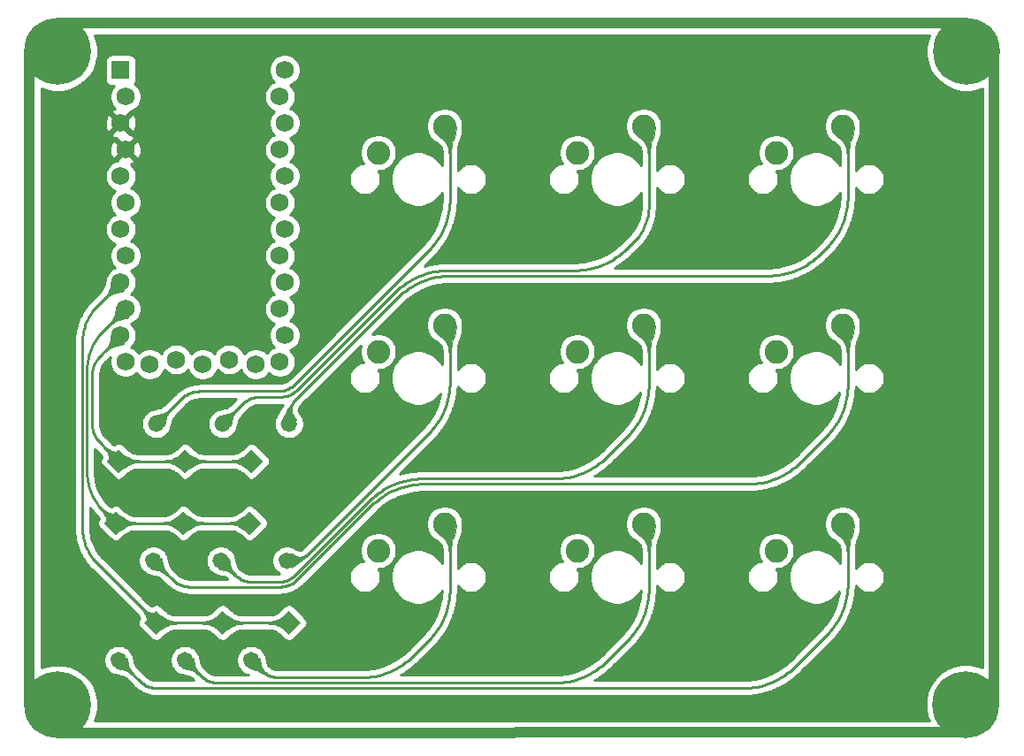
<source format=gtl>
G04 #@! TF.GenerationSoftware,KiCad,Pcbnew,(5.1.10-1-10_14)*
G04 #@! TF.CreationDate,2021-09-20T15:56:21+08:00*
G04 #@! TF.ProjectId,SMP v.2,534d5020-762e-4322-9e6b-696361645f70,rev?*
G04 #@! TF.SameCoordinates,Original*
G04 #@! TF.FileFunction,Copper,L1,Top*
G04 #@! TF.FilePolarity,Positive*
%FSLAX46Y46*%
G04 Gerber Fmt 4.6, Leading zero omitted, Abs format (unit mm)*
G04 Created by KiCad (PCBNEW (5.1.10-1-10_14)) date 2021-09-20 15:56:21*
%MOMM*%
%LPD*%
G01*
G04 APERTURE LIST*
G04 #@! TA.AperFunction,NonConductor*
%ADD10C,1.000000*%
G04 #@! TD*
G04 #@! TA.AperFunction,ComponentPad*
%ADD11C,0.100000*%
G04 #@! TD*
G04 #@! TA.AperFunction,ComponentPad*
%ADD12C,2.250000*%
G04 #@! TD*
G04 #@! TA.AperFunction,ComponentPad*
%ADD13C,1.752600*%
G04 #@! TD*
G04 #@! TA.AperFunction,ComponentPad*
%ADD14R,1.752600X1.752600*%
G04 #@! TD*
G04 #@! TA.AperFunction,ComponentPad*
%ADD15C,6.400000*%
G04 #@! TD*
G04 #@! TA.AperFunction,Conductor*
%ADD16C,0.254000*%
G04 #@! TD*
G04 #@! TA.AperFunction,Conductor*
%ADD17C,0.100000*%
G04 #@! TD*
G04 #@! TA.AperFunction,Conductor*
%ADD18C,0.025400*%
G04 #@! TD*
G04 APERTURE END LIST*
D10*
X200459599Y-128577340D02*
X200459599Y-66194940D01*
X110820200Y-63340001D02*
X197637400Y-63340001D01*
X108094801Y-128577340D02*
X108094801Y-66194940D01*
X110822740Y-131274799D02*
X197637400Y-131246838D01*
G04 #@! TA.AperFunction,ComponentPad*
G36*
G01*
X117189107Y-123755293D02*
X117189107Y-123755293D01*
G75*
G02*
X117189107Y-124886663I-565685J-565685D01*
G01*
X117189107Y-124886663D01*
G75*
G02*
X116057737Y-124886663I-565685J565685D01*
G01*
X116057737Y-124886663D01*
G75*
G02*
X116057737Y-123755293I565685J565685D01*
G01*
X116057737Y-123755293D01*
G75*
G02*
X117189107Y-123755293I565685J-565685D01*
G01*
G37*
G04 #@! TD.AperFunction*
G04 #@! TA.AperFunction,ComponentPad*
D11*
G36*
X120215524Y-119597505D02*
G01*
X121346895Y-120728876D01*
X120215524Y-121860247D01*
X119084153Y-120728876D01*
X120215524Y-119597505D01*
G37*
G04 #@! TD.AperFunction*
G04 #@! TA.AperFunction,ComponentPad*
G36*
G01*
X123539107Y-123755293D02*
X123539107Y-123755293D01*
G75*
G02*
X123539107Y-124886663I-565685J-565685D01*
G01*
X123539107Y-124886663D01*
G75*
G02*
X122407737Y-124886663I-565685J565685D01*
G01*
X122407737Y-124886663D01*
G75*
G02*
X122407737Y-123755293I565685J565685D01*
G01*
X122407737Y-123755293D01*
G75*
G02*
X123539107Y-123755293I565685J-565685D01*
G01*
G37*
G04 #@! TD.AperFunction*
G04 #@! TA.AperFunction,ComponentPad*
G36*
X126565524Y-119597505D02*
G01*
X127696895Y-120728876D01*
X126565524Y-121860247D01*
X125434153Y-120728876D01*
X126565524Y-119597505D01*
G37*
G04 #@! TD.AperFunction*
G04 #@! TA.AperFunction,ComponentPad*
G36*
G01*
X129889107Y-123755293D02*
X129889107Y-123755293D01*
G75*
G02*
X129889107Y-124886663I-565685J-565685D01*
G01*
X129889107Y-124886663D01*
G75*
G02*
X128757737Y-124886663I-565685J565685D01*
G01*
X128757737Y-124886663D01*
G75*
G02*
X128757737Y-123755293I565685J565685D01*
G01*
X128757737Y-123755293D01*
G75*
G02*
X129889107Y-123755293I565685J-565685D01*
G01*
G37*
G04 #@! TD.AperFunction*
G04 #@! TA.AperFunction,ComponentPad*
G36*
X132915524Y-119597505D02*
G01*
X134046895Y-120728876D01*
X132915524Y-121860247D01*
X131784153Y-120728876D01*
X132915524Y-119597505D01*
G37*
G04 #@! TD.AperFunction*
G04 #@! TA.AperFunction,ComponentPad*
G36*
G01*
X119377467Y-114230293D02*
X119377467Y-114230293D01*
G75*
G02*
X120508837Y-114230293I565685J-565685D01*
G01*
X120508837Y-114230293D01*
G75*
G02*
X120508837Y-115361663I-565685J-565685D01*
G01*
X120508837Y-115361663D01*
G75*
G02*
X119377467Y-115361663I-565685J565685D01*
G01*
X119377467Y-115361663D01*
G75*
G02*
X119377467Y-114230293I565685J565685D01*
G01*
G37*
G04 #@! TD.AperFunction*
G04 #@! TA.AperFunction,ComponentPad*
G36*
X115219679Y-111203876D02*
G01*
X116351050Y-110072505D01*
X117482421Y-111203876D01*
X116351050Y-112335247D01*
X115219679Y-111203876D01*
G37*
G04 #@! TD.AperFunction*
G04 #@! TA.AperFunction,ComponentPad*
G36*
G01*
X125831743Y-114230293D02*
X125831743Y-114230293D01*
G75*
G02*
X126963113Y-114230293I565685J-565685D01*
G01*
X126963113Y-114230293D01*
G75*
G02*
X126963113Y-115361663I-565685J-565685D01*
G01*
X126963113Y-115361663D01*
G75*
G02*
X125831743Y-115361663I-565685J565685D01*
G01*
X125831743Y-115361663D01*
G75*
G02*
X125831743Y-114230293I565685J565685D01*
G01*
G37*
G04 #@! TD.AperFunction*
G04 #@! TA.AperFunction,ComponentPad*
G36*
X121673955Y-111203876D02*
G01*
X122805326Y-110072505D01*
X123936697Y-111203876D01*
X122805326Y-112335247D01*
X121673955Y-111203876D01*
G37*
G04 #@! TD.AperFunction*
G04 #@! TA.AperFunction,ComponentPad*
G36*
G01*
X132161423Y-114230293D02*
X132161423Y-114230293D01*
G75*
G02*
X133292793Y-114230293I565685J-565685D01*
G01*
X133292793Y-114230293D01*
G75*
G02*
X133292793Y-115361663I-565685J-565685D01*
G01*
X133292793Y-115361663D01*
G75*
G02*
X132161423Y-115361663I-565685J565685D01*
G01*
X132161423Y-115361663D01*
G75*
G02*
X132161423Y-114230293I565685J565685D01*
G01*
G37*
G04 #@! TD.AperFunction*
G04 #@! TA.AperFunction,ComponentPad*
G36*
X128003635Y-111203876D02*
G01*
X129135006Y-110072505D01*
X130266377Y-111203876D01*
X129135006Y-112335247D01*
X128003635Y-111203876D01*
G37*
G04 #@! TD.AperFunction*
G04 #@! TA.AperFunction,ComponentPad*
G36*
G01*
X132349839Y-102258395D02*
X132349839Y-102258395D01*
G75*
G02*
X132349839Y-101127025I565685J565685D01*
G01*
X132349839Y-101127025D01*
G75*
G02*
X133481209Y-101127025I565685J-565685D01*
G01*
X133481209Y-101127025D01*
G75*
G02*
X133481209Y-102258395I-565685J-565685D01*
G01*
X133481209Y-102258395D01*
G75*
G02*
X132349839Y-102258395I-565685J565685D01*
G01*
G37*
G04 #@! TD.AperFunction*
G04 #@! TA.AperFunction,ComponentPad*
G36*
X129323422Y-106416183D02*
G01*
X128192051Y-105284812D01*
X129323422Y-104153441D01*
X130454793Y-105284812D01*
X129323422Y-106416183D01*
G37*
G04 #@! TD.AperFunction*
G04 #@! TA.AperFunction,ComponentPad*
G36*
G01*
X125999839Y-102258395D02*
X125999839Y-102258395D01*
G75*
G02*
X125999839Y-101127025I565685J565685D01*
G01*
X125999839Y-101127025D01*
G75*
G02*
X127131209Y-101127025I565685J-565685D01*
G01*
X127131209Y-101127025D01*
G75*
G02*
X127131209Y-102258395I-565685J-565685D01*
G01*
X127131209Y-102258395D01*
G75*
G02*
X125999839Y-102258395I-565685J565685D01*
G01*
G37*
G04 #@! TD.AperFunction*
G04 #@! TA.AperFunction,ComponentPad*
G36*
X122973422Y-106416183D02*
G01*
X121842051Y-105284812D01*
X122973422Y-104153441D01*
X124104793Y-105284812D01*
X122973422Y-106416183D01*
G37*
G04 #@! TD.AperFunction*
G04 #@! TA.AperFunction,ComponentPad*
G36*
G01*
X119649839Y-102258395D02*
X119649839Y-102258395D01*
G75*
G02*
X119649839Y-101127025I565685J565685D01*
G01*
X119649839Y-101127025D01*
G75*
G02*
X120781209Y-101127025I565685J-565685D01*
G01*
X120781209Y-101127025D01*
G75*
G02*
X120781209Y-102258395I-565685J-565685D01*
G01*
X120781209Y-102258395D01*
G75*
G02*
X119649839Y-102258395I-565685J565685D01*
G01*
G37*
G04 #@! TD.AperFunction*
G04 #@! TA.AperFunction,ComponentPad*
G36*
X116623422Y-106416183D02*
G01*
X115492051Y-105284812D01*
X116623422Y-104153441D01*
X117754793Y-105284812D01*
X116623422Y-106416183D01*
G37*
G04 #@! TD.AperFunction*
D12*
X147815300Y-73177400D03*
X141465300Y-75717400D03*
X166865300Y-73177400D03*
X160515300Y-75717400D03*
X185915300Y-73177400D03*
X179565300Y-75717400D03*
X147815300Y-92227400D03*
X141465300Y-94767400D03*
X185915300Y-92227400D03*
X179565300Y-94767400D03*
X166865300Y-111277400D03*
X160515300Y-113817400D03*
X185915300Y-111277400D03*
X179565300Y-113817400D03*
X147815300Y-111277400D03*
X141465300Y-113817400D03*
X166865300Y-92227400D03*
X160515300Y-94767400D03*
D13*
X119583200Y-95986600D03*
X122123200Y-95529400D03*
X124663200Y-95986600D03*
X127203200Y-95529400D03*
X129743200Y-95986600D03*
X132511800Y-67818000D03*
X117271800Y-95758000D03*
X132054600Y-70358000D03*
X132511800Y-72898000D03*
X132054600Y-75438000D03*
X132511800Y-77978000D03*
X132054600Y-80518000D03*
X132511800Y-83058000D03*
X132054600Y-85598000D03*
X132511800Y-88138000D03*
X132054600Y-90678000D03*
X132511800Y-93218000D03*
X132054600Y-95758000D03*
X116814600Y-93218000D03*
X117271800Y-90678000D03*
X116814600Y-88138000D03*
X117271800Y-85598000D03*
X116814600Y-83058000D03*
X117271800Y-80518000D03*
X116814600Y-77978000D03*
X117271800Y-75438000D03*
X116814600Y-72898000D03*
X117271800Y-70358000D03*
D14*
X116814600Y-67818000D03*
D15*
X110794800Y-66040000D03*
X197759600Y-66040000D03*
X110794800Y-128574800D03*
X197713055Y-128549400D03*
D16*
X147815300Y-73177400D02*
X148336000Y-73698100D01*
X148336000Y-80058000D02*
X148336000Y-73698100D01*
X148336000Y-80058000D02*
X148327275Y-80413379D01*
X148327275Y-80413379D02*
X148301124Y-80767902D01*
X148301124Y-80767902D02*
X148257608Y-81120716D01*
X148257608Y-81120716D02*
X148196834Y-81470969D01*
X148196834Y-81470969D02*
X148118946Y-81817818D01*
X148118946Y-81817818D02*
X148024133Y-82160427D01*
X148024133Y-82160427D02*
X147912624Y-82497972D01*
X147912624Y-82497972D02*
X147784686Y-82829638D01*
X147784686Y-82829638D02*
X147640628Y-83154627D01*
X147640628Y-83154627D02*
X147480797Y-83472156D01*
X147480797Y-83472156D02*
X147305578Y-83781461D01*
X147305578Y-83781461D02*
X147115394Y-84081795D01*
X147115394Y-84081795D02*
X146910702Y-84372435D01*
X146910702Y-84372435D02*
X146691995Y-84652682D01*
X146691995Y-84652682D02*
X146459801Y-84921859D01*
X146459801Y-84921859D02*
X146214679Y-85179320D01*
X136641839Y-94752159D02*
X136487320Y-94906679D01*
X146214679Y-85179320D02*
X136641839Y-94752159D01*
X133528784Y-97865213D02*
X136641839Y-94752159D01*
X133528784Y-97865213D02*
X133442963Y-97946920D01*
X133442963Y-97946920D02*
X133353238Y-98024318D01*
X133353238Y-98024318D02*
X133259822Y-98097220D01*
X133259822Y-98097220D02*
X133162942Y-98165451D01*
X133162942Y-98165451D02*
X133062831Y-98228846D01*
X133062831Y-98228846D02*
X132959729Y-98287252D01*
X132959729Y-98287252D02*
X132853886Y-98340529D01*
X132853886Y-98340529D02*
X132745557Y-98388548D01*
X132745557Y-98388548D02*
X132635001Y-98431194D01*
X132635001Y-98431194D02*
X132522486Y-98468364D01*
X132522486Y-98468364D02*
X132408283Y-98499968D01*
X132408283Y-98499968D02*
X132292667Y-98525931D01*
X132292667Y-98525931D02*
X132175916Y-98546189D01*
X132175916Y-98546189D02*
X132058312Y-98560694D01*
X132058312Y-98560694D02*
X131940137Y-98569411D01*
X131940137Y-98569411D02*
X131821678Y-98572320D01*
X122628807Y-99279426D02*
X120215524Y-101692710D01*
X122628807Y-99279426D02*
X122714626Y-99197718D01*
X122714626Y-99197718D02*
X122804352Y-99120320D01*
X122804352Y-99120320D02*
X122897768Y-99047418D01*
X122897768Y-99047418D02*
X122994648Y-98979187D01*
X122994648Y-98979187D02*
X123094759Y-98915792D01*
X123094759Y-98915792D02*
X123197861Y-98857386D01*
X123197861Y-98857386D02*
X123303704Y-98804109D01*
X123303704Y-98804109D02*
X123412034Y-98756090D01*
X123412034Y-98756090D02*
X123522589Y-98713444D01*
X123522589Y-98713444D02*
X123635104Y-98676274D01*
X123635104Y-98676274D02*
X123749307Y-98644670D01*
X123749307Y-98644670D02*
X123864924Y-98618707D01*
X123864924Y-98618707D02*
X123981675Y-98598449D01*
X123981675Y-98598449D02*
X124099279Y-98583944D01*
X124099279Y-98583944D02*
X124217454Y-98575227D01*
X124217454Y-98575227D02*
X124335914Y-98572320D01*
X124335914Y-98572320D02*
X131821678Y-98572320D01*
X132915524Y-120728876D02*
X126565524Y-120728876D01*
X126565524Y-120728876D02*
X120215524Y-120728876D01*
X115938301Y-89014299D02*
X116814600Y-88138000D01*
X114552193Y-90400406D02*
X115938301Y-89014299D01*
X114552193Y-90400406D02*
X114388777Y-90572045D01*
X114388777Y-90572045D02*
X114233981Y-90751497D01*
X114233981Y-90751497D02*
X114088176Y-90938328D01*
X114088176Y-90938328D02*
X113951715Y-91132088D01*
X113951715Y-91132088D02*
X113824925Y-91332311D01*
X113824925Y-91332311D02*
X113708113Y-91538514D01*
X113708113Y-91538514D02*
X113601559Y-91750200D01*
X113601559Y-91750200D02*
X113505520Y-91966860D01*
X113505520Y-91966860D02*
X113420228Y-92187971D01*
X113420228Y-92187971D02*
X113345889Y-92413001D01*
X113345889Y-92413001D02*
X113282680Y-92641407D01*
X113282680Y-92641407D02*
X113230755Y-92872640D01*
X113230755Y-92872640D02*
X113190238Y-93106142D01*
X113190238Y-93106142D02*
X113161228Y-93341351D01*
X113161228Y-93341351D02*
X113143794Y-93577700D01*
X113143794Y-93577700D02*
X113137979Y-93814620D01*
X113137979Y-111651331D02*
X113137979Y-93814620D01*
X113137979Y-111651331D02*
X113143795Y-111888250D01*
X113143795Y-111888250D02*
X113161229Y-112124599D01*
X113161229Y-112124599D02*
X113190239Y-112359808D01*
X113190239Y-112359808D02*
X113230755Y-112593310D01*
X113230755Y-112593310D02*
X113282680Y-112824542D01*
X113282680Y-112824542D02*
X113345889Y-113052949D01*
X113345889Y-113052949D02*
X113420229Y-113277978D01*
X113420229Y-113277978D02*
X113505521Y-113499089D01*
X113505521Y-113499089D02*
X113601559Y-113715749D01*
X113601559Y-113715749D02*
X113708113Y-113927435D01*
X113708113Y-113927435D02*
X113824925Y-114133638D01*
X113824925Y-114133638D02*
X113951715Y-114333860D01*
X113951715Y-114333860D02*
X114088176Y-114527621D01*
X114088176Y-114527621D02*
X114233981Y-114714452D01*
X114233981Y-114714452D02*
X114388777Y-114893903D01*
X114388777Y-114893903D02*
X114552192Y-115065544D01*
X114552192Y-115065544D02*
X120215524Y-120728876D01*
X166865300Y-73177400D02*
X167386000Y-73698100D01*
X148161000Y-86995000D02*
X147805620Y-87003723D01*
X147805620Y-87003723D02*
X147451096Y-87029874D01*
X147451096Y-87029874D02*
X147098283Y-87073390D01*
X147098283Y-87073390D02*
X146748030Y-87134164D01*
X146748030Y-87134164D02*
X146401181Y-87212052D01*
X146401181Y-87212052D02*
X146058572Y-87306865D01*
X146058572Y-87306865D02*
X145721027Y-87418374D01*
X145721027Y-87418374D02*
X145389361Y-87546312D01*
X145389361Y-87546312D02*
X145064371Y-87690370D01*
X145064371Y-87690370D02*
X144746842Y-87850201D01*
X144746842Y-87850201D02*
X144437537Y-88025420D01*
X144437537Y-88025420D02*
X144137203Y-88215604D01*
X144137203Y-88215604D02*
X143846563Y-88420296D01*
X143846563Y-88420296D02*
X143566316Y-88639003D01*
X143566316Y-88639003D02*
X143297138Y-88871197D01*
X143297138Y-88871197D02*
X143039679Y-89116320D01*
X165316320Y-84873679D02*
X165058859Y-85118801D01*
X165058859Y-85118801D02*
X164789682Y-85350995D01*
X164789682Y-85350995D02*
X164509435Y-85569702D01*
X164509435Y-85569702D02*
X164218795Y-85774394D01*
X164218795Y-85774394D02*
X163918461Y-85964578D01*
X163918461Y-85964578D02*
X163609156Y-86139797D01*
X163609156Y-86139797D02*
X163291627Y-86299628D01*
X163291627Y-86299628D02*
X162966638Y-86443686D01*
X162966638Y-86443686D02*
X162634972Y-86571624D01*
X162634972Y-86571624D02*
X162297427Y-86683133D01*
X162297427Y-86683133D02*
X161954818Y-86777946D01*
X161954818Y-86777946D02*
X161607969Y-86855834D01*
X161607969Y-86855834D02*
X161257716Y-86916608D01*
X161257716Y-86916608D02*
X160904902Y-86960124D01*
X160904902Y-86960124D02*
X160550379Y-86986275D01*
X160550379Y-86986275D02*
X160195000Y-86995000D01*
X160195000Y-86995000D02*
X148161000Y-86995000D01*
X167386000Y-80804000D02*
X167386000Y-73698100D01*
X167386000Y-80804000D02*
X167380183Y-81040919D01*
X167380183Y-81040919D02*
X167362749Y-81277268D01*
X167362749Y-81277268D02*
X167333739Y-81512477D01*
X167333739Y-81512477D02*
X167293222Y-81745979D01*
X167293222Y-81745979D02*
X167241297Y-81977211D01*
X167241297Y-81977211D02*
X167178089Y-82205618D01*
X167178089Y-82205618D02*
X167103749Y-82430647D01*
X167103749Y-82430647D02*
X167018457Y-82651758D01*
X167018457Y-82651758D02*
X166922418Y-82868418D01*
X166922418Y-82868418D02*
X166815864Y-83080104D01*
X166815864Y-83080104D02*
X166699052Y-83286307D01*
X166699052Y-83286307D02*
X166572262Y-83486529D01*
X166572262Y-83486529D02*
X166435801Y-83680290D01*
X166435801Y-83680290D02*
X166289996Y-83867121D01*
X166289996Y-83867121D02*
X166135200Y-84046572D01*
X166135200Y-84046572D02*
X165971786Y-84218213D01*
X165971786Y-84218213D02*
X165316320Y-84873679D01*
X137132059Y-95023939D02*
X136995320Y-95160679D01*
X143039679Y-89116320D02*
X137132059Y-95023939D01*
X133759924Y-98396073D02*
X137132059Y-95023939D01*
X133759924Y-98396073D02*
X133674103Y-98477779D01*
X133674103Y-98477779D02*
X133584377Y-98555177D01*
X133584377Y-98555177D02*
X133490962Y-98628080D01*
X133490962Y-98628080D02*
X133394082Y-98696310D01*
X133394082Y-98696310D02*
X133293970Y-98759705D01*
X133293970Y-98759705D02*
X133190869Y-98818111D01*
X133190869Y-98818111D02*
X133085026Y-98871388D01*
X133085026Y-98871388D02*
X132976696Y-98919408D01*
X132976696Y-98919408D02*
X132866141Y-98962054D01*
X132866141Y-98962054D02*
X132753626Y-98999224D01*
X132753626Y-98999224D02*
X132639423Y-99030828D01*
X132639423Y-99030828D02*
X132523807Y-99056791D01*
X132523807Y-99056791D02*
X132407056Y-99077049D01*
X132407056Y-99077049D02*
X132289452Y-99091554D01*
X132289452Y-99091554D02*
X132171277Y-99100271D01*
X132171277Y-99100271D02*
X132052818Y-99103180D01*
X128447947Y-99810286D02*
X126565524Y-101692710D01*
X128447947Y-99810286D02*
X128533766Y-99728578D01*
X128533766Y-99728578D02*
X128623492Y-99651180D01*
X128623492Y-99651180D02*
X128716908Y-99578278D01*
X128716908Y-99578278D02*
X128813788Y-99510047D01*
X128813788Y-99510047D02*
X128913899Y-99446652D01*
X128913899Y-99446652D02*
X129017001Y-99388246D01*
X129017001Y-99388246D02*
X129122844Y-99334969D01*
X129122844Y-99334969D02*
X129231174Y-99286950D01*
X129231174Y-99286950D02*
X129341729Y-99244304D01*
X129341729Y-99244304D02*
X129454244Y-99207134D01*
X129454244Y-99207134D02*
X129568447Y-99175530D01*
X129568447Y-99175530D02*
X129684064Y-99149567D01*
X129684064Y-99149567D02*
X129800815Y-99129309D01*
X129800815Y-99129309D02*
X129918419Y-99114804D01*
X129918419Y-99114804D02*
X130036594Y-99106087D01*
X130036594Y-99106087D02*
X130155054Y-99103180D01*
X130155054Y-99103180D02*
X132052818Y-99103180D01*
X185915300Y-73177400D02*
X186436000Y-73698100D01*
X148415000Y-87503000D02*
X148059620Y-87511723D01*
X148059620Y-87511723D02*
X147705096Y-87537874D01*
X147705096Y-87537874D02*
X147352283Y-87581390D01*
X147352283Y-87581390D02*
X147002030Y-87642164D01*
X147002030Y-87642164D02*
X146655181Y-87720052D01*
X146655181Y-87720052D02*
X146312572Y-87814865D01*
X146312572Y-87814865D02*
X145975027Y-87926374D01*
X145975027Y-87926374D02*
X145643361Y-88054312D01*
X145643361Y-88054312D02*
X145318371Y-88198370D01*
X145318371Y-88198370D02*
X145000842Y-88358201D01*
X145000842Y-88358201D02*
X144691537Y-88533420D01*
X144691537Y-88533420D02*
X144391203Y-88723604D01*
X144391203Y-88723604D02*
X144100563Y-88928296D01*
X144100563Y-88928296D02*
X143820316Y-89147003D01*
X143820316Y-89147003D02*
X143551138Y-89379197D01*
X143551138Y-89379197D02*
X143293679Y-89624320D01*
X184314679Y-84925320D02*
X184559800Y-84667859D01*
X184559800Y-84667859D02*
X184791995Y-84398681D01*
X184791995Y-84398681D02*
X185010701Y-84118435D01*
X185010701Y-84118435D02*
X185215393Y-83827794D01*
X185215393Y-83827794D02*
X185405578Y-83527460D01*
X185405578Y-83527460D02*
X185580797Y-83218156D01*
X185580797Y-83218156D02*
X185740627Y-82900627D01*
X185740627Y-82900627D02*
X185884685Y-82575638D01*
X185884685Y-82575638D02*
X186012623Y-82243971D01*
X186012623Y-82243971D02*
X186124133Y-81906427D01*
X186124133Y-81906427D02*
X186218946Y-81563817D01*
X186218946Y-81563817D02*
X186296833Y-81216968D01*
X186296833Y-81216968D02*
X186357608Y-80866715D01*
X186357608Y-80866715D02*
X186401124Y-80513902D01*
X186401124Y-80513902D02*
X186427275Y-80159379D01*
X186427275Y-80159379D02*
X186436000Y-79804000D01*
X186436000Y-79804000D02*
X186436000Y-73698100D01*
X178737000Y-87503000D02*
X148415000Y-87503000D01*
X178737000Y-87503000D02*
X179092379Y-87494275D01*
X179092379Y-87494275D02*
X179446902Y-87468123D01*
X179446902Y-87468123D02*
X179799715Y-87424608D01*
X179799715Y-87424608D02*
X180149968Y-87363833D01*
X180149968Y-87363833D02*
X180496817Y-87285946D01*
X180496817Y-87285946D02*
X180839427Y-87191133D01*
X180839427Y-87191133D02*
X181176971Y-87079623D01*
X181176971Y-87079623D02*
X181508637Y-86951685D01*
X181508637Y-86951685D02*
X181833626Y-86807627D01*
X181833626Y-86807627D02*
X182151156Y-86647797D01*
X182151156Y-86647797D02*
X182460460Y-86472578D01*
X182460460Y-86472578D02*
X182760794Y-86282393D01*
X182760794Y-86282393D02*
X183051434Y-86077701D01*
X183051434Y-86077701D02*
X183331681Y-85858995D01*
X183331681Y-85858995D02*
X183600858Y-85626800D01*
X183600858Y-85626800D02*
X183858319Y-85381679D01*
X183858319Y-85381679D02*
X184314679Y-84925320D01*
X143293679Y-89624320D02*
X137587989Y-95330009D01*
X133622630Y-99295367D02*
X137587989Y-95330009D01*
X133622630Y-99295367D02*
X133540922Y-99381186D01*
X133540922Y-99381186D02*
X133463524Y-99470912D01*
X133463524Y-99470912D02*
X133390622Y-99564328D01*
X133390622Y-99564328D02*
X133322391Y-99661208D01*
X133322391Y-99661208D02*
X133258996Y-99761319D01*
X133258996Y-99761319D02*
X133200590Y-99864421D01*
X133200590Y-99864421D02*
X133147313Y-99970264D01*
X133147313Y-99970264D02*
X133099294Y-100078594D01*
X133099294Y-100078594D02*
X133056648Y-100189149D01*
X133056648Y-100189149D02*
X133019478Y-100301664D01*
X133019478Y-100301664D02*
X132987874Y-100415867D01*
X132987874Y-100415867D02*
X132961911Y-100531484D01*
X132961911Y-100531484D02*
X132941653Y-100648235D01*
X132941653Y-100648235D02*
X132927148Y-100765839D01*
X132927148Y-100765839D02*
X132918431Y-100884014D01*
X132918431Y-100884014D02*
X132915524Y-101002474D01*
X132915524Y-101002474D02*
X132915524Y-101692710D01*
X147815300Y-92227400D02*
X148336000Y-92748100D01*
X146214679Y-102705320D02*
X146459800Y-102447859D01*
X146459800Y-102447859D02*
X146691995Y-102178681D01*
X146691995Y-102178681D02*
X146910701Y-101898435D01*
X146910701Y-101898435D02*
X147115393Y-101607794D01*
X147115393Y-101607794D02*
X147305578Y-101307460D01*
X147305578Y-101307460D02*
X147480797Y-100998156D01*
X147480797Y-100998156D02*
X147640627Y-100680627D01*
X147640627Y-100680627D02*
X147784685Y-100355638D01*
X147784685Y-100355638D02*
X147912623Y-100023971D01*
X147912623Y-100023971D02*
X148024133Y-99686427D01*
X148024133Y-99686427D02*
X148118946Y-99343817D01*
X148118946Y-99343817D02*
X148196833Y-98996968D01*
X148196833Y-98996968D02*
X148257608Y-98646715D01*
X148257608Y-98646715D02*
X148301124Y-98293902D01*
X148301124Y-98293902D02*
X148327275Y-97939379D01*
X148327275Y-97939379D02*
X148336000Y-97584000D01*
X148336000Y-97584000D02*
X148336000Y-92748100D01*
X133124022Y-114795978D02*
X132727108Y-114795978D01*
X133124022Y-114795978D02*
X133242481Y-114793069D01*
X133242481Y-114793069D02*
X133360656Y-114784352D01*
X133360656Y-114784352D02*
X133478260Y-114769847D01*
X133478260Y-114769847D02*
X133595011Y-114749589D01*
X133595011Y-114749589D02*
X133710627Y-114723626D01*
X133710627Y-114723626D02*
X133824830Y-114692022D01*
X133824830Y-114692022D02*
X133937345Y-114654852D01*
X133937345Y-114654852D02*
X134047901Y-114612206D01*
X134047901Y-114612206D02*
X134156230Y-114564187D01*
X134156230Y-114564187D02*
X134262073Y-114510910D01*
X134262073Y-114510910D02*
X134365175Y-114452503D01*
X134365175Y-114452503D02*
X134465286Y-114389109D01*
X134465286Y-114389109D02*
X134562166Y-114320878D01*
X134562166Y-114320878D02*
X134655581Y-114247976D01*
X134655581Y-114247976D02*
X134745307Y-114170578D01*
X134745307Y-114170578D02*
X134831128Y-114088871D01*
X134831128Y-114088871D02*
X146214679Y-102705320D01*
X129135006Y-111203876D02*
X122805326Y-111203876D01*
X122805326Y-111203876D02*
X116351050Y-111203876D01*
X113591989Y-96357811D02*
X113597804Y-96120891D01*
X113597804Y-96120891D02*
X113615238Y-95884542D01*
X113615238Y-95884542D02*
X113644249Y-95649333D01*
X113644249Y-95649333D02*
X113684765Y-95415831D01*
X113684765Y-95415831D02*
X113736690Y-95184598D01*
X113736690Y-95184598D02*
X113799898Y-94956192D01*
X113799898Y-94956192D02*
X113874238Y-94731162D01*
X113874238Y-94731162D02*
X113959530Y-94510051D01*
X113959530Y-94510051D02*
X114055569Y-94293392D01*
X114055569Y-94293392D02*
X114162123Y-94081705D01*
X114162123Y-94081705D02*
X114278935Y-93875503D01*
X114278935Y-93875503D02*
X114405725Y-93675280D01*
X114405725Y-93675280D02*
X114542186Y-93481519D01*
X114542186Y-93481519D02*
X114687990Y-93294688D01*
X114687990Y-93294688D02*
X114842786Y-93115236D01*
X114842786Y-93115236D02*
X115006202Y-92943597D01*
X115006202Y-92943597D02*
X117271800Y-90678000D01*
X113591989Y-106444815D02*
X113591989Y-96357811D01*
X113591989Y-106444815D02*
X113597805Y-106681734D01*
X113597805Y-106681734D02*
X113615239Y-106918083D01*
X113615239Y-106918083D02*
X113644249Y-107153292D01*
X113644249Y-107153292D02*
X113684765Y-107386794D01*
X113684765Y-107386794D02*
X113736690Y-107618026D01*
X113736690Y-107618026D02*
X113799899Y-107846433D01*
X113799899Y-107846433D02*
X113874239Y-108071462D01*
X113874239Y-108071462D02*
X113959531Y-108292573D01*
X113959531Y-108292573D02*
X114055569Y-108509233D01*
X114055569Y-108509233D02*
X114162123Y-108720919D01*
X114162123Y-108720919D02*
X114278935Y-108927122D01*
X114278935Y-108927122D02*
X114405725Y-109127344D01*
X114405725Y-109127344D02*
X114542186Y-109321105D01*
X114542186Y-109321105D02*
X114687991Y-109507936D01*
X114687991Y-109507936D02*
X114842787Y-109687387D01*
X114842787Y-109687387D02*
X115006202Y-109859028D01*
X115006202Y-109859028D02*
X116351050Y-111203876D01*
X166865300Y-92227400D02*
X167386000Y-92748100D01*
X165264679Y-102959320D02*
X165509800Y-102701859D01*
X165509800Y-102701859D02*
X165741995Y-102432681D01*
X165741995Y-102432681D02*
X165960701Y-102152435D01*
X165960701Y-102152435D02*
X166165393Y-101861794D01*
X166165393Y-101861794D02*
X166355578Y-101561460D01*
X166355578Y-101561460D02*
X166530797Y-101252156D01*
X166530797Y-101252156D02*
X166690627Y-100934627D01*
X166690627Y-100934627D02*
X166834685Y-100609638D01*
X166834685Y-100609638D02*
X166962623Y-100277971D01*
X166962623Y-100277971D02*
X167074133Y-99940427D01*
X167074133Y-99940427D02*
X167168946Y-99597817D01*
X167168946Y-99597817D02*
X167246833Y-99250968D01*
X167246833Y-99250968D02*
X167307608Y-98900715D01*
X167307608Y-98900715D02*
X167351124Y-98547902D01*
X167351124Y-98547902D02*
X167377275Y-98193379D01*
X167377275Y-98193379D02*
X167386000Y-97838000D01*
X167386000Y-97838000D02*
X167386000Y-92748100D01*
X158290000Y-106934000D02*
X158645379Y-106925275D01*
X158645379Y-106925275D02*
X158999902Y-106899124D01*
X158999902Y-106899124D02*
X159352716Y-106855608D01*
X159352716Y-106855608D02*
X159702969Y-106794834D01*
X159702969Y-106794834D02*
X160049818Y-106716946D01*
X160049818Y-106716946D02*
X160392427Y-106622133D01*
X160392427Y-106622133D02*
X160729972Y-106510624D01*
X160729972Y-106510624D02*
X161061638Y-106382686D01*
X161061638Y-106382686D02*
X161386627Y-106238628D01*
X161386627Y-106238628D02*
X161704156Y-106078797D01*
X161704156Y-106078797D02*
X162013461Y-105903578D01*
X162013461Y-105903578D02*
X162313795Y-105713394D01*
X162313795Y-105713394D02*
X162604435Y-105508702D01*
X162604435Y-105508702D02*
X162884682Y-105289995D01*
X162884682Y-105289995D02*
X163153859Y-105057801D01*
X163153859Y-105057801D02*
X163411320Y-104812679D01*
X163411320Y-104812679D02*
X165264679Y-102959320D01*
X140626679Y-109055320D02*
X140884139Y-108810197D01*
X140884139Y-108810197D02*
X141153316Y-108578003D01*
X141153316Y-108578003D02*
X141433563Y-108359296D01*
X141433563Y-108359296D02*
X141724203Y-108154604D01*
X141724203Y-108154604D02*
X142024538Y-107964420D01*
X142024538Y-107964420D02*
X142333842Y-107789201D01*
X142333842Y-107789201D02*
X142651371Y-107629370D01*
X142651371Y-107629370D02*
X142976361Y-107485312D01*
X142976361Y-107485312D02*
X143308027Y-107357374D01*
X143308027Y-107357374D02*
X143645572Y-107245865D01*
X143645572Y-107245865D02*
X143988181Y-107151052D01*
X143988181Y-107151052D02*
X144335030Y-107073164D01*
X144335030Y-107073164D02*
X144685283Y-107012390D01*
X144685283Y-107012390D02*
X145038096Y-106968874D01*
X145038096Y-106968874D02*
X145392620Y-106942723D01*
X145392620Y-106942723D02*
X145748000Y-106934000D01*
X145748000Y-106934000D02*
X158290000Y-106934000D01*
X131842000Y-116840000D02*
X131960459Y-116837091D01*
X131960459Y-116837091D02*
X132078634Y-116828374D01*
X132078634Y-116828374D02*
X132196238Y-116813869D01*
X132196238Y-116813869D02*
X132312989Y-116793611D01*
X132312989Y-116793611D02*
X132428605Y-116767648D01*
X132428605Y-116767648D02*
X132542808Y-116736044D01*
X132542808Y-116736044D02*
X132655323Y-116698874D01*
X132655323Y-116698874D02*
X132765879Y-116656228D01*
X132765879Y-116656228D02*
X132874208Y-116608209D01*
X132874208Y-116608209D02*
X132980051Y-116554932D01*
X132980051Y-116554932D02*
X133083153Y-116496525D01*
X133083153Y-116496525D02*
X133183264Y-116433131D01*
X133183264Y-116433131D02*
X133280144Y-116364900D01*
X133280144Y-116364900D02*
X133373559Y-116291998D01*
X133373559Y-116291998D02*
X133463285Y-116214600D01*
X133463285Y-116214600D02*
X133549106Y-116132893D01*
X133549106Y-116132893D02*
X140626679Y-109055320D01*
X127734343Y-116132893D02*
X126397428Y-114795978D01*
X127734343Y-116132893D02*
X127820163Y-116214599D01*
X127820163Y-116214599D02*
X127909889Y-116291997D01*
X127909889Y-116291997D02*
X128003304Y-116364900D01*
X128003304Y-116364900D02*
X128100185Y-116433130D01*
X128100185Y-116433130D02*
X128200296Y-116496525D01*
X128200296Y-116496525D02*
X128303397Y-116554931D01*
X128303397Y-116554931D02*
X128409240Y-116608208D01*
X128409240Y-116608208D02*
X128517570Y-116656227D01*
X128517570Y-116656227D02*
X128628126Y-116698873D01*
X128628126Y-116698873D02*
X128740640Y-116736043D01*
X128740640Y-116736043D02*
X128854844Y-116767647D01*
X128854844Y-116767647D02*
X128970460Y-116793610D01*
X128970460Y-116793610D02*
X129087211Y-116813868D01*
X129087211Y-116813868D02*
X129204815Y-116828373D01*
X129204815Y-116828373D02*
X129322990Y-116837090D01*
X129322990Y-116837090D02*
X129441450Y-116840000D01*
X129441450Y-116840000D02*
X131842000Y-116840000D01*
X120743151Y-115595977D02*
X119943152Y-114795978D01*
X185915300Y-92227400D02*
X186436000Y-92748100D01*
X184314679Y-102959320D02*
X184559800Y-102701859D01*
X184559800Y-102701859D02*
X184791995Y-102432681D01*
X184791995Y-102432681D02*
X185010701Y-102152435D01*
X185010701Y-102152435D02*
X185215393Y-101861794D01*
X185215393Y-101861794D02*
X185405578Y-101561460D01*
X185405578Y-101561460D02*
X185580797Y-101252156D01*
X185580797Y-101252156D02*
X185740627Y-100934627D01*
X185740627Y-100934627D02*
X185884685Y-100609638D01*
X185884685Y-100609638D02*
X186012623Y-100277971D01*
X186012623Y-100277971D02*
X186124133Y-99940427D01*
X186124133Y-99940427D02*
X186218946Y-99597817D01*
X186218946Y-99597817D02*
X186296833Y-99250968D01*
X186296833Y-99250968D02*
X186357608Y-98900715D01*
X186357608Y-98900715D02*
X186401124Y-98547902D01*
X186401124Y-98547902D02*
X186427275Y-98193379D01*
X186427275Y-98193379D02*
X186436000Y-97838000D01*
X186436000Y-97838000D02*
X186436000Y-92748100D01*
X176832000Y-107442000D02*
X177187379Y-107433275D01*
X177187379Y-107433275D02*
X177541902Y-107407124D01*
X177541902Y-107407124D02*
X177894716Y-107363608D01*
X177894716Y-107363608D02*
X178244969Y-107302834D01*
X178244969Y-107302834D02*
X178591818Y-107224946D01*
X178591818Y-107224946D02*
X178934427Y-107130133D01*
X178934427Y-107130133D02*
X179271972Y-107018624D01*
X179271972Y-107018624D02*
X179603638Y-106890686D01*
X179603638Y-106890686D02*
X179928627Y-106746628D01*
X179928627Y-106746628D02*
X180246156Y-106586797D01*
X180246156Y-106586797D02*
X180555461Y-106411578D01*
X180555461Y-106411578D02*
X180855795Y-106221394D01*
X180855795Y-106221394D02*
X181146435Y-106016702D01*
X181146435Y-106016702D02*
X181426682Y-105797995D01*
X181426682Y-105797995D02*
X181695859Y-105565801D01*
X181695859Y-105565801D02*
X181953320Y-105320679D01*
X181953320Y-105320679D02*
X184314679Y-102959320D01*
X140760747Y-109563320D02*
X141018207Y-109318197D01*
X141018207Y-109318197D02*
X141287384Y-109086003D01*
X141287384Y-109086003D02*
X141567631Y-108867296D01*
X141567631Y-108867296D02*
X141858271Y-108662604D01*
X141858271Y-108662604D02*
X142158606Y-108472420D01*
X142158606Y-108472420D02*
X142467910Y-108297201D01*
X142467910Y-108297201D02*
X142785439Y-108137370D01*
X142785439Y-108137370D02*
X143110429Y-107993312D01*
X143110429Y-107993312D02*
X143442095Y-107865374D01*
X143442095Y-107865374D02*
X143779640Y-107753865D01*
X143779640Y-107753865D02*
X144122249Y-107659052D01*
X144122249Y-107659052D02*
X144469098Y-107581164D01*
X144469098Y-107581164D02*
X144819351Y-107520390D01*
X144819351Y-107520390D02*
X145172164Y-107476874D01*
X145172164Y-107476874D02*
X145526688Y-107450723D01*
X145526688Y-107450723D02*
X145882068Y-107442000D01*
X145882068Y-107442000D02*
X176832000Y-107442000D01*
X132030057Y-117294011D02*
X132148516Y-117291102D01*
X132148516Y-117291102D02*
X132266691Y-117282385D01*
X132266691Y-117282385D02*
X132384295Y-117267880D01*
X132384295Y-117267880D02*
X132501046Y-117247622D01*
X132501046Y-117247622D02*
X132616662Y-117221659D01*
X132616662Y-117221659D02*
X132730865Y-117190055D01*
X132730865Y-117190055D02*
X132843380Y-117152885D01*
X132843380Y-117152885D02*
X132953936Y-117110239D01*
X132953936Y-117110239D02*
X133062265Y-117062220D01*
X133062265Y-117062220D02*
X133168108Y-117008943D01*
X133168108Y-117008943D02*
X133271210Y-116950536D01*
X133271210Y-116950536D02*
X133371321Y-116887142D01*
X133371321Y-116887142D02*
X133468201Y-116818911D01*
X133468201Y-116818911D02*
X133561616Y-116746009D01*
X133561616Y-116746009D02*
X133651342Y-116668611D01*
X133651342Y-116668611D02*
X133737163Y-116586904D01*
X133737163Y-116586904D02*
X140760747Y-109563320D01*
X121734078Y-116586904D02*
X120743151Y-115595977D01*
X121734078Y-116586904D02*
X121819898Y-116668610D01*
X121819898Y-116668610D02*
X121909624Y-116746008D01*
X121909624Y-116746008D02*
X122003039Y-116818911D01*
X122003039Y-116818911D02*
X122099920Y-116887141D01*
X122099920Y-116887141D02*
X122200031Y-116950536D01*
X122200031Y-116950536D02*
X122303132Y-117008942D01*
X122303132Y-117008942D02*
X122408975Y-117062219D01*
X122408975Y-117062219D02*
X122517305Y-117110238D01*
X122517305Y-117110238D02*
X122627861Y-117152884D01*
X122627861Y-117152884D02*
X122740375Y-117190054D01*
X122740375Y-117190054D02*
X122854579Y-117221658D01*
X122854579Y-117221658D02*
X122970195Y-117247621D01*
X122970195Y-117247621D02*
X123086946Y-117267879D01*
X123086946Y-117267879D02*
X123204550Y-117282384D01*
X123204550Y-117282384D02*
X123322725Y-117291101D01*
X123322725Y-117291101D02*
X123441185Y-117294011D01*
X123441185Y-117294011D02*
X132030057Y-117294011D01*
X147815300Y-111277400D02*
X148336000Y-111798100D01*
X130279337Y-125276893D02*
X129323422Y-124320978D01*
X130279337Y-125276893D02*
X130365157Y-125358600D01*
X130365157Y-125358600D02*
X130454882Y-125435998D01*
X130454882Y-125435998D02*
X130548298Y-125508900D01*
X130548298Y-125508900D02*
X130645178Y-125577131D01*
X130645178Y-125577131D02*
X130745290Y-125640526D01*
X130745290Y-125640526D02*
X130848391Y-125698932D01*
X130848391Y-125698932D02*
X130954234Y-125752209D01*
X130954234Y-125752209D02*
X131062564Y-125800228D01*
X131062564Y-125800228D02*
X131173119Y-125842874D01*
X131173119Y-125842874D02*
X131285634Y-125880044D01*
X131285634Y-125880044D02*
X131399837Y-125911648D01*
X131399837Y-125911648D02*
X131515454Y-125937611D01*
X131515454Y-125937611D02*
X131632205Y-125957869D01*
X131632205Y-125957869D02*
X131749809Y-125972374D01*
X131749809Y-125972374D02*
X131867984Y-125981091D01*
X131867984Y-125981091D02*
X131986444Y-125984000D01*
X139748000Y-125984000D02*
X131986444Y-125984000D01*
X139748000Y-125984000D02*
X140103379Y-125975275D01*
X140103379Y-125975275D02*
X140457902Y-125949124D01*
X140457902Y-125949124D02*
X140810716Y-125905608D01*
X140810716Y-125905608D02*
X141160969Y-125844834D01*
X141160969Y-125844834D02*
X141507818Y-125766946D01*
X141507818Y-125766946D02*
X141850427Y-125672133D01*
X141850427Y-125672133D02*
X142187972Y-125560624D01*
X142187972Y-125560624D02*
X142519638Y-125432686D01*
X142519638Y-125432686D02*
X142844627Y-125288628D01*
X142844627Y-125288628D02*
X143162156Y-125128797D01*
X143162156Y-125128797D02*
X143471461Y-124953578D01*
X143471461Y-124953578D02*
X143771795Y-124763394D01*
X143771795Y-124763394D02*
X144062435Y-124558702D01*
X144062435Y-124558702D02*
X144342682Y-124339995D01*
X144342682Y-124339995D02*
X144611859Y-124107801D01*
X144611859Y-124107801D02*
X144869320Y-123862679D01*
X148336000Y-117396000D02*
X148336000Y-111798100D01*
X148336000Y-117396000D02*
X148327275Y-117751379D01*
X148327275Y-117751379D02*
X148301124Y-118105902D01*
X148301124Y-118105902D02*
X148257608Y-118458716D01*
X148257608Y-118458716D02*
X148196834Y-118808969D01*
X148196834Y-118808969D02*
X148118946Y-119155818D01*
X148118946Y-119155818D02*
X148024133Y-119498427D01*
X148024133Y-119498427D02*
X147912624Y-119835972D01*
X147912624Y-119835972D02*
X147784686Y-120167638D01*
X147784686Y-120167638D02*
X147640628Y-120492627D01*
X147640628Y-120492627D02*
X147480797Y-120810156D01*
X147480797Y-120810156D02*
X147305578Y-121119461D01*
X147305578Y-121119461D02*
X147115394Y-121419795D01*
X147115394Y-121419795D02*
X146910702Y-121710435D01*
X146910702Y-121710435D02*
X146691995Y-121990682D01*
X146691995Y-121990682D02*
X146459801Y-122259859D01*
X146459801Y-122259859D02*
X146214679Y-122517320D01*
X146214679Y-122517320D02*
X144869320Y-123862679D01*
X166865300Y-111277400D02*
X167386000Y-111798100D01*
X124437337Y-125784893D02*
X122973422Y-124320978D01*
X124437337Y-125784893D02*
X124523156Y-125866600D01*
X124523156Y-125866600D02*
X124612882Y-125943999D01*
X124612882Y-125943999D02*
X124706298Y-126016901D01*
X124706298Y-126016901D02*
X124803178Y-126085131D01*
X124803178Y-126085131D02*
X124903289Y-126148526D01*
X124903289Y-126148526D02*
X125006391Y-126206932D01*
X125006391Y-126206932D02*
X125112234Y-126260209D01*
X125112234Y-126260209D02*
X125220564Y-126308229D01*
X125220564Y-126308229D02*
X125331119Y-126350875D01*
X125331119Y-126350875D02*
X125443634Y-126388044D01*
X125443634Y-126388044D02*
X125557837Y-126419649D01*
X125557837Y-126419649D02*
X125673454Y-126445611D01*
X125673454Y-126445611D02*
X125790205Y-126465869D01*
X125790205Y-126465869D02*
X125907809Y-126480374D01*
X125907809Y-126480374D02*
X126025984Y-126489091D01*
X126025984Y-126489091D02*
X126144444Y-126492000D01*
X158290000Y-126492000D02*
X126144444Y-126492000D01*
X158290000Y-126492000D02*
X158645379Y-126483275D01*
X158645379Y-126483275D02*
X158999902Y-126457124D01*
X158999902Y-126457124D02*
X159352716Y-126413608D01*
X159352716Y-126413608D02*
X159702969Y-126352834D01*
X159702969Y-126352834D02*
X160049818Y-126274946D01*
X160049818Y-126274946D02*
X160392427Y-126180133D01*
X160392427Y-126180133D02*
X160729972Y-126068624D01*
X160729972Y-126068624D02*
X161061638Y-125940686D01*
X161061638Y-125940686D02*
X161386627Y-125796628D01*
X161386627Y-125796628D02*
X161704156Y-125636797D01*
X161704156Y-125636797D02*
X162013461Y-125461578D01*
X162013461Y-125461578D02*
X162313795Y-125271394D01*
X162313795Y-125271394D02*
X162604435Y-125066702D01*
X162604435Y-125066702D02*
X162884682Y-124847995D01*
X162884682Y-124847995D02*
X163153859Y-124615801D01*
X163153859Y-124615801D02*
X163411320Y-124370679D01*
X167386000Y-117396000D02*
X167386000Y-111798100D01*
X167386000Y-117396000D02*
X167377275Y-117751379D01*
X167377275Y-117751379D02*
X167351124Y-118105902D01*
X167351124Y-118105902D02*
X167307608Y-118458716D01*
X167307608Y-118458716D02*
X167246834Y-118808969D01*
X167246834Y-118808969D02*
X167168946Y-119155818D01*
X167168946Y-119155818D02*
X167074133Y-119498427D01*
X167074133Y-119498427D02*
X166962624Y-119835972D01*
X166962624Y-119835972D02*
X166834686Y-120167638D01*
X166834686Y-120167638D02*
X166690628Y-120492627D01*
X166690628Y-120492627D02*
X166530797Y-120810156D01*
X166530797Y-120810156D02*
X166355578Y-121119461D01*
X166355578Y-121119461D02*
X166165394Y-121419795D01*
X166165394Y-121419795D02*
X165960702Y-121710435D01*
X165960702Y-121710435D02*
X165741995Y-121990682D01*
X165741995Y-121990682D02*
X165509801Y-122259859D01*
X165509801Y-122259859D02*
X165264679Y-122517320D01*
X165264679Y-122517320D02*
X163411320Y-124370679D01*
X129323422Y-105284812D02*
X122973422Y-105284812D01*
X122973422Y-105284812D02*
X116623422Y-105284812D01*
X114079020Y-101740410D02*
X114081927Y-101858869D01*
X114081927Y-101858869D02*
X114090644Y-101977044D01*
X114090644Y-101977044D02*
X114105149Y-102094648D01*
X114105149Y-102094648D02*
X114125407Y-102211399D01*
X114125407Y-102211399D02*
X114151369Y-102327015D01*
X114151369Y-102327015D02*
X114182974Y-102441219D01*
X114182974Y-102441219D02*
X114220144Y-102553733D01*
X114220144Y-102553733D02*
X114262790Y-102664289D01*
X114262790Y-102664289D02*
X114310809Y-102772618D01*
X114310809Y-102772618D02*
X114364086Y-102878462D01*
X114364086Y-102878462D02*
X114422492Y-102981563D01*
X114422492Y-102981563D02*
X114485887Y-103081674D01*
X114485887Y-103081674D02*
X114554118Y-103178554D01*
X114554118Y-103178554D02*
X114627020Y-103271970D01*
X114627020Y-103271970D02*
X114704418Y-103361696D01*
X114704418Y-103361696D02*
X114786126Y-103447516D01*
X114786126Y-103447516D02*
X116623422Y-105284812D01*
X114786126Y-95246473D02*
X116814600Y-93218000D01*
X114786126Y-95246473D02*
X114704418Y-95332292D01*
X114704418Y-95332292D02*
X114627020Y-95422018D01*
X114627020Y-95422018D02*
X114554118Y-95515434D01*
X114554118Y-95515434D02*
X114485887Y-95612314D01*
X114485887Y-95612314D02*
X114422492Y-95712425D01*
X114422492Y-95712425D02*
X114364086Y-95815527D01*
X114364086Y-95815527D02*
X114310809Y-95921370D01*
X114310809Y-95921370D02*
X114262790Y-96029700D01*
X114262790Y-96029700D02*
X114220144Y-96140255D01*
X114220144Y-96140255D02*
X114182974Y-96252770D01*
X114182974Y-96252770D02*
X114151370Y-96366973D01*
X114151370Y-96366973D02*
X114125407Y-96482590D01*
X114125407Y-96482590D02*
X114105149Y-96599341D01*
X114105149Y-96599341D02*
X114090644Y-96716945D01*
X114090644Y-96716945D02*
X114081927Y-96835120D01*
X114081927Y-96835120D02*
X114079020Y-96953580D01*
X114079020Y-96953580D02*
X114079020Y-101740410D01*
X186436000Y-111798100D02*
X185915300Y-111277400D01*
X120302444Y-127000000D02*
X120183984Y-126997091D01*
X120183984Y-126997091D02*
X120065809Y-126988374D01*
X120065809Y-126988374D02*
X119948205Y-126973869D01*
X119948205Y-126973869D02*
X119831454Y-126953611D01*
X119831454Y-126953611D02*
X119715837Y-126927649D01*
X119715837Y-126927649D02*
X119601634Y-126896044D01*
X119601634Y-126896044D02*
X119489119Y-126858874D01*
X119489119Y-126858874D02*
X119378564Y-126816228D01*
X119378564Y-126816228D02*
X119270234Y-126768209D01*
X119270234Y-126768209D02*
X119164391Y-126714932D01*
X119164391Y-126714932D02*
X119061289Y-126656526D01*
X119061289Y-126656526D02*
X118961178Y-126593131D01*
X118961178Y-126593131D02*
X118864298Y-126524900D01*
X118864298Y-126524900D02*
X118770882Y-126451998D01*
X118770882Y-126451998D02*
X118681156Y-126374600D01*
X118681156Y-126374600D02*
X118595337Y-126292893D01*
X118595337Y-126292893D02*
X116623422Y-124320978D01*
X181445320Y-124878679D02*
X181187859Y-125123801D01*
X181187859Y-125123801D02*
X180918682Y-125355995D01*
X180918682Y-125355995D02*
X180638435Y-125574702D01*
X180638435Y-125574702D02*
X180347795Y-125779394D01*
X180347795Y-125779394D02*
X180047461Y-125969578D01*
X180047461Y-125969578D02*
X179738156Y-126144797D01*
X179738156Y-126144797D02*
X179420627Y-126304628D01*
X179420627Y-126304628D02*
X179095638Y-126448686D01*
X179095638Y-126448686D02*
X178763972Y-126576624D01*
X178763972Y-126576624D02*
X178426427Y-126688133D01*
X178426427Y-126688133D02*
X178083818Y-126782946D01*
X178083818Y-126782946D02*
X177736969Y-126860834D01*
X177736969Y-126860834D02*
X177386716Y-126921608D01*
X177386716Y-126921608D02*
X177033902Y-126965124D01*
X177033902Y-126965124D02*
X176679379Y-126991275D01*
X176679379Y-126991275D02*
X176324000Y-127000000D01*
X176324000Y-127000000D02*
X120302444Y-127000000D01*
X186436000Y-116888000D02*
X186436000Y-111798100D01*
X186436000Y-116888000D02*
X186427275Y-117243379D01*
X186427275Y-117243379D02*
X186401124Y-117597902D01*
X186401124Y-117597902D02*
X186357608Y-117950716D01*
X186357608Y-117950716D02*
X186296834Y-118300969D01*
X186296834Y-118300969D02*
X186218946Y-118647818D01*
X186218946Y-118647818D02*
X186124133Y-118990427D01*
X186124133Y-118990427D02*
X186012624Y-119327972D01*
X186012624Y-119327972D02*
X185884686Y-119659638D01*
X185884686Y-119659638D02*
X185740628Y-119984627D01*
X185740628Y-119984627D02*
X185580797Y-120302156D01*
X185580797Y-120302156D02*
X185405578Y-120611461D01*
X185405578Y-120611461D02*
X185215394Y-120911795D01*
X185215394Y-120911795D02*
X185010702Y-121202435D01*
X185010702Y-121202435D02*
X184791995Y-121482682D01*
X184791995Y-121482682D02*
X184559801Y-121751859D01*
X184559801Y-121751859D02*
X184314679Y-122009320D01*
X184314679Y-122009320D02*
X181445320Y-124878679D01*
X194071977Y-64921372D02*
X193924600Y-65662285D01*
X193924600Y-66417715D01*
X194071977Y-67158628D01*
X194361067Y-67856554D01*
X194780761Y-68484670D01*
X195314930Y-69018839D01*
X195943046Y-69438533D01*
X196640972Y-69727623D01*
X197381885Y-69875000D01*
X198137315Y-69875000D01*
X198878228Y-69727623D01*
X199324600Y-69542730D01*
X199324599Y-125065949D01*
X198831683Y-124861777D01*
X198090770Y-124714400D01*
X197335340Y-124714400D01*
X196594427Y-124861777D01*
X195896501Y-125150867D01*
X195268385Y-125570561D01*
X194734216Y-126104730D01*
X194314522Y-126732846D01*
X194025432Y-127430772D01*
X193878055Y-128171685D01*
X193878055Y-128927115D01*
X194025432Y-129668028D01*
X194209721Y-130112943D01*
X114297994Y-130138681D01*
X114482423Y-129693428D01*
X114629800Y-128952515D01*
X114629800Y-128197085D01*
X114482423Y-127456172D01*
X114193333Y-126758246D01*
X113773639Y-126130130D01*
X113239470Y-125595961D01*
X112611354Y-125176267D01*
X111913428Y-124887177D01*
X111172515Y-124739800D01*
X110417085Y-124739800D01*
X109676172Y-124887177D01*
X109229801Y-125072070D01*
X109229801Y-124179643D01*
X115188422Y-124179643D01*
X115188422Y-124462313D01*
X115243569Y-124739552D01*
X115351742Y-125000705D01*
X115508785Y-125235737D01*
X115708663Y-125435615D01*
X115943695Y-125592658D01*
X116204848Y-125700831D01*
X116268636Y-125713519D01*
X116364887Y-125743981D01*
X116395528Y-125752838D01*
X116568558Y-125798178D01*
X116587895Y-125802922D01*
X116743209Y-125838456D01*
X116743645Y-125838556D01*
X116874108Y-125868308D01*
X116972608Y-125894824D01*
X117048617Y-125921836D01*
X117118542Y-125955418D01*
X117199545Y-126006403D01*
X117303410Y-126087964D01*
X117442965Y-126218152D01*
X118036691Y-126811878D01*
X118042800Y-126818960D01*
X118063109Y-126838296D01*
X118082985Y-126858172D01*
X118090232Y-126864120D01*
X118142189Y-126913587D01*
X118155100Y-126927148D01*
X118169274Y-126939375D01*
X118182830Y-126952281D01*
X118197590Y-126963800D01*
X118259018Y-127016787D01*
X118272574Y-127029694D01*
X118287330Y-127041210D01*
X118301505Y-127053437D01*
X118316812Y-127064217D01*
X118380756Y-127114119D01*
X118394932Y-127126348D01*
X118410241Y-127137130D01*
X118424999Y-127148647D01*
X118440814Y-127158662D01*
X118507127Y-127205365D01*
X118521889Y-127216885D01*
X118537710Y-127226903D01*
X118553010Y-127237679D01*
X118569296Y-127246905D01*
X118637829Y-127290303D01*
X118653140Y-127301086D01*
X118669430Y-127310314D01*
X118685239Y-127320325D01*
X118701959Y-127328742D01*
X118772534Y-127368721D01*
X118788357Y-127378741D01*
X118805091Y-127387164D01*
X118821370Y-127396386D01*
X118838471Y-127403966D01*
X118910935Y-127440442D01*
X118927227Y-127449671D01*
X118944344Y-127457258D01*
X118961059Y-127465672D01*
X118978521Y-127472408D01*
X119052689Y-127505284D01*
X119069405Y-127513698D01*
X119086868Y-127520434D01*
X119103988Y-127528023D01*
X119121766Y-127533896D01*
X119197446Y-127563089D01*
X119214557Y-127570674D01*
X119232328Y-127576545D01*
X119249796Y-127583283D01*
X119267841Y-127588277D01*
X119344870Y-127613724D01*
X119362325Y-127620457D01*
X119380358Y-127625448D01*
X119398146Y-127631324D01*
X119416421Y-127635428D01*
X119494585Y-127657060D01*
X119512370Y-127662935D01*
X119530634Y-127667036D01*
X119548668Y-127672027D01*
X119567118Y-127675228D01*
X119646264Y-127693001D01*
X119664308Y-127697994D01*
X119682760Y-127701196D01*
X119701020Y-127705296D01*
X119719588Y-127707586D01*
X119799519Y-127721456D01*
X119817784Y-127725557D01*
X119836359Y-127727848D01*
X119854807Y-127731049D01*
X119873481Y-127732426D01*
X119953979Y-127742355D01*
X119972429Y-127745556D01*
X119991106Y-127746934D01*
X120009676Y-127749224D01*
X120028383Y-127749683D01*
X120109289Y-127755651D01*
X120127863Y-127757942D01*
X120146580Y-127758402D01*
X120165253Y-127759779D01*
X120183964Y-127759320D01*
X120255690Y-127761081D01*
X120265018Y-127762000D01*
X120293097Y-127762000D01*
X120321152Y-127762689D01*
X120330493Y-127762000D01*
X176295947Y-127762000D01*
X176305288Y-127762689D01*
X176333349Y-127762000D01*
X176361426Y-127762000D01*
X176370750Y-127761082D01*
X176679390Y-127753504D01*
X176698110Y-127753963D01*
X176716786Y-127752585D01*
X176735496Y-127752126D01*
X176754069Y-127749835D01*
X177071329Y-127726433D01*
X177090035Y-127725974D01*
X177108603Y-127723684D01*
X177127282Y-127722306D01*
X177145738Y-127719104D01*
X177461431Y-127680166D01*
X177480112Y-127678788D01*
X177498571Y-127675585D01*
X177517138Y-127673295D01*
X177535391Y-127669196D01*
X177848836Y-127614809D01*
X177867408Y-127612518D01*
X177885663Y-127608419D01*
X177904115Y-127605217D01*
X177922166Y-127600222D01*
X178232532Y-127530526D01*
X178250983Y-127527325D01*
X178269031Y-127522330D01*
X178287291Y-127518230D01*
X178305062Y-127512359D01*
X178611657Y-127427513D01*
X178629913Y-127423413D01*
X178647679Y-127417544D01*
X178665732Y-127412548D01*
X178683205Y-127405808D01*
X178985261Y-127306024D01*
X179003294Y-127301033D01*
X179020747Y-127294301D01*
X179038533Y-127288425D01*
X179055660Y-127280833D01*
X179352428Y-127166357D01*
X179370217Y-127160480D01*
X179387346Y-127152887D01*
X179404796Y-127146156D01*
X179421504Y-127137746D01*
X179712347Y-127008824D01*
X179729801Y-127002091D01*
X179746509Y-126993681D01*
X179763636Y-126986089D01*
X179779936Y-126976855D01*
X180064062Y-126833838D01*
X180081180Y-126826250D01*
X180097473Y-126817020D01*
X180114189Y-126808606D01*
X180130000Y-126798594D01*
X180406783Y-126641798D01*
X180423509Y-126633379D01*
X180439328Y-126623362D01*
X180455612Y-126614137D01*
X180470914Y-126603360D01*
X180739674Y-126433170D01*
X180755962Y-126423943D01*
X180771266Y-126413165D01*
X180787081Y-126403150D01*
X180801840Y-126391632D01*
X181061923Y-126208460D01*
X181077736Y-126198447D01*
X181092491Y-126186932D01*
X181107799Y-126176151D01*
X181121977Y-126163921D01*
X181372762Y-125968207D01*
X181388060Y-125957433D01*
X181402227Y-125945212D01*
X181416993Y-125933689D01*
X181430558Y-125920774D01*
X181671429Y-125712997D01*
X181686181Y-125701485D01*
X181699735Y-125688581D01*
X181713916Y-125676348D01*
X181726829Y-125662785D01*
X181950427Y-125449903D01*
X181957671Y-125443958D01*
X181977531Y-125424098D01*
X181997854Y-125404749D01*
X182003970Y-125397659D01*
X184833666Y-122567964D01*
X184840749Y-122561854D01*
X184860079Y-122541551D01*
X184879958Y-122521672D01*
X184885908Y-122514421D01*
X185098785Y-122290829D01*
X185112348Y-122277916D01*
X185124581Y-122263735D01*
X185137485Y-122250181D01*
X185148999Y-122235427D01*
X185356774Y-121994558D01*
X185369689Y-121980993D01*
X185381213Y-121966227D01*
X185393433Y-121952060D01*
X185404206Y-121936763D01*
X185599922Y-121685977D01*
X185612151Y-121671800D01*
X185622932Y-121656492D01*
X185634447Y-121641737D01*
X185644460Y-121625924D01*
X185827627Y-121365848D01*
X185839150Y-121351082D01*
X185849171Y-121335257D01*
X185859943Y-121319962D01*
X185869165Y-121303683D01*
X186039356Y-121034921D01*
X186050137Y-121019613D01*
X186059367Y-121003320D01*
X186069379Y-120987509D01*
X186077795Y-120970790D01*
X186234590Y-120694006D01*
X186244606Y-120678190D01*
X186253025Y-120661465D01*
X186262250Y-120645180D01*
X186269834Y-120628070D01*
X186412863Y-120343921D01*
X186422089Y-120327636D01*
X186429674Y-120310525D01*
X186438091Y-120293803D01*
X186444828Y-120276337D01*
X186573749Y-119985497D01*
X186582156Y-119968796D01*
X186588885Y-119951353D01*
X186596480Y-119934218D01*
X186602359Y-119916423D01*
X186716838Y-119619648D01*
X186724425Y-119602532D01*
X186730296Y-119584759D01*
X186737033Y-119567295D01*
X186742027Y-119549250D01*
X186841808Y-119247206D01*
X186848548Y-119229733D01*
X186853544Y-119211680D01*
X186859413Y-119193914D01*
X186863513Y-119175658D01*
X186948362Y-118869051D01*
X186954230Y-118851290D01*
X186958328Y-118833039D01*
X186963325Y-118814984D01*
X186966527Y-118796528D01*
X187036227Y-118486147D01*
X187041217Y-118468115D01*
X187044415Y-118449685D01*
X187048519Y-118431409D01*
X187050812Y-118412818D01*
X187105198Y-118099385D01*
X187109295Y-118081138D01*
X187111584Y-118062578D01*
X187114788Y-118044114D01*
X187116166Y-118025429D01*
X187155104Y-117709734D01*
X187158306Y-117691282D01*
X187159683Y-117672608D01*
X187161974Y-117654037D01*
X187162433Y-117635328D01*
X187185835Y-117318068D01*
X187188126Y-117299496D01*
X187188585Y-117280788D01*
X187189963Y-117262111D01*
X187189504Y-117243391D01*
X187190983Y-117183143D01*
X187282407Y-117319969D01*
X187492731Y-117530293D01*
X187740047Y-117695544D01*
X188014849Y-117809371D01*
X188306578Y-117867400D01*
X188604022Y-117867400D01*
X188895751Y-117809371D01*
X189170553Y-117695544D01*
X189417869Y-117530293D01*
X189628193Y-117319969D01*
X189793444Y-117072653D01*
X189907271Y-116797851D01*
X189965300Y-116506122D01*
X189965300Y-116208678D01*
X189907271Y-115916949D01*
X189793444Y-115642147D01*
X189628193Y-115394831D01*
X189417869Y-115184507D01*
X189170553Y-115019256D01*
X188895751Y-114905429D01*
X188604022Y-114847400D01*
X188306578Y-114847400D01*
X188014849Y-114905429D01*
X187740047Y-115019256D01*
X187492731Y-115184507D01*
X187282407Y-115394831D01*
X187198000Y-115521155D01*
X187198000Y-113864928D01*
X187209944Y-113544061D01*
X187239765Y-113297231D01*
X187282630Y-113092714D01*
X187336511Y-112907233D01*
X187401433Y-112718425D01*
X187471374Y-112519402D01*
X187479010Y-112496264D01*
X187543923Y-112286096D01*
X187556111Y-112240753D01*
X187609568Y-112007842D01*
X187619974Y-111950580D01*
X187656249Y-111681341D01*
X187661379Y-111623121D01*
X187666810Y-111493426D01*
X187675300Y-111450745D01*
X187675300Y-111104055D01*
X187607664Y-110764027D01*
X187474992Y-110443727D01*
X187282381Y-110155465D01*
X187037235Y-109910319D01*
X186748973Y-109717708D01*
X186428673Y-109585036D01*
X186088645Y-109517400D01*
X185741955Y-109517400D01*
X185401927Y-109585036D01*
X185081627Y-109717708D01*
X184793365Y-109910319D01*
X184548219Y-110155465D01*
X184355608Y-110443727D01*
X184222936Y-110764027D01*
X184155300Y-111104055D01*
X184155300Y-111450745D01*
X184222936Y-111790773D01*
X184355608Y-112111073D01*
X184548219Y-112399335D01*
X184793365Y-112644481D01*
X184905765Y-112719584D01*
X185068476Y-112838997D01*
X185241187Y-112966092D01*
X185376211Y-113071965D01*
X185473109Y-113159133D01*
X185536898Y-113230492D01*
X185579373Y-113294632D01*
X185613074Y-113369471D01*
X185642780Y-113477407D01*
X185664961Y-113636014D01*
X185674001Y-113865601D01*
X185674000Y-115065753D01*
X185417300Y-114681574D01*
X185051126Y-114315400D01*
X184620551Y-114027699D01*
X184142122Y-113829527D01*
X183634224Y-113728500D01*
X183116376Y-113728500D01*
X182608478Y-113829527D01*
X182130049Y-114027699D01*
X181699474Y-114315400D01*
X181333300Y-114681574D01*
X181045599Y-115112149D01*
X180847427Y-115590578D01*
X180746400Y-116098476D01*
X180746400Y-116616324D01*
X180847427Y-117124222D01*
X181045599Y-117602651D01*
X181333300Y-118033226D01*
X181699474Y-118399400D01*
X182130049Y-118687101D01*
X182608478Y-118885273D01*
X183116376Y-118986300D01*
X183634224Y-118986300D01*
X184142122Y-118885273D01*
X184620551Y-118687101D01*
X185051126Y-118399400D01*
X185417300Y-118033226D01*
X185616412Y-117735234D01*
X185603630Y-117838869D01*
X185549249Y-118152273D01*
X185479563Y-118462600D01*
X185394725Y-118769163D01*
X185294951Y-119071188D01*
X185180483Y-119367933D01*
X185051575Y-119658744D01*
X184908574Y-119942839D01*
X184751793Y-120219596D01*
X184581621Y-120488327D01*
X184398477Y-120748371D01*
X184202791Y-120999121D01*
X183995026Y-121239978D01*
X183769277Y-121477091D01*
X180913112Y-124333257D01*
X180675978Y-124559026D01*
X180435129Y-124766784D01*
X180184371Y-124962477D01*
X179924320Y-125145626D01*
X179655588Y-125315797D01*
X179378846Y-125472570D01*
X179094741Y-125615576D01*
X178803938Y-125744481D01*
X178507191Y-125858950D01*
X178205173Y-125958722D01*
X177898614Y-126043559D01*
X177588280Y-126113248D01*
X177274872Y-126167629D01*
X176959198Y-126206565D01*
X176641979Y-126229964D01*
X176314679Y-126238000D01*
X162188841Y-126238000D01*
X162372783Y-126133798D01*
X162389509Y-126125379D01*
X162405328Y-126115362D01*
X162421612Y-126106137D01*
X162436914Y-126095360D01*
X162705674Y-125925170D01*
X162721962Y-125915943D01*
X162737266Y-125905165D01*
X162753081Y-125895150D01*
X162767840Y-125883632D01*
X163027923Y-125700460D01*
X163043736Y-125690447D01*
X163058491Y-125678932D01*
X163073799Y-125668151D01*
X163087977Y-125655921D01*
X163338762Y-125460207D01*
X163354060Y-125449433D01*
X163368227Y-125437212D01*
X163382993Y-125425689D01*
X163396558Y-125412774D01*
X163637429Y-125204997D01*
X163652181Y-125193485D01*
X163665735Y-125180581D01*
X163679916Y-125168348D01*
X163692829Y-125154785D01*
X163916427Y-124941903D01*
X163923671Y-124935958D01*
X163943531Y-124916098D01*
X163963854Y-124896749D01*
X163969970Y-124889659D01*
X165783666Y-123075964D01*
X165790749Y-123069854D01*
X165810079Y-123049551D01*
X165829958Y-123029672D01*
X165835908Y-123022421D01*
X166048785Y-122798829D01*
X166062348Y-122785916D01*
X166074581Y-122771735D01*
X166087485Y-122758181D01*
X166098999Y-122743427D01*
X166306774Y-122502558D01*
X166319689Y-122488993D01*
X166331213Y-122474227D01*
X166343433Y-122460060D01*
X166354206Y-122444763D01*
X166549922Y-122193977D01*
X166562151Y-122179800D01*
X166572932Y-122164492D01*
X166584447Y-122149737D01*
X166594460Y-122133924D01*
X166777627Y-121873848D01*
X166789150Y-121859082D01*
X166799171Y-121843257D01*
X166809943Y-121827962D01*
X166819165Y-121811683D01*
X166989356Y-121542921D01*
X167000137Y-121527613D01*
X167009367Y-121511320D01*
X167019379Y-121495509D01*
X167027795Y-121478790D01*
X167184590Y-121202006D01*
X167194606Y-121186190D01*
X167203025Y-121169465D01*
X167212250Y-121153180D01*
X167219834Y-121136070D01*
X167362863Y-120851921D01*
X167372089Y-120835636D01*
X167379674Y-120818525D01*
X167388091Y-120801803D01*
X167394828Y-120784337D01*
X167523749Y-120493497D01*
X167532156Y-120476796D01*
X167538885Y-120459353D01*
X167546480Y-120442218D01*
X167552359Y-120424423D01*
X167666838Y-120127648D01*
X167674425Y-120110532D01*
X167680296Y-120092759D01*
X167687033Y-120075295D01*
X167692027Y-120057250D01*
X167791808Y-119755206D01*
X167798548Y-119737733D01*
X167803544Y-119719680D01*
X167809413Y-119701914D01*
X167813513Y-119683658D01*
X167898362Y-119377051D01*
X167904230Y-119359290D01*
X167908328Y-119341039D01*
X167913325Y-119322984D01*
X167916527Y-119304528D01*
X167986227Y-118994147D01*
X167991217Y-118976115D01*
X167994415Y-118957685D01*
X167998519Y-118939409D01*
X168000812Y-118920818D01*
X168055198Y-118607385D01*
X168059295Y-118589138D01*
X168061584Y-118570578D01*
X168064788Y-118552114D01*
X168066166Y-118533429D01*
X168105104Y-118217734D01*
X168108306Y-118199282D01*
X168109683Y-118180608D01*
X168111974Y-118162037D01*
X168112433Y-118143328D01*
X168135835Y-117826068D01*
X168138126Y-117807496D01*
X168138585Y-117788788D01*
X168139963Y-117770111D01*
X168139504Y-117751391D01*
X168147082Y-117442750D01*
X168148000Y-117433426D01*
X168148000Y-117405349D01*
X168148689Y-117377288D01*
X168148000Y-117367947D01*
X168148000Y-117193645D01*
X168232407Y-117319969D01*
X168442731Y-117530293D01*
X168690047Y-117695544D01*
X168964849Y-117809371D01*
X169256578Y-117867400D01*
X169554022Y-117867400D01*
X169845751Y-117809371D01*
X170120553Y-117695544D01*
X170367869Y-117530293D01*
X170578193Y-117319969D01*
X170743444Y-117072653D01*
X170857271Y-116797851D01*
X170915300Y-116506122D01*
X170915300Y-116208678D01*
X176785300Y-116208678D01*
X176785300Y-116506122D01*
X176843329Y-116797851D01*
X176957156Y-117072653D01*
X177122407Y-117319969D01*
X177332731Y-117530293D01*
X177580047Y-117695544D01*
X177854849Y-117809371D01*
X178146578Y-117867400D01*
X178444022Y-117867400D01*
X178735751Y-117809371D01*
X179010553Y-117695544D01*
X179257869Y-117530293D01*
X179468193Y-117319969D01*
X179633444Y-117072653D01*
X179747271Y-116797851D01*
X179805300Y-116506122D01*
X179805300Y-116208678D01*
X179747271Y-115916949D01*
X179633444Y-115642147D01*
X179590182Y-115577400D01*
X179738645Y-115577400D01*
X180078673Y-115509764D01*
X180398973Y-115377092D01*
X180687235Y-115184481D01*
X180932381Y-114939335D01*
X181124992Y-114651073D01*
X181257664Y-114330773D01*
X181325300Y-113990745D01*
X181325300Y-113644055D01*
X181257664Y-113304027D01*
X181124992Y-112983727D01*
X180932381Y-112695465D01*
X180687235Y-112450319D01*
X180398973Y-112257708D01*
X180078673Y-112125036D01*
X179738645Y-112057400D01*
X179391955Y-112057400D01*
X179051927Y-112125036D01*
X178731627Y-112257708D01*
X178443365Y-112450319D01*
X178198219Y-112695465D01*
X178005608Y-112983727D01*
X177872936Y-113304027D01*
X177805300Y-113644055D01*
X177805300Y-113990745D01*
X177872936Y-114330773D01*
X178005608Y-114651073D01*
X178137938Y-114849119D01*
X177854849Y-114905429D01*
X177580047Y-115019256D01*
X177332731Y-115184507D01*
X177122407Y-115394831D01*
X176957156Y-115642147D01*
X176843329Y-115916949D01*
X176785300Y-116208678D01*
X170915300Y-116208678D01*
X170857271Y-115916949D01*
X170743444Y-115642147D01*
X170578193Y-115394831D01*
X170367869Y-115184507D01*
X170120553Y-115019256D01*
X169845751Y-114905429D01*
X169554022Y-114847400D01*
X169256578Y-114847400D01*
X168964849Y-114905429D01*
X168690047Y-115019256D01*
X168442731Y-115184507D01*
X168232407Y-115394831D01*
X168148000Y-115521155D01*
X168148000Y-113864928D01*
X168159944Y-113544061D01*
X168189765Y-113297231D01*
X168232630Y-113092714D01*
X168286511Y-112907233D01*
X168351433Y-112718425D01*
X168421374Y-112519402D01*
X168429010Y-112496264D01*
X168493923Y-112286096D01*
X168506111Y-112240753D01*
X168559568Y-112007842D01*
X168569974Y-111950580D01*
X168606249Y-111681341D01*
X168611379Y-111623121D01*
X168616810Y-111493426D01*
X168625300Y-111450745D01*
X168625300Y-111104055D01*
X168557664Y-110764027D01*
X168424992Y-110443727D01*
X168232381Y-110155465D01*
X167987235Y-109910319D01*
X167698973Y-109717708D01*
X167378673Y-109585036D01*
X167038645Y-109517400D01*
X166691955Y-109517400D01*
X166351927Y-109585036D01*
X166031627Y-109717708D01*
X165743365Y-109910319D01*
X165498219Y-110155465D01*
X165305608Y-110443727D01*
X165172936Y-110764027D01*
X165105300Y-111104055D01*
X165105300Y-111450745D01*
X165172936Y-111790773D01*
X165305608Y-112111073D01*
X165498219Y-112399335D01*
X165743365Y-112644481D01*
X165855765Y-112719584D01*
X166018476Y-112838997D01*
X166191187Y-112966092D01*
X166326211Y-113071965D01*
X166423109Y-113159133D01*
X166486898Y-113230492D01*
X166529373Y-113294632D01*
X166563074Y-113369471D01*
X166592780Y-113477407D01*
X166614961Y-113636014D01*
X166624001Y-113865602D01*
X166624000Y-115065753D01*
X166367300Y-114681574D01*
X166001126Y-114315400D01*
X165570551Y-114027699D01*
X165092122Y-113829527D01*
X164584224Y-113728500D01*
X164066376Y-113728500D01*
X163558478Y-113829527D01*
X163080049Y-114027699D01*
X162649474Y-114315400D01*
X162283300Y-114681574D01*
X161995599Y-115112149D01*
X161797427Y-115590578D01*
X161696400Y-116098476D01*
X161696400Y-116616324D01*
X161797427Y-117124222D01*
X161995599Y-117602651D01*
X162283300Y-118033226D01*
X162649474Y-118399400D01*
X163080049Y-118687101D01*
X163558478Y-118885273D01*
X164066376Y-118986300D01*
X164584224Y-118986300D01*
X165092122Y-118885273D01*
X165570551Y-118687101D01*
X166001126Y-118399400D01*
X166367300Y-118033226D01*
X166617312Y-117659056D01*
X166615964Y-117713979D01*
X166592565Y-118031198D01*
X166553630Y-118346869D01*
X166499249Y-118660273D01*
X166429563Y-118970600D01*
X166344725Y-119277163D01*
X166244951Y-119579188D01*
X166130483Y-119875933D01*
X166001575Y-120166744D01*
X165858574Y-120450839D01*
X165701793Y-120727596D01*
X165531621Y-120996327D01*
X165348477Y-121256371D01*
X165152791Y-121507121D01*
X164945026Y-121747978D01*
X164719277Y-121985091D01*
X162879112Y-123825257D01*
X162641978Y-124051026D01*
X162401129Y-124258784D01*
X162150371Y-124454477D01*
X161890320Y-124637626D01*
X161621588Y-124807797D01*
X161344846Y-124964570D01*
X161060741Y-125107576D01*
X160769938Y-125236481D01*
X160473191Y-125350950D01*
X160171173Y-125450722D01*
X159864614Y-125535559D01*
X159554280Y-125605248D01*
X159240872Y-125659629D01*
X158925198Y-125698565D01*
X158607979Y-125721964D01*
X158280679Y-125730000D01*
X143646841Y-125730000D01*
X143830783Y-125625798D01*
X143847509Y-125617379D01*
X143863328Y-125607362D01*
X143879612Y-125598137D01*
X143894914Y-125587360D01*
X144163674Y-125417170D01*
X144179962Y-125407943D01*
X144195266Y-125397165D01*
X144211081Y-125387150D01*
X144225840Y-125375632D01*
X144485923Y-125192460D01*
X144501736Y-125182447D01*
X144516491Y-125170932D01*
X144531799Y-125160151D01*
X144545977Y-125147921D01*
X144796762Y-124952207D01*
X144812060Y-124941433D01*
X144826227Y-124929212D01*
X144840993Y-124917689D01*
X144854558Y-124904774D01*
X145095429Y-124696997D01*
X145110181Y-124685485D01*
X145123735Y-124672581D01*
X145137916Y-124660348D01*
X145150829Y-124646785D01*
X145374427Y-124433903D01*
X145381671Y-124427958D01*
X145401531Y-124408098D01*
X145421854Y-124388749D01*
X145427970Y-124381659D01*
X146733666Y-123075964D01*
X146740749Y-123069854D01*
X146760079Y-123049551D01*
X146779958Y-123029672D01*
X146785909Y-123022421D01*
X146998785Y-122798829D01*
X147012348Y-122785916D01*
X147024581Y-122771735D01*
X147037485Y-122758181D01*
X147048999Y-122743427D01*
X147256774Y-122502558D01*
X147269689Y-122488993D01*
X147281213Y-122474227D01*
X147293433Y-122460060D01*
X147304206Y-122444763D01*
X147499922Y-122193977D01*
X147512151Y-122179800D01*
X147522932Y-122164492D01*
X147534447Y-122149737D01*
X147544460Y-122133924D01*
X147727627Y-121873848D01*
X147739150Y-121859082D01*
X147749171Y-121843257D01*
X147759943Y-121827962D01*
X147769165Y-121811683D01*
X147939356Y-121542921D01*
X147950137Y-121527613D01*
X147959367Y-121511320D01*
X147969379Y-121495509D01*
X147977795Y-121478790D01*
X148134590Y-121202006D01*
X148144606Y-121186190D01*
X148153025Y-121169465D01*
X148162250Y-121153180D01*
X148169834Y-121136070D01*
X148312863Y-120851921D01*
X148322089Y-120835636D01*
X148329674Y-120818525D01*
X148338091Y-120801803D01*
X148344828Y-120784337D01*
X148473749Y-120493497D01*
X148482156Y-120476796D01*
X148488885Y-120459353D01*
X148496480Y-120442218D01*
X148502359Y-120424423D01*
X148616838Y-120127648D01*
X148624425Y-120110532D01*
X148630296Y-120092759D01*
X148637033Y-120075295D01*
X148642027Y-120057250D01*
X148741808Y-119755206D01*
X148748548Y-119737733D01*
X148753544Y-119719680D01*
X148759413Y-119701914D01*
X148763513Y-119683658D01*
X148848362Y-119377051D01*
X148854230Y-119359290D01*
X148858328Y-119341039D01*
X148863325Y-119322984D01*
X148866527Y-119304528D01*
X148936227Y-118994147D01*
X148941217Y-118976115D01*
X148944415Y-118957685D01*
X148948519Y-118939409D01*
X148950812Y-118920818D01*
X149005198Y-118607385D01*
X149009295Y-118589138D01*
X149011584Y-118570578D01*
X149014788Y-118552114D01*
X149016166Y-118533429D01*
X149055104Y-118217734D01*
X149058306Y-118199282D01*
X149059683Y-118180608D01*
X149061974Y-118162037D01*
X149062433Y-118143328D01*
X149085835Y-117826068D01*
X149088126Y-117807496D01*
X149088585Y-117788788D01*
X149089963Y-117770111D01*
X149089504Y-117751391D01*
X149097082Y-117442750D01*
X149098000Y-117433426D01*
X149098000Y-117405349D01*
X149098689Y-117377288D01*
X149098000Y-117367947D01*
X149098000Y-117193645D01*
X149182407Y-117319969D01*
X149392731Y-117530293D01*
X149640047Y-117695544D01*
X149914849Y-117809371D01*
X150206578Y-117867400D01*
X150504022Y-117867400D01*
X150795751Y-117809371D01*
X151070553Y-117695544D01*
X151317869Y-117530293D01*
X151528193Y-117319969D01*
X151693444Y-117072653D01*
X151807271Y-116797851D01*
X151865300Y-116506122D01*
X151865300Y-116208678D01*
X157735300Y-116208678D01*
X157735300Y-116506122D01*
X157793329Y-116797851D01*
X157907156Y-117072653D01*
X158072407Y-117319969D01*
X158282731Y-117530293D01*
X158530047Y-117695544D01*
X158804849Y-117809371D01*
X159096578Y-117867400D01*
X159394022Y-117867400D01*
X159685751Y-117809371D01*
X159960553Y-117695544D01*
X160207869Y-117530293D01*
X160418193Y-117319969D01*
X160583444Y-117072653D01*
X160697271Y-116797851D01*
X160755300Y-116506122D01*
X160755300Y-116208678D01*
X160697271Y-115916949D01*
X160583444Y-115642147D01*
X160540182Y-115577400D01*
X160688645Y-115577400D01*
X161028673Y-115509764D01*
X161348973Y-115377092D01*
X161637235Y-115184481D01*
X161882381Y-114939335D01*
X162074992Y-114651073D01*
X162207664Y-114330773D01*
X162275300Y-113990745D01*
X162275300Y-113644055D01*
X162207664Y-113304027D01*
X162074992Y-112983727D01*
X161882381Y-112695465D01*
X161637235Y-112450319D01*
X161348973Y-112257708D01*
X161028673Y-112125036D01*
X160688645Y-112057400D01*
X160341955Y-112057400D01*
X160001927Y-112125036D01*
X159681627Y-112257708D01*
X159393365Y-112450319D01*
X159148219Y-112695465D01*
X158955608Y-112983727D01*
X158822936Y-113304027D01*
X158755300Y-113644055D01*
X158755300Y-113990745D01*
X158822936Y-114330773D01*
X158955608Y-114651073D01*
X159087938Y-114849119D01*
X158804849Y-114905429D01*
X158530047Y-115019256D01*
X158282731Y-115184507D01*
X158072407Y-115394831D01*
X157907156Y-115642147D01*
X157793329Y-115916949D01*
X157735300Y-116208678D01*
X151865300Y-116208678D01*
X151807271Y-115916949D01*
X151693444Y-115642147D01*
X151528193Y-115394831D01*
X151317869Y-115184507D01*
X151070553Y-115019256D01*
X150795751Y-114905429D01*
X150504022Y-114847400D01*
X150206578Y-114847400D01*
X149914849Y-114905429D01*
X149640047Y-115019256D01*
X149392731Y-115184507D01*
X149182407Y-115394831D01*
X149098000Y-115521155D01*
X149098000Y-113864928D01*
X149109944Y-113544061D01*
X149139765Y-113297231D01*
X149182630Y-113092714D01*
X149236511Y-112907233D01*
X149301433Y-112718425D01*
X149371374Y-112519402D01*
X149379010Y-112496264D01*
X149443923Y-112286096D01*
X149456111Y-112240753D01*
X149509568Y-112007842D01*
X149519974Y-111950580D01*
X149556249Y-111681341D01*
X149561379Y-111623121D01*
X149566810Y-111493426D01*
X149575300Y-111450745D01*
X149575300Y-111104055D01*
X149507664Y-110764027D01*
X149374992Y-110443727D01*
X149182381Y-110155465D01*
X148937235Y-109910319D01*
X148648973Y-109717708D01*
X148328673Y-109585036D01*
X147988645Y-109517400D01*
X147641955Y-109517400D01*
X147301927Y-109585036D01*
X146981627Y-109717708D01*
X146693365Y-109910319D01*
X146448219Y-110155465D01*
X146255608Y-110443727D01*
X146122936Y-110764027D01*
X146055300Y-111104055D01*
X146055300Y-111450745D01*
X146122936Y-111790773D01*
X146255608Y-112111073D01*
X146448219Y-112399335D01*
X146693365Y-112644481D01*
X146805765Y-112719584D01*
X146968476Y-112838997D01*
X147141187Y-112966092D01*
X147276211Y-113071965D01*
X147373109Y-113159133D01*
X147436898Y-113230492D01*
X147479373Y-113294632D01*
X147513074Y-113369471D01*
X147542780Y-113477407D01*
X147564961Y-113636014D01*
X147574001Y-113865602D01*
X147574000Y-115065753D01*
X147317300Y-114681574D01*
X146951126Y-114315400D01*
X146520551Y-114027699D01*
X146042122Y-113829527D01*
X145534224Y-113728500D01*
X145016376Y-113728500D01*
X144508478Y-113829527D01*
X144030049Y-114027699D01*
X143599474Y-114315400D01*
X143233300Y-114681574D01*
X142945599Y-115112149D01*
X142747427Y-115590578D01*
X142646400Y-116098476D01*
X142646400Y-116616324D01*
X142747427Y-117124222D01*
X142945599Y-117602651D01*
X143233300Y-118033226D01*
X143599474Y-118399400D01*
X144030049Y-118687101D01*
X144508478Y-118885273D01*
X145016376Y-118986300D01*
X145534224Y-118986300D01*
X146042122Y-118885273D01*
X146520551Y-118687101D01*
X146951126Y-118399400D01*
X147317300Y-118033226D01*
X147567312Y-117659056D01*
X147565964Y-117713979D01*
X147542565Y-118031198D01*
X147503630Y-118346869D01*
X147449249Y-118660273D01*
X147379563Y-118970600D01*
X147294725Y-119277163D01*
X147194951Y-119579188D01*
X147080483Y-119875933D01*
X146951575Y-120166744D01*
X146808574Y-120450839D01*
X146651793Y-120727596D01*
X146481621Y-120996327D01*
X146298477Y-121256371D01*
X146102791Y-121507121D01*
X145895026Y-121747978D01*
X145669277Y-121985092D01*
X144337111Y-123317258D01*
X144099978Y-123543026D01*
X143859129Y-123750784D01*
X143608371Y-123946477D01*
X143348320Y-124129626D01*
X143079588Y-124299797D01*
X142802846Y-124456570D01*
X142518741Y-124599576D01*
X142227938Y-124728481D01*
X141931191Y-124842950D01*
X141629173Y-124942722D01*
X141322614Y-125027559D01*
X141012280Y-125097248D01*
X140698872Y-125151629D01*
X140383198Y-125190565D01*
X140065979Y-125213964D01*
X139738679Y-125222000D01*
X131995780Y-125222000D01*
X131905386Y-125219780D01*
X131824521Y-125213815D01*
X131744051Y-125203891D01*
X131664152Y-125190027D01*
X131585040Y-125172261D01*
X131506905Y-125150639D01*
X131429904Y-125125201D01*
X131354260Y-125096022D01*
X131280118Y-125063157D01*
X131207715Y-125026712D01*
X131142309Y-124989660D01*
X131014268Y-124898639D01*
X130947790Y-124836670D01*
X130915707Y-124795232D01*
X130896476Y-124758842D01*
X130877416Y-124703854D01*
X130856170Y-124612172D01*
X130832070Y-124478118D01*
X130831850Y-124476900D01*
X130802430Y-124315063D01*
X130796984Y-124288373D01*
X130757005Y-124111852D01*
X130745501Y-124068293D01*
X130718541Y-123979149D01*
X130703275Y-123902404D01*
X130595102Y-123641251D01*
X130438059Y-123406219D01*
X130238181Y-123206341D01*
X130003149Y-123049298D01*
X129741996Y-122941125D01*
X129464757Y-122885978D01*
X129182087Y-122885978D01*
X128904848Y-122941125D01*
X128643695Y-123049298D01*
X128408663Y-123206341D01*
X128208785Y-123406219D01*
X128051742Y-123641251D01*
X127943569Y-123902404D01*
X127888422Y-124179643D01*
X127888422Y-124462313D01*
X127943569Y-124739552D01*
X128051742Y-125000705D01*
X128208785Y-125235737D01*
X128408663Y-125435615D01*
X128643695Y-125592658D01*
X128904848Y-125700831D01*
X128955303Y-125710867D01*
X129012627Y-125730000D01*
X126153780Y-125730000D01*
X126063386Y-125727780D01*
X125982521Y-125721815D01*
X125902051Y-125711891D01*
X125822153Y-125698027D01*
X125743044Y-125680263D01*
X125664887Y-125658634D01*
X125587913Y-125633205D01*
X125512259Y-125604022D01*
X125438118Y-125571157D01*
X125365701Y-125534705D01*
X125295163Y-125494747D01*
X125226649Y-125451360D01*
X125160360Y-125404675D01*
X125096426Y-125354781D01*
X125035043Y-125301830D01*
X124969558Y-125239483D01*
X124870592Y-125140518D01*
X124740408Y-125000966D01*
X124658847Y-124897101D01*
X124607862Y-124816098D01*
X124574280Y-124746173D01*
X124547268Y-124670164D01*
X124520752Y-124571664D01*
X124491000Y-124441201D01*
X124490900Y-124440765D01*
X124455366Y-124285451D01*
X124450622Y-124266114D01*
X124405282Y-124093084D01*
X124396425Y-124062443D01*
X124365963Y-123966192D01*
X124353275Y-123902404D01*
X124245102Y-123641251D01*
X124088059Y-123406219D01*
X123888181Y-123206341D01*
X123653149Y-123049298D01*
X123391996Y-122941125D01*
X123114757Y-122885978D01*
X122832087Y-122885978D01*
X122554848Y-122941125D01*
X122293695Y-123049298D01*
X122058663Y-123206341D01*
X121858785Y-123406219D01*
X121701742Y-123641251D01*
X121593569Y-123902404D01*
X121538422Y-124179643D01*
X121538422Y-124462313D01*
X121593569Y-124739552D01*
X121701742Y-125000705D01*
X121858785Y-125235737D01*
X122058663Y-125435615D01*
X122293695Y-125592658D01*
X122554848Y-125700831D01*
X122618636Y-125713519D01*
X122714887Y-125743981D01*
X122745528Y-125752838D01*
X122918558Y-125798178D01*
X122937895Y-125802922D01*
X123093209Y-125838456D01*
X123093645Y-125838556D01*
X123224108Y-125868308D01*
X123322608Y-125894824D01*
X123398617Y-125921836D01*
X123468542Y-125955418D01*
X123549545Y-126006403D01*
X123653410Y-126087964D01*
X123792962Y-126218148D01*
X123812813Y-126238000D01*
X120311780Y-126238000D01*
X120221386Y-126235780D01*
X120140521Y-126229815D01*
X120060051Y-126219891D01*
X119980153Y-126206027D01*
X119901044Y-126188263D01*
X119822902Y-126166638D01*
X119745904Y-126141201D01*
X119670260Y-126112022D01*
X119596118Y-126079157D01*
X119523701Y-126042705D01*
X119453163Y-126002747D01*
X119384641Y-125959355D01*
X119318370Y-125912681D01*
X119254425Y-125862779D01*
X119193042Y-125809829D01*
X119127558Y-125747484D01*
X118520596Y-125140521D01*
X118390408Y-125000966D01*
X118308847Y-124897101D01*
X118257862Y-124816098D01*
X118224280Y-124746173D01*
X118197268Y-124670164D01*
X118170752Y-124571664D01*
X118141000Y-124441201D01*
X118140900Y-124440765D01*
X118105366Y-124285451D01*
X118100622Y-124266114D01*
X118055282Y-124093084D01*
X118046425Y-124062443D01*
X118015963Y-123966192D01*
X118003275Y-123902404D01*
X117895102Y-123641251D01*
X117738059Y-123406219D01*
X117538181Y-123206341D01*
X117303149Y-123049298D01*
X117041996Y-122941125D01*
X116764757Y-122885978D01*
X116482087Y-122885978D01*
X116204848Y-122941125D01*
X115943695Y-123049298D01*
X115708663Y-123206341D01*
X115508785Y-123406219D01*
X115351742Y-123641251D01*
X115243569Y-123902404D01*
X115188422Y-124179643D01*
X109229801Y-124179643D01*
X109229801Y-93833337D01*
X112375291Y-93833337D01*
X112375980Y-93842678D01*
X112375979Y-111623289D01*
X112375291Y-111632617D01*
X112375979Y-111660647D01*
X112375979Y-111688756D01*
X112376898Y-111698087D01*
X112381566Y-111888271D01*
X112381107Y-111906981D01*
X112382483Y-111925642D01*
X112382943Y-111944364D01*
X112385235Y-111962949D01*
X112399920Y-112162027D01*
X112400379Y-112180730D01*
X112402669Y-112199297D01*
X112404047Y-112217979D01*
X112407249Y-112236435D01*
X112431682Y-112434533D01*
X112433059Y-112453204D01*
X112436260Y-112471650D01*
X112438551Y-112490228D01*
X112442653Y-112508494D01*
X112476778Y-112705163D01*
X112479070Y-112723748D01*
X112483173Y-112742018D01*
X112486372Y-112760456D01*
X112491364Y-112778496D01*
X112535099Y-112973251D01*
X112538301Y-112991707D01*
X112543298Y-113009763D01*
X112547396Y-113028013D01*
X112553263Y-113045774D01*
X112606512Y-113238190D01*
X112610610Y-113256438D01*
X112616476Y-113274195D01*
X112621474Y-113292255D01*
X112628218Y-113309737D01*
X112690829Y-113499264D01*
X112695820Y-113517300D01*
X112702555Y-113534759D01*
X112708429Y-113552541D01*
X112716018Y-113569661D01*
X112787855Y-113755893D01*
X112793726Y-113773665D01*
X112801311Y-113790776D01*
X112808050Y-113808247D01*
X112816468Y-113824971D01*
X112897360Y-114007460D01*
X112904096Y-114024923D01*
X112912510Y-114041638D01*
X112920097Y-114058755D01*
X112929328Y-114075050D01*
X113019070Y-114253338D01*
X113026659Y-114270458D01*
X113035889Y-114286751D01*
X113044304Y-114303469D01*
X113054317Y-114319282D01*
X113152705Y-114492960D01*
X113161125Y-114509688D01*
X113171143Y-114525507D01*
X113180366Y-114541789D01*
X113191143Y-114557092D01*
X113297939Y-114725740D01*
X113307164Y-114742024D01*
X113317944Y-114757331D01*
X113327961Y-114773149D01*
X113339477Y-114787906D01*
X113454418Y-114951111D01*
X113464432Y-114966924D01*
X113475945Y-114981677D01*
X113486725Y-114996983D01*
X113498956Y-115011162D01*
X113621761Y-115168522D01*
X113632543Y-115183831D01*
X113644772Y-115198008D01*
X113656288Y-115212764D01*
X113669196Y-115226322D01*
X113799575Y-115377466D01*
X113811093Y-115392225D01*
X113824007Y-115405789D01*
X113836231Y-115419960D01*
X113849784Y-115432863D01*
X113980968Y-115570651D01*
X113986913Y-115577895D01*
X114006773Y-115597755D01*
X114026122Y-115618078D01*
X114033211Y-115624193D01*
X118318336Y-119909319D01*
X118448542Y-120048894D01*
X118530098Y-120152752D01*
X118581083Y-120233755D01*
X118613548Y-120301354D01*
X118553616Y-120374382D01*
X118494651Y-120484696D01*
X118458341Y-120604394D01*
X118446081Y-120728876D01*
X118458341Y-120853358D01*
X118494651Y-120973056D01*
X118553616Y-121083370D01*
X118632968Y-121180061D01*
X119764339Y-122311432D01*
X119861030Y-122390784D01*
X119971344Y-122449749D01*
X120091042Y-122486059D01*
X120215524Y-122498319D01*
X120340006Y-122486059D01*
X120459704Y-122449749D01*
X120570018Y-122390784D01*
X120666709Y-122311432D01*
X121088014Y-121890127D01*
X121221265Y-121812210D01*
X121238297Y-121801889D01*
X121373247Y-121717191D01*
X121373623Y-121716955D01*
X121486915Y-121645740D01*
X121575312Y-121594842D01*
X121648159Y-121560195D01*
X121721344Y-121534499D01*
X121814687Y-121513269D01*
X121945797Y-121497500D01*
X122136534Y-121490876D01*
X124644513Y-121490876D01*
X124835251Y-121497500D01*
X124966360Y-121513269D01*
X125059703Y-121534499D01*
X125132888Y-121560195D01*
X125205735Y-121594842D01*
X125294132Y-121645740D01*
X125407424Y-121716955D01*
X125407800Y-121717191D01*
X125542750Y-121801889D01*
X125559782Y-121812210D01*
X125693035Y-121890128D01*
X126114339Y-122311432D01*
X126211030Y-122390784D01*
X126321344Y-122449749D01*
X126441042Y-122486059D01*
X126565524Y-122498319D01*
X126690006Y-122486059D01*
X126809704Y-122449749D01*
X126920018Y-122390784D01*
X127016709Y-122311432D01*
X127438014Y-121890127D01*
X127571265Y-121812210D01*
X127588297Y-121801889D01*
X127723247Y-121717191D01*
X127723623Y-121716955D01*
X127836915Y-121645740D01*
X127925312Y-121594842D01*
X127998159Y-121560195D01*
X128071344Y-121534499D01*
X128164687Y-121513269D01*
X128295797Y-121497500D01*
X128486534Y-121490876D01*
X130994513Y-121490876D01*
X131185251Y-121497500D01*
X131316360Y-121513269D01*
X131409703Y-121534499D01*
X131482888Y-121560195D01*
X131555735Y-121594842D01*
X131644132Y-121645740D01*
X131757424Y-121716955D01*
X131757800Y-121717191D01*
X131892750Y-121801889D01*
X131909782Y-121812210D01*
X132043035Y-121890128D01*
X132464339Y-122311432D01*
X132561030Y-122390784D01*
X132671344Y-122449749D01*
X132791042Y-122486059D01*
X132915524Y-122498319D01*
X133040006Y-122486059D01*
X133159704Y-122449749D01*
X133270018Y-122390784D01*
X133366709Y-122311432D01*
X134498080Y-121180061D01*
X134577432Y-121083370D01*
X134636397Y-120973056D01*
X134672707Y-120853358D01*
X134684967Y-120728876D01*
X134672707Y-120604394D01*
X134636397Y-120484696D01*
X134577432Y-120374382D01*
X134498080Y-120277691D01*
X133366709Y-119146320D01*
X133270018Y-119066968D01*
X133159704Y-119008003D01*
X133040006Y-118971693D01*
X132915524Y-118959433D01*
X132791042Y-118971693D01*
X132671344Y-119008003D01*
X132561030Y-119066968D01*
X132464339Y-119146320D01*
X132043038Y-119567621D01*
X131909782Y-119645541D01*
X131892750Y-119655862D01*
X131757800Y-119740560D01*
X131757424Y-119740796D01*
X131644132Y-119812011D01*
X131555735Y-119862909D01*
X131482888Y-119897556D01*
X131409703Y-119923252D01*
X131316360Y-119944482D01*
X131185250Y-119960251D01*
X130994510Y-119966876D01*
X128486538Y-119966876D01*
X128295797Y-119960251D01*
X128164687Y-119944482D01*
X128071344Y-119923252D01*
X127998159Y-119897556D01*
X127925312Y-119862909D01*
X127836915Y-119812011D01*
X127723623Y-119740796D01*
X127723247Y-119740560D01*
X127588297Y-119655862D01*
X127571265Y-119645541D01*
X127438012Y-119567623D01*
X127016709Y-119146320D01*
X126920018Y-119066968D01*
X126809704Y-119008003D01*
X126690006Y-118971693D01*
X126565524Y-118959433D01*
X126441042Y-118971693D01*
X126321344Y-119008003D01*
X126211030Y-119066968D01*
X126114339Y-119146320D01*
X125693038Y-119567621D01*
X125559782Y-119645541D01*
X125542750Y-119655862D01*
X125407800Y-119740560D01*
X125407424Y-119740796D01*
X125294132Y-119812011D01*
X125205735Y-119862909D01*
X125132888Y-119897556D01*
X125059703Y-119923252D01*
X124966360Y-119944482D01*
X124835250Y-119960251D01*
X124644510Y-119966876D01*
X122136538Y-119966876D01*
X121945797Y-119960251D01*
X121814687Y-119944482D01*
X121721344Y-119923252D01*
X121648159Y-119897556D01*
X121575312Y-119862909D01*
X121486915Y-119812011D01*
X121373623Y-119740796D01*
X121373247Y-119740560D01*
X121238297Y-119655862D01*
X121221265Y-119645541D01*
X121088012Y-119567623D01*
X120666709Y-119146320D01*
X120570018Y-119066968D01*
X120459704Y-119008003D01*
X120340006Y-118971693D01*
X120215524Y-118959433D01*
X120091042Y-118971693D01*
X119971344Y-119008003D01*
X119861030Y-119066968D01*
X119788002Y-119126900D01*
X119720403Y-119094435D01*
X119639400Y-119043450D01*
X119535542Y-118961894D01*
X119395967Y-118831688D01*
X115218922Y-114654643D01*
X118508152Y-114654643D01*
X118508152Y-114937313D01*
X118563299Y-115214552D01*
X118671472Y-115475705D01*
X118828515Y-115710737D01*
X119028393Y-115910615D01*
X119263425Y-116067658D01*
X119524578Y-116175831D01*
X119587928Y-116188432D01*
X119685383Y-116219326D01*
X119715403Y-116228036D01*
X119889290Y-116273876D01*
X119908029Y-116278512D01*
X120064050Y-116314608D01*
X120194912Y-116344894D01*
X120293827Y-116371916D01*
X120370574Y-116399513D01*
X120441539Y-116433880D01*
X120523754Y-116485900D01*
X120628891Y-116568691D01*
X120769695Y-116700151D01*
X121175438Y-117105895D01*
X121181548Y-117112978D01*
X121201848Y-117132305D01*
X121221726Y-117152183D01*
X121228978Y-117158134D01*
X121280933Y-117207599D01*
X121293842Y-117221158D01*
X121308020Y-117233388D01*
X121321579Y-117246297D01*
X121336336Y-117257814D01*
X121397756Y-117310794D01*
X121411309Y-117323698D01*
X121426069Y-117335217D01*
X121440247Y-117347447D01*
X121455550Y-117358225D01*
X121519501Y-117408134D01*
X121533680Y-117420364D01*
X121548977Y-117431137D01*
X121563733Y-117442653D01*
X121579560Y-117452675D01*
X121645870Y-117499375D01*
X121660631Y-117510895D01*
X121676457Y-117520917D01*
X121691760Y-117531694D01*
X121708040Y-117540917D01*
X121776559Y-117584306D01*
X121791879Y-117595095D01*
X121808183Y-117604331D01*
X121823981Y-117614335D01*
X121840688Y-117622745D01*
X121911283Y-117662736D01*
X121927098Y-117672751D01*
X121943822Y-117681169D01*
X121960108Y-117690395D01*
X121977218Y-117697979D01*
X122049676Y-117734452D01*
X122065968Y-117743681D01*
X122083085Y-117751268D01*
X122099800Y-117759682D01*
X122117262Y-117766418D01*
X122191430Y-117799294D01*
X122208148Y-117807709D01*
X122225611Y-117814445D01*
X122242729Y-117822033D01*
X122260507Y-117827906D01*
X122336191Y-117857100D01*
X122353297Y-117864683D01*
X122371066Y-117870553D01*
X122388541Y-117877294D01*
X122406589Y-117882288D01*
X122483595Y-117907728D01*
X122501073Y-117914470D01*
X122519120Y-117919464D01*
X122536885Y-117925333D01*
X122555149Y-117929434D01*
X122633319Y-117951066D01*
X122651104Y-117956942D01*
X122669388Y-117961048D01*
X122687417Y-117966037D01*
X122705843Y-117969234D01*
X122785008Y-117987011D01*
X122803049Y-117992004D01*
X122821490Y-117995204D01*
X122839753Y-117999305D01*
X122858332Y-118001597D01*
X122938260Y-118015466D01*
X122956525Y-118019567D01*
X122975100Y-118021858D01*
X122993548Y-118025059D01*
X123012222Y-118026436D01*
X123092720Y-118036365D01*
X123111170Y-118039566D01*
X123129847Y-118040944D01*
X123148417Y-118043234D01*
X123167124Y-118043693D01*
X123248018Y-118049660D01*
X123266598Y-118051952D01*
X123285326Y-118052412D01*
X123303994Y-118053789D01*
X123322696Y-118053330D01*
X123394429Y-118055092D01*
X123403759Y-118056011D01*
X123431837Y-118056011D01*
X123459886Y-118056700D01*
X123469228Y-118056011D01*
X132002009Y-118056011D01*
X132011350Y-118056700D01*
X132039405Y-118056011D01*
X132067483Y-118056011D01*
X132076811Y-118055092D01*
X132148536Y-118053331D01*
X132167246Y-118053790D01*
X132185918Y-118052413D01*
X132204637Y-118051953D01*
X132223212Y-118049662D01*
X132304117Y-118043694D01*
X132322822Y-118043235D01*
X132341390Y-118040945D01*
X132360071Y-118039567D01*
X132378526Y-118036365D01*
X132459019Y-118026437D01*
X132477691Y-118025060D01*
X132496137Y-118021859D01*
X132514715Y-118019568D01*
X132532982Y-118015466D01*
X132612909Y-118001597D01*
X132631487Y-117999306D01*
X132649748Y-117995205D01*
X132668192Y-117992005D01*
X132686237Y-117987011D01*
X132765390Y-117969237D01*
X132783825Y-117966038D01*
X132801860Y-117961047D01*
X132820136Y-117956943D01*
X132837919Y-117951068D01*
X132916075Y-117929440D01*
X132934353Y-117925335D01*
X132952139Y-117919459D01*
X132970168Y-117914470D01*
X132987624Y-117907736D01*
X133064661Y-117882287D01*
X133082700Y-117877295D01*
X133100164Y-117870558D01*
X133117943Y-117864685D01*
X133135060Y-117857098D01*
X133210739Y-117827905D01*
X133228514Y-117822033D01*
X133245627Y-117814447D01*
X133263093Y-117807710D01*
X133279815Y-117799293D01*
X133353982Y-117766417D01*
X133371439Y-117759683D01*
X133388148Y-117751273D01*
X133405274Y-117743681D01*
X133421575Y-117734446D01*
X133494012Y-117697985D01*
X133511134Y-117690395D01*
X133527426Y-117681166D01*
X133544141Y-117672752D01*
X133559956Y-117662737D01*
X133630540Y-117622752D01*
X133647255Y-117614338D01*
X133663069Y-117604324D01*
X133679364Y-117595093D01*
X133694671Y-117584313D01*
X133763202Y-117540916D01*
X133779489Y-117531690D01*
X133794784Y-117520918D01*
X133810606Y-117510899D01*
X133825376Y-117499372D01*
X133891687Y-117452671D01*
X133907503Y-117442655D01*
X133922260Y-117431138D01*
X133937567Y-117420358D01*
X133951744Y-117408129D01*
X134015681Y-117358232D01*
X134030993Y-117347448D01*
X134045174Y-117335215D01*
X134059927Y-117323702D01*
X134073482Y-117310797D01*
X134134897Y-117257820D01*
X134149661Y-117246298D01*
X134163231Y-117233379D01*
X134177398Y-117221158D01*
X134190295Y-117207612D01*
X134242274Y-117158125D01*
X134249514Y-117152183D01*
X134269356Y-117132341D01*
X134289694Y-117112978D01*
X134295816Y-117105881D01*
X135193019Y-116208678D01*
X138685300Y-116208678D01*
X138685300Y-116506122D01*
X138743329Y-116797851D01*
X138857156Y-117072653D01*
X139022407Y-117319969D01*
X139232731Y-117530293D01*
X139480047Y-117695544D01*
X139754849Y-117809371D01*
X140046578Y-117867400D01*
X140344022Y-117867400D01*
X140635751Y-117809371D01*
X140910553Y-117695544D01*
X141157869Y-117530293D01*
X141368193Y-117319969D01*
X141533444Y-117072653D01*
X141647271Y-116797851D01*
X141705300Y-116506122D01*
X141705300Y-116208678D01*
X141647271Y-115916949D01*
X141533444Y-115642147D01*
X141490182Y-115577400D01*
X141638645Y-115577400D01*
X141978673Y-115509764D01*
X142298973Y-115377092D01*
X142587235Y-115184481D01*
X142832381Y-114939335D01*
X143024992Y-114651073D01*
X143157664Y-114330773D01*
X143225300Y-113990745D01*
X143225300Y-113644055D01*
X143157664Y-113304027D01*
X143024992Y-112983727D01*
X142832381Y-112695465D01*
X142587235Y-112450319D01*
X142298973Y-112257708D01*
X141978673Y-112125036D01*
X141638645Y-112057400D01*
X141291955Y-112057400D01*
X140951927Y-112125036D01*
X140631627Y-112257708D01*
X140343365Y-112450319D01*
X140098219Y-112695465D01*
X139905608Y-112983727D01*
X139772936Y-113304027D01*
X139705300Y-113644055D01*
X139705300Y-113990745D01*
X139772936Y-114330773D01*
X139905608Y-114651073D01*
X140037938Y-114849119D01*
X139754849Y-114905429D01*
X139480047Y-115019256D01*
X139232731Y-115184507D01*
X139022407Y-115394831D01*
X138857156Y-115642147D01*
X138743329Y-115916949D01*
X138685300Y-116208678D01*
X135193019Y-116208678D01*
X141292965Y-110108733D01*
X141530091Y-109882969D01*
X141770945Y-109675207D01*
X142021695Y-109479521D01*
X142281733Y-109296381D01*
X142550464Y-109126209D01*
X142827231Y-108969422D01*
X143111328Y-108826419D01*
X143402125Y-108697518D01*
X143698879Y-108583047D01*
X144000904Y-108483273D01*
X144307467Y-108398435D01*
X144617794Y-108328749D01*
X144931198Y-108274368D01*
X145246870Y-108235433D01*
X145564099Y-108212033D01*
X145891407Y-108204000D01*
X176803947Y-108204000D01*
X176813288Y-108204689D01*
X176841349Y-108204000D01*
X176869426Y-108204000D01*
X176878750Y-108203082D01*
X177187390Y-108195504D01*
X177206110Y-108195963D01*
X177224786Y-108194585D01*
X177243496Y-108194126D01*
X177262069Y-108191835D01*
X177579329Y-108168433D01*
X177598035Y-108167974D01*
X177616603Y-108165684D01*
X177635282Y-108164306D01*
X177653738Y-108161104D01*
X177969431Y-108122166D01*
X177988112Y-108120788D01*
X178006571Y-108117585D01*
X178025138Y-108115295D01*
X178043391Y-108111196D01*
X178356836Y-108056809D01*
X178375408Y-108054518D01*
X178393663Y-108050419D01*
X178412115Y-108047217D01*
X178430166Y-108042222D01*
X178740532Y-107972526D01*
X178758983Y-107969325D01*
X178777031Y-107964330D01*
X178795291Y-107960230D01*
X178813062Y-107954359D01*
X179119657Y-107869513D01*
X179137913Y-107865413D01*
X179155679Y-107859544D01*
X179173732Y-107854548D01*
X179191205Y-107847808D01*
X179493261Y-107748024D01*
X179511294Y-107743033D01*
X179528747Y-107736301D01*
X179546533Y-107730425D01*
X179563660Y-107722833D01*
X179860428Y-107608357D01*
X179878217Y-107602480D01*
X179895346Y-107594887D01*
X179912796Y-107588156D01*
X179929504Y-107579746D01*
X180220347Y-107450824D01*
X180237801Y-107444091D01*
X180254509Y-107435681D01*
X180271636Y-107428089D01*
X180287936Y-107418855D01*
X180572062Y-107275838D01*
X180589180Y-107268250D01*
X180605473Y-107259020D01*
X180622189Y-107250606D01*
X180638000Y-107240594D01*
X180914783Y-107083798D01*
X180931509Y-107075379D01*
X180947328Y-107065362D01*
X180963612Y-107056137D01*
X180978914Y-107045360D01*
X181247674Y-106875170D01*
X181263962Y-106865943D01*
X181279266Y-106855165D01*
X181295081Y-106845150D01*
X181309840Y-106833632D01*
X181569923Y-106650460D01*
X181585736Y-106640447D01*
X181600491Y-106628932D01*
X181615799Y-106618151D01*
X181629977Y-106605921D01*
X181880762Y-106410207D01*
X181896060Y-106399433D01*
X181910227Y-106387212D01*
X181924993Y-106375689D01*
X181938558Y-106362774D01*
X182179429Y-106154997D01*
X182194181Y-106143485D01*
X182207735Y-106130581D01*
X182221916Y-106118348D01*
X182234829Y-106104785D01*
X182458427Y-105891903D01*
X182465671Y-105885958D01*
X182485531Y-105866098D01*
X182505854Y-105846749D01*
X182511970Y-105839659D01*
X184833662Y-103517968D01*
X184840751Y-103511853D01*
X184860098Y-103491532D01*
X184879958Y-103471672D01*
X184885904Y-103464426D01*
X185098797Y-103240816D01*
X185112346Y-103227916D01*
X185124569Y-103213746D01*
X185137485Y-103200180D01*
X185149005Y-103185418D01*
X185356788Y-102944541D01*
X185369689Y-102930991D01*
X185381197Y-102916245D01*
X185393433Y-102902060D01*
X185404221Y-102886742D01*
X185599919Y-102635978D01*
X185612150Y-102621799D01*
X185622931Y-102606491D01*
X185634446Y-102591736D01*
X185644459Y-102575924D01*
X185827638Y-102315829D01*
X185839147Y-102301082D01*
X185849155Y-102285278D01*
X185859943Y-102269960D01*
X185869178Y-102253658D01*
X186039351Y-101984927D01*
X186050136Y-101969613D01*
X186059367Y-101953318D01*
X186069378Y-101937509D01*
X186077793Y-101920792D01*
X186234590Y-101644006D01*
X186244607Y-101628188D01*
X186253024Y-101611465D01*
X186262250Y-101595180D01*
X186269836Y-101578066D01*
X186412860Y-101293926D01*
X186422088Y-101277636D01*
X186429676Y-101260518D01*
X186438091Y-101243800D01*
X186444827Y-101226339D01*
X186573741Y-100935514D01*
X186582156Y-100918796D01*
X186588891Y-100901337D01*
X186596479Y-100884218D01*
X186602353Y-100866437D01*
X186716834Y-100569654D01*
X186724423Y-100552534D01*
X186730298Y-100534751D01*
X186737032Y-100517293D01*
X186742023Y-100499257D01*
X186841808Y-100197204D01*
X186848548Y-100179732D01*
X186853543Y-100161684D01*
X186859412Y-100143917D01*
X186863512Y-100125659D01*
X186948361Y-99819057D01*
X186954231Y-99801287D01*
X186958331Y-99783029D01*
X186963325Y-99764983D01*
X186966526Y-99746533D01*
X187036227Y-99436141D01*
X187041215Y-99418116D01*
X187044412Y-99399689D01*
X187048518Y-99381406D01*
X187050811Y-99362811D01*
X187105193Y-99049403D01*
X187109295Y-99031137D01*
X187111586Y-99012560D01*
X187114787Y-98994114D01*
X187116164Y-98975443D01*
X187155104Y-98659736D01*
X187158306Y-98641282D01*
X187159684Y-98622605D01*
X187161974Y-98604036D01*
X187162433Y-98585329D01*
X187185835Y-98268068D01*
X187188126Y-98249496D01*
X187188585Y-98230788D01*
X187189963Y-98212111D01*
X187189504Y-98193391D01*
X187190983Y-98133143D01*
X187282407Y-98269969D01*
X187492731Y-98480293D01*
X187740047Y-98645544D01*
X188014849Y-98759371D01*
X188306578Y-98817400D01*
X188604022Y-98817400D01*
X188895751Y-98759371D01*
X189170553Y-98645544D01*
X189417869Y-98480293D01*
X189628193Y-98269969D01*
X189793444Y-98022653D01*
X189907271Y-97747851D01*
X189965300Y-97456122D01*
X189965300Y-97158678D01*
X189907271Y-96866949D01*
X189793444Y-96592147D01*
X189628193Y-96344831D01*
X189417869Y-96134507D01*
X189170553Y-95969256D01*
X188895751Y-95855429D01*
X188604022Y-95797400D01*
X188306578Y-95797400D01*
X188014849Y-95855429D01*
X187740047Y-95969256D01*
X187492731Y-96134507D01*
X187282407Y-96344831D01*
X187198000Y-96471155D01*
X187198000Y-94814928D01*
X187209944Y-94494061D01*
X187239765Y-94247231D01*
X187282630Y-94042714D01*
X187336511Y-93857233D01*
X187401433Y-93668425D01*
X187471374Y-93469402D01*
X187479010Y-93446264D01*
X187543923Y-93236096D01*
X187556111Y-93190753D01*
X187609568Y-92957842D01*
X187619974Y-92900580D01*
X187656249Y-92631341D01*
X187661379Y-92573121D01*
X187666810Y-92443426D01*
X187675300Y-92400745D01*
X187675300Y-92054055D01*
X187607664Y-91714027D01*
X187474992Y-91393727D01*
X187282381Y-91105465D01*
X187037235Y-90860319D01*
X186748973Y-90667708D01*
X186428673Y-90535036D01*
X186088645Y-90467400D01*
X185741955Y-90467400D01*
X185401927Y-90535036D01*
X185081627Y-90667708D01*
X184793365Y-90860319D01*
X184548219Y-91105465D01*
X184355608Y-91393727D01*
X184222936Y-91714027D01*
X184155300Y-92054055D01*
X184155300Y-92400745D01*
X184222936Y-92740773D01*
X184355608Y-93061073D01*
X184548219Y-93349335D01*
X184793365Y-93594481D01*
X184905765Y-93669584D01*
X185068476Y-93788997D01*
X185241187Y-93916092D01*
X185376211Y-94021965D01*
X185473109Y-94109133D01*
X185536898Y-94180492D01*
X185579373Y-94244632D01*
X185613074Y-94319471D01*
X185642780Y-94427407D01*
X185664961Y-94586014D01*
X185674001Y-94815601D01*
X185674000Y-96015753D01*
X185417300Y-95631574D01*
X185051126Y-95265400D01*
X184620551Y-94977699D01*
X184142122Y-94779527D01*
X183634224Y-94678500D01*
X183116376Y-94678500D01*
X182608478Y-94779527D01*
X182130049Y-94977699D01*
X181699474Y-95265400D01*
X181333300Y-95631574D01*
X181045599Y-96062149D01*
X180847427Y-96540578D01*
X180746400Y-97048476D01*
X180746400Y-97566324D01*
X180847427Y-98074222D01*
X181045599Y-98552651D01*
X181333300Y-98983226D01*
X181699474Y-99349400D01*
X182130049Y-99637101D01*
X182608478Y-99835273D01*
X183116376Y-99936300D01*
X183634224Y-99936300D01*
X184142122Y-99835273D01*
X184620551Y-99637101D01*
X185051126Y-99349400D01*
X185417300Y-98983226D01*
X185616412Y-98685234D01*
X185603628Y-98788878D01*
X185549253Y-99102252D01*
X185479559Y-99412613D01*
X185394727Y-99719159D01*
X185294948Y-100021191D01*
X185180484Y-100317930D01*
X185051577Y-100608739D01*
X184908574Y-100892838D01*
X184751784Y-101169609D01*
X184581625Y-101438319D01*
X184398472Y-101698376D01*
X184202791Y-101949120D01*
X183995025Y-102189978D01*
X183769273Y-102427095D01*
X181421112Y-104775257D01*
X181183978Y-105001026D01*
X180943129Y-105208784D01*
X180692371Y-105404477D01*
X180432320Y-105587626D01*
X180163588Y-105757797D01*
X179886846Y-105914570D01*
X179602741Y-106057576D01*
X179311938Y-106186481D01*
X179015191Y-106300950D01*
X178713173Y-106400722D01*
X178406614Y-106485559D01*
X178096280Y-106555248D01*
X177782872Y-106609629D01*
X177467198Y-106648565D01*
X177149979Y-106671964D01*
X176822679Y-106680000D01*
X162188841Y-106680000D01*
X162372783Y-106575798D01*
X162389509Y-106567379D01*
X162405328Y-106557362D01*
X162421612Y-106548137D01*
X162436914Y-106537360D01*
X162705674Y-106367170D01*
X162721962Y-106357943D01*
X162737266Y-106347165D01*
X162753081Y-106337150D01*
X162767840Y-106325632D01*
X163027923Y-106142460D01*
X163043736Y-106132447D01*
X163058491Y-106120932D01*
X163073799Y-106110151D01*
X163087977Y-106097921D01*
X163338762Y-105902207D01*
X163354060Y-105891433D01*
X163368227Y-105879212D01*
X163382993Y-105867689D01*
X163396558Y-105854774D01*
X163637429Y-105646997D01*
X163652181Y-105635485D01*
X163665735Y-105622581D01*
X163679916Y-105610348D01*
X163692829Y-105596785D01*
X163916427Y-105383903D01*
X163923671Y-105377958D01*
X163943531Y-105358098D01*
X163963854Y-105338749D01*
X163969970Y-105331659D01*
X165783662Y-103517968D01*
X165790751Y-103511853D01*
X165810098Y-103491532D01*
X165829958Y-103471672D01*
X165835904Y-103464427D01*
X166048797Y-103240816D01*
X166062346Y-103227916D01*
X166074569Y-103213746D01*
X166087485Y-103200180D01*
X166099005Y-103185418D01*
X166306788Y-102944541D01*
X166319689Y-102930991D01*
X166331197Y-102916245D01*
X166343433Y-102902060D01*
X166354221Y-102886742D01*
X166549919Y-102635978D01*
X166562150Y-102621799D01*
X166572931Y-102606491D01*
X166584446Y-102591736D01*
X166594459Y-102575924D01*
X166777638Y-102315829D01*
X166789147Y-102301082D01*
X166799155Y-102285278D01*
X166809943Y-102269960D01*
X166819178Y-102253658D01*
X166989351Y-101984927D01*
X167000136Y-101969613D01*
X167009367Y-101953318D01*
X167019378Y-101937509D01*
X167027793Y-101920792D01*
X167184590Y-101644006D01*
X167194607Y-101628188D01*
X167203024Y-101611465D01*
X167212250Y-101595180D01*
X167219836Y-101578066D01*
X167362860Y-101293926D01*
X167372088Y-101277636D01*
X167379676Y-101260518D01*
X167388091Y-101243800D01*
X167394827Y-101226339D01*
X167523741Y-100935514D01*
X167532156Y-100918796D01*
X167538891Y-100901337D01*
X167546479Y-100884218D01*
X167552353Y-100866437D01*
X167666834Y-100569654D01*
X167674423Y-100552534D01*
X167680298Y-100534751D01*
X167687032Y-100517293D01*
X167692023Y-100499257D01*
X167791808Y-100197204D01*
X167798548Y-100179732D01*
X167803543Y-100161684D01*
X167809412Y-100143917D01*
X167813512Y-100125659D01*
X167898361Y-99819057D01*
X167904231Y-99801287D01*
X167908331Y-99783029D01*
X167913325Y-99764983D01*
X167916526Y-99746533D01*
X167986227Y-99436141D01*
X167991215Y-99418116D01*
X167994412Y-99399689D01*
X167998518Y-99381406D01*
X168000811Y-99362811D01*
X168055193Y-99049403D01*
X168059295Y-99031137D01*
X168061586Y-99012560D01*
X168064787Y-98994114D01*
X168066164Y-98975443D01*
X168105104Y-98659736D01*
X168108306Y-98641282D01*
X168109684Y-98622605D01*
X168111974Y-98604036D01*
X168112433Y-98585329D01*
X168135835Y-98268068D01*
X168138126Y-98249496D01*
X168138585Y-98230788D01*
X168139963Y-98212111D01*
X168139504Y-98193391D01*
X168140983Y-98133143D01*
X168232407Y-98269969D01*
X168442731Y-98480293D01*
X168690047Y-98645544D01*
X168964849Y-98759371D01*
X169256578Y-98817400D01*
X169554022Y-98817400D01*
X169845751Y-98759371D01*
X170120553Y-98645544D01*
X170367869Y-98480293D01*
X170578193Y-98269969D01*
X170743444Y-98022653D01*
X170857271Y-97747851D01*
X170915300Y-97456122D01*
X170915300Y-97158678D01*
X176785300Y-97158678D01*
X176785300Y-97456122D01*
X176843329Y-97747851D01*
X176957156Y-98022653D01*
X177122407Y-98269969D01*
X177332731Y-98480293D01*
X177580047Y-98645544D01*
X177854849Y-98759371D01*
X178146578Y-98817400D01*
X178444022Y-98817400D01*
X178735751Y-98759371D01*
X179010553Y-98645544D01*
X179257869Y-98480293D01*
X179468193Y-98269969D01*
X179633444Y-98022653D01*
X179747271Y-97747851D01*
X179805300Y-97456122D01*
X179805300Y-97158678D01*
X179747271Y-96866949D01*
X179633444Y-96592147D01*
X179590182Y-96527400D01*
X179738645Y-96527400D01*
X180078673Y-96459764D01*
X180398973Y-96327092D01*
X180687235Y-96134481D01*
X180932381Y-95889335D01*
X181124992Y-95601073D01*
X181257664Y-95280773D01*
X181325300Y-94940745D01*
X181325300Y-94594055D01*
X181257664Y-94254027D01*
X181124992Y-93933727D01*
X180932381Y-93645465D01*
X180687235Y-93400319D01*
X180398973Y-93207708D01*
X180078673Y-93075036D01*
X179738645Y-93007400D01*
X179391955Y-93007400D01*
X179051927Y-93075036D01*
X178731627Y-93207708D01*
X178443365Y-93400319D01*
X178198219Y-93645465D01*
X178005608Y-93933727D01*
X177872936Y-94254027D01*
X177805300Y-94594055D01*
X177805300Y-94940745D01*
X177872936Y-95280773D01*
X178005608Y-95601073D01*
X178137938Y-95799119D01*
X177854849Y-95855429D01*
X177580047Y-95969256D01*
X177332731Y-96134507D01*
X177122407Y-96344831D01*
X176957156Y-96592147D01*
X176843329Y-96866949D01*
X176785300Y-97158678D01*
X170915300Y-97158678D01*
X170857271Y-96866949D01*
X170743444Y-96592147D01*
X170578193Y-96344831D01*
X170367869Y-96134507D01*
X170120553Y-95969256D01*
X169845751Y-95855429D01*
X169554022Y-95797400D01*
X169256578Y-95797400D01*
X168964849Y-95855429D01*
X168690047Y-95969256D01*
X168442731Y-96134507D01*
X168232407Y-96344831D01*
X168148000Y-96471155D01*
X168148000Y-94814928D01*
X168159944Y-94494061D01*
X168189765Y-94247231D01*
X168232630Y-94042714D01*
X168286511Y-93857233D01*
X168351433Y-93668425D01*
X168421374Y-93469402D01*
X168429010Y-93446264D01*
X168493923Y-93236096D01*
X168506111Y-93190753D01*
X168559568Y-92957842D01*
X168569974Y-92900580D01*
X168606249Y-92631341D01*
X168611379Y-92573121D01*
X168616810Y-92443426D01*
X168625300Y-92400745D01*
X168625300Y-92054055D01*
X168557664Y-91714027D01*
X168424992Y-91393727D01*
X168232381Y-91105465D01*
X167987235Y-90860319D01*
X167698973Y-90667708D01*
X167378673Y-90535036D01*
X167038645Y-90467400D01*
X166691955Y-90467400D01*
X166351927Y-90535036D01*
X166031627Y-90667708D01*
X165743365Y-90860319D01*
X165498219Y-91105465D01*
X165305608Y-91393727D01*
X165172936Y-91714027D01*
X165105300Y-92054055D01*
X165105300Y-92400745D01*
X165172936Y-92740773D01*
X165305608Y-93061073D01*
X165498219Y-93349335D01*
X165743365Y-93594481D01*
X165855765Y-93669584D01*
X166018476Y-93788997D01*
X166191187Y-93916092D01*
X166326211Y-94021965D01*
X166423109Y-94109133D01*
X166486898Y-94180492D01*
X166529373Y-94244632D01*
X166563074Y-94319471D01*
X166592780Y-94427407D01*
X166614961Y-94586014D01*
X166624001Y-94815601D01*
X166624000Y-96015753D01*
X166367300Y-95631574D01*
X166001126Y-95265400D01*
X165570551Y-94977699D01*
X165092122Y-94779527D01*
X164584224Y-94678500D01*
X164066376Y-94678500D01*
X163558478Y-94779527D01*
X163080049Y-94977699D01*
X162649474Y-95265400D01*
X162283300Y-95631574D01*
X161995599Y-96062149D01*
X161797427Y-96540578D01*
X161696400Y-97048476D01*
X161696400Y-97566324D01*
X161797427Y-98074222D01*
X161995599Y-98552651D01*
X162283300Y-98983226D01*
X162649474Y-99349400D01*
X163080049Y-99637101D01*
X163558478Y-99835273D01*
X164066376Y-99936300D01*
X164584224Y-99936300D01*
X165092122Y-99835273D01*
X165570551Y-99637101D01*
X166001126Y-99349400D01*
X166367300Y-98983226D01*
X166566412Y-98685234D01*
X166553628Y-98788878D01*
X166499253Y-99102252D01*
X166429559Y-99412613D01*
X166344727Y-99719159D01*
X166244948Y-100021191D01*
X166130484Y-100317930D01*
X166001577Y-100608739D01*
X165858574Y-100892838D01*
X165701784Y-101169609D01*
X165531625Y-101438319D01*
X165348472Y-101698376D01*
X165152791Y-101949120D01*
X164945025Y-102189978D01*
X164719273Y-102427095D01*
X162879112Y-104267257D01*
X162641978Y-104493026D01*
X162401129Y-104700784D01*
X162150371Y-104896477D01*
X161890320Y-105079626D01*
X161621588Y-105249797D01*
X161344846Y-105406570D01*
X161060741Y-105549576D01*
X160769938Y-105678481D01*
X160473191Y-105792950D01*
X160171173Y-105892722D01*
X159864614Y-105977559D01*
X159554280Y-106047248D01*
X159240872Y-106101629D01*
X158925198Y-106140565D01*
X158607979Y-106163964D01*
X158280679Y-106172000D01*
X145776044Y-106172000D01*
X145766716Y-106171312D01*
X145738685Y-106172000D01*
X145710574Y-106172000D01*
X145701243Y-106172919D01*
X145392601Y-106180494D01*
X145373888Y-106180035D01*
X145355226Y-106181412D01*
X145336508Y-106181871D01*
X145317923Y-106184163D01*
X145000669Y-106207565D01*
X144981962Y-106208024D01*
X144963393Y-106210314D01*
X144944716Y-106211692D01*
X144926262Y-106214894D01*
X144610570Y-106253832D01*
X144591885Y-106255210D01*
X144573421Y-106258414D01*
X144554861Y-106260703D01*
X144536614Y-106264800D01*
X144223181Y-106319186D01*
X144204590Y-106321479D01*
X144186314Y-106325583D01*
X144167884Y-106328781D01*
X144149852Y-106333771D01*
X143839471Y-106403471D01*
X143821015Y-106406673D01*
X143802960Y-106411670D01*
X143784709Y-106415768D01*
X143766948Y-106421636D01*
X143502930Y-106494699D01*
X146733662Y-103263968D01*
X146740751Y-103257853D01*
X146760098Y-103237532D01*
X146779958Y-103217672D01*
X146785904Y-103210427D01*
X146998797Y-102986816D01*
X147012346Y-102973916D01*
X147024569Y-102959746D01*
X147037485Y-102946180D01*
X147049005Y-102931418D01*
X147256788Y-102690541D01*
X147269689Y-102676991D01*
X147281197Y-102662245D01*
X147293433Y-102648060D01*
X147304221Y-102632742D01*
X147499919Y-102381978D01*
X147512150Y-102367799D01*
X147522931Y-102352491D01*
X147534446Y-102337736D01*
X147544459Y-102321924D01*
X147727638Y-102061829D01*
X147739147Y-102047082D01*
X147749155Y-102031278D01*
X147759943Y-102015960D01*
X147769178Y-101999658D01*
X147939351Y-101730927D01*
X147950136Y-101715613D01*
X147959367Y-101699318D01*
X147969378Y-101683509D01*
X147977793Y-101666792D01*
X148134590Y-101390006D01*
X148144607Y-101374188D01*
X148153024Y-101357465D01*
X148162250Y-101341180D01*
X148169836Y-101324066D01*
X148312860Y-101039926D01*
X148322088Y-101023636D01*
X148329676Y-101006518D01*
X148338091Y-100989800D01*
X148344827Y-100972339D01*
X148473741Y-100681514D01*
X148482156Y-100664796D01*
X148488891Y-100647337D01*
X148496479Y-100630218D01*
X148502353Y-100612437D01*
X148616834Y-100315654D01*
X148624423Y-100298534D01*
X148630298Y-100280751D01*
X148637032Y-100263293D01*
X148642023Y-100245257D01*
X148741808Y-99943204D01*
X148748548Y-99925732D01*
X148753543Y-99907684D01*
X148759412Y-99889917D01*
X148763512Y-99871659D01*
X148848361Y-99565057D01*
X148854231Y-99547287D01*
X148858331Y-99529029D01*
X148863325Y-99510983D01*
X148866526Y-99492533D01*
X148936227Y-99182141D01*
X148941215Y-99164116D01*
X148944412Y-99145689D01*
X148948518Y-99127406D01*
X148950811Y-99108811D01*
X149005193Y-98795403D01*
X149009295Y-98777137D01*
X149011586Y-98758560D01*
X149014787Y-98740114D01*
X149016164Y-98721443D01*
X149055104Y-98405736D01*
X149058306Y-98387282D01*
X149059684Y-98368605D01*
X149061974Y-98350036D01*
X149062433Y-98331329D01*
X149078437Y-98114367D01*
X149182407Y-98269969D01*
X149392731Y-98480293D01*
X149640047Y-98645544D01*
X149914849Y-98759371D01*
X150206578Y-98817400D01*
X150504022Y-98817400D01*
X150795751Y-98759371D01*
X151070553Y-98645544D01*
X151317869Y-98480293D01*
X151528193Y-98269969D01*
X151693444Y-98022653D01*
X151807271Y-97747851D01*
X151865300Y-97456122D01*
X151865300Y-97158678D01*
X157735300Y-97158678D01*
X157735300Y-97456122D01*
X157793329Y-97747851D01*
X157907156Y-98022653D01*
X158072407Y-98269969D01*
X158282731Y-98480293D01*
X158530047Y-98645544D01*
X158804849Y-98759371D01*
X159096578Y-98817400D01*
X159394022Y-98817400D01*
X159685751Y-98759371D01*
X159960553Y-98645544D01*
X160207869Y-98480293D01*
X160418193Y-98269969D01*
X160583444Y-98022653D01*
X160697271Y-97747851D01*
X160755300Y-97456122D01*
X160755300Y-97158678D01*
X160697271Y-96866949D01*
X160583444Y-96592147D01*
X160540182Y-96527400D01*
X160688645Y-96527400D01*
X161028673Y-96459764D01*
X161348973Y-96327092D01*
X161637235Y-96134481D01*
X161882381Y-95889335D01*
X162074992Y-95601073D01*
X162207664Y-95280773D01*
X162275300Y-94940745D01*
X162275300Y-94594055D01*
X162207664Y-94254027D01*
X162074992Y-93933727D01*
X161882381Y-93645465D01*
X161637235Y-93400319D01*
X161348973Y-93207708D01*
X161028673Y-93075036D01*
X160688645Y-93007400D01*
X160341955Y-93007400D01*
X160001927Y-93075036D01*
X159681627Y-93207708D01*
X159393365Y-93400319D01*
X159148219Y-93645465D01*
X158955608Y-93933727D01*
X158822936Y-94254027D01*
X158755300Y-94594055D01*
X158755300Y-94940745D01*
X158822936Y-95280773D01*
X158955608Y-95601073D01*
X159087938Y-95799119D01*
X158804849Y-95855429D01*
X158530047Y-95969256D01*
X158282731Y-96134507D01*
X158072407Y-96344831D01*
X157907156Y-96592147D01*
X157793329Y-96866949D01*
X157735300Y-97158678D01*
X151865300Y-97158678D01*
X151807271Y-96866949D01*
X151693444Y-96592147D01*
X151528193Y-96344831D01*
X151317869Y-96134507D01*
X151070553Y-95969256D01*
X150795751Y-95855429D01*
X150504022Y-95797400D01*
X150206578Y-95797400D01*
X149914849Y-95855429D01*
X149640047Y-95969256D01*
X149392731Y-96134507D01*
X149182407Y-96344831D01*
X149098000Y-96471155D01*
X149098000Y-94814928D01*
X149109944Y-94494061D01*
X149139765Y-94247231D01*
X149182630Y-94042714D01*
X149236511Y-93857233D01*
X149301433Y-93668425D01*
X149371374Y-93469402D01*
X149379010Y-93446264D01*
X149443923Y-93236096D01*
X149456111Y-93190753D01*
X149509568Y-92957842D01*
X149519974Y-92900580D01*
X149556249Y-92631341D01*
X149561379Y-92573121D01*
X149566810Y-92443426D01*
X149575300Y-92400745D01*
X149575300Y-92054055D01*
X149507664Y-91714027D01*
X149374992Y-91393727D01*
X149182381Y-91105465D01*
X148937235Y-90860319D01*
X148648973Y-90667708D01*
X148328673Y-90535036D01*
X147988645Y-90467400D01*
X147641955Y-90467400D01*
X147301927Y-90535036D01*
X146981627Y-90667708D01*
X146693365Y-90860319D01*
X146448219Y-91105465D01*
X146255608Y-91393727D01*
X146122936Y-91714027D01*
X146055300Y-92054055D01*
X146055300Y-92400745D01*
X146122936Y-92740773D01*
X146255608Y-93061073D01*
X146448219Y-93349335D01*
X146693365Y-93594481D01*
X146805765Y-93669584D01*
X146968476Y-93788997D01*
X147141187Y-93916092D01*
X147276211Y-94021965D01*
X147373109Y-94109133D01*
X147436898Y-94180492D01*
X147479373Y-94244632D01*
X147513074Y-94319471D01*
X147542780Y-94427407D01*
X147564961Y-94586014D01*
X147574001Y-94815601D01*
X147574000Y-96015753D01*
X147317300Y-95631574D01*
X146951126Y-95265400D01*
X146520551Y-94977699D01*
X146042122Y-94779527D01*
X145534224Y-94678500D01*
X145016376Y-94678500D01*
X144508478Y-94779527D01*
X144030049Y-94977699D01*
X143599474Y-95265400D01*
X143233300Y-95631574D01*
X142945599Y-96062149D01*
X142747427Y-96540578D01*
X142646400Y-97048476D01*
X142646400Y-97566324D01*
X142747427Y-98074222D01*
X142945599Y-98552651D01*
X143233300Y-98983226D01*
X143599474Y-99349400D01*
X144030049Y-99637101D01*
X144508478Y-99835273D01*
X145016376Y-99936300D01*
X145534224Y-99936300D01*
X146042122Y-99835273D01*
X146520551Y-99637101D01*
X146951126Y-99349400D01*
X147317300Y-98983226D01*
X147463903Y-98763819D01*
X147449253Y-98848252D01*
X147379559Y-99158613D01*
X147294727Y-99465159D01*
X147194948Y-99767191D01*
X147080484Y-100063930D01*
X146951577Y-100354739D01*
X146808574Y-100638838D01*
X146651784Y-100915609D01*
X146481625Y-101184319D01*
X146298472Y-101444376D01*
X146102791Y-101695120D01*
X145895025Y-101935978D01*
X145669274Y-102173094D01*
X134298932Y-113543437D01*
X134233423Y-113605805D01*
X134172016Y-113658775D01*
X134118475Y-113700559D01*
X134018661Y-113761950D01*
X133969391Y-113782549D01*
X133955816Y-113785337D01*
X133952641Y-113785310D01*
X133930416Y-113780778D01*
X133873178Y-113760106D01*
X133778822Y-113716136D01*
X133650832Y-113650380D01*
X133648893Y-113649388D01*
X133498470Y-113572758D01*
X133477589Y-113562597D01*
X133433580Y-113542169D01*
X133406835Y-113524298D01*
X133145682Y-113416125D01*
X132868443Y-113360978D01*
X132585773Y-113360978D01*
X132308534Y-113416125D01*
X132047381Y-113524298D01*
X131812349Y-113681341D01*
X131612471Y-113881219D01*
X131455428Y-114116251D01*
X131347255Y-114377404D01*
X131292108Y-114654643D01*
X131292108Y-114937313D01*
X131347255Y-115214552D01*
X131455428Y-115475705D01*
X131612471Y-115710737D01*
X131812349Y-115910615D01*
X132043334Y-116064954D01*
X132003920Y-116069815D01*
X131923056Y-116075780D01*
X131832664Y-116078000D01*
X129450803Y-116078000D01*
X129360395Y-116075779D01*
X129279527Y-116069814D01*
X129199057Y-116059890D01*
X129119164Y-116046027D01*
X129040054Y-116028262D01*
X128961895Y-116006633D01*
X128884919Y-115981203D01*
X128809265Y-115952020D01*
X128735124Y-115919156D01*
X128662721Y-115882711D01*
X128592162Y-115842740D01*
X128523652Y-115799356D01*
X128457368Y-115752675D01*
X128393436Y-115702781D01*
X128332042Y-115649823D01*
X128289542Y-115609359D01*
X128157675Y-115474126D01*
X128076831Y-115374525D01*
X128027408Y-115297541D01*
X127995265Y-115230895D01*
X127969240Y-115156659D01*
X127943509Y-115058036D01*
X127914645Y-114926114D01*
X127914424Y-114925107D01*
X127879780Y-114767989D01*
X127874809Y-114747127D01*
X127830080Y-114572536D01*
X127820725Y-114539717D01*
X127790337Y-114443040D01*
X127777281Y-114377404D01*
X127669108Y-114116251D01*
X127512065Y-113881219D01*
X127312187Y-113681341D01*
X127077155Y-113524298D01*
X126816002Y-113416125D01*
X126538763Y-113360978D01*
X126256093Y-113360978D01*
X125978854Y-113416125D01*
X125717701Y-113524298D01*
X125482669Y-113681341D01*
X125282791Y-113881219D01*
X125125748Y-114116251D01*
X125017575Y-114377404D01*
X124962428Y-114654643D01*
X124962428Y-114937313D01*
X125017575Y-115214552D01*
X125125748Y-115475705D01*
X125282791Y-115710737D01*
X125482669Y-115910615D01*
X125717701Y-116067658D01*
X125978854Y-116175831D01*
X126039958Y-116187985D01*
X126138145Y-116219378D01*
X126165318Y-116227402D01*
X126338527Y-116274376D01*
X126355079Y-116278627D01*
X126509297Y-116316026D01*
X126638882Y-116347705D01*
X126738182Y-116376083D01*
X126817512Y-116405333D01*
X126892846Y-116441959D01*
X126980295Y-116496479D01*
X127026816Y-116532011D01*
X123450538Y-116532011D01*
X123360130Y-116529790D01*
X123279262Y-116523825D01*
X123198792Y-116513901D01*
X123118899Y-116500038D01*
X123039789Y-116482273D01*
X122961630Y-116460644D01*
X122884654Y-116435214D01*
X122809000Y-116406031D01*
X122734859Y-116373167D01*
X122662456Y-116336722D01*
X122591897Y-116296751D01*
X122523387Y-116253367D01*
X122457103Y-116206686D01*
X122393171Y-116156792D01*
X122331777Y-116103834D01*
X122266298Y-116041493D01*
X121847325Y-115622521D01*
X121715865Y-115481717D01*
X121633074Y-115376580D01*
X121581054Y-115294365D01*
X121546687Y-115223400D01*
X121519090Y-115146653D01*
X121492068Y-115047738D01*
X121461770Y-114916826D01*
X121425686Y-114760855D01*
X121421050Y-114742116D01*
X121375210Y-114568229D01*
X121366500Y-114538209D01*
X121335606Y-114440754D01*
X121323005Y-114377404D01*
X121214832Y-114116251D01*
X121057789Y-113881219D01*
X120857911Y-113681341D01*
X120622879Y-113524298D01*
X120361726Y-113416125D01*
X120084487Y-113360978D01*
X119801817Y-113360978D01*
X119524578Y-113416125D01*
X119263425Y-113524298D01*
X119028393Y-113681341D01*
X118828515Y-113881219D01*
X118671472Y-114116251D01*
X118563299Y-114377404D01*
X118508152Y-114654643D01*
X115218922Y-114654643D01*
X115097614Y-114533336D01*
X114953548Y-114382018D01*
X114823197Y-114230905D01*
X114700399Y-114073555D01*
X114585493Y-113910400D01*
X114478711Y-113741775D01*
X114380341Y-113568127D01*
X114290608Y-113389858D01*
X114209725Y-113207387D01*
X114137904Y-113021200D01*
X114075299Y-112831691D01*
X114022063Y-112639322D01*
X113978341Y-112444620D01*
X113944218Y-112247963D01*
X113919788Y-112049887D01*
X113905105Y-111850838D01*
X113899979Y-111641986D01*
X113899979Y-109732597D01*
X113908428Y-109744595D01*
X113918442Y-109760408D01*
X113929955Y-109775161D01*
X113940735Y-109790467D01*
X113952966Y-109804646D01*
X114075771Y-109962006D01*
X114086553Y-109977315D01*
X114098782Y-109991492D01*
X114110298Y-110006248D01*
X114123206Y-110019806D01*
X114253585Y-110170950D01*
X114265103Y-110185709D01*
X114278017Y-110199273D01*
X114290241Y-110213444D01*
X114303794Y-110226347D01*
X114434952Y-110364108D01*
X114434996Y-110364157D01*
X114440923Y-110371379D01*
X114445905Y-110376361D01*
X114565820Y-110510511D01*
X114650410Y-110621238D01*
X114704967Y-110708712D01*
X114741622Y-110784063D01*
X114741971Y-110785009D01*
X114689142Y-110849382D01*
X114630177Y-110959696D01*
X114593867Y-111079394D01*
X114581607Y-111203876D01*
X114593867Y-111328358D01*
X114630177Y-111448056D01*
X114689142Y-111558370D01*
X114768494Y-111655061D01*
X115899865Y-112786432D01*
X115996556Y-112865784D01*
X116106870Y-112924749D01*
X116226568Y-112961059D01*
X116351050Y-112973319D01*
X116475532Y-112961059D01*
X116595230Y-112924749D01*
X116705544Y-112865784D01*
X116802235Y-112786432D01*
X117223540Y-112365127D01*
X117356791Y-112287210D01*
X117373823Y-112276889D01*
X117508773Y-112192191D01*
X117509149Y-112191955D01*
X117622441Y-112120740D01*
X117710838Y-112069842D01*
X117783685Y-112035195D01*
X117856870Y-112009499D01*
X117950213Y-111988269D01*
X118081323Y-111972500D01*
X118272060Y-111965876D01*
X120884315Y-111965876D01*
X121075053Y-111972500D01*
X121206162Y-111988269D01*
X121299505Y-112009499D01*
X121372690Y-112035195D01*
X121445537Y-112069842D01*
X121533934Y-112120740D01*
X121647226Y-112191955D01*
X121647602Y-112192191D01*
X121782552Y-112276889D01*
X121799584Y-112287210D01*
X121932837Y-112365128D01*
X122354141Y-112786432D01*
X122450832Y-112865784D01*
X122561146Y-112924749D01*
X122680844Y-112961059D01*
X122805326Y-112973319D01*
X122929808Y-112961059D01*
X123049506Y-112924749D01*
X123159820Y-112865784D01*
X123256511Y-112786432D01*
X123677816Y-112365127D01*
X123811067Y-112287210D01*
X123828099Y-112276889D01*
X123963049Y-112192191D01*
X123963425Y-112191955D01*
X124076717Y-112120740D01*
X124165114Y-112069842D01*
X124237961Y-112035195D01*
X124311146Y-112009499D01*
X124404489Y-111988269D01*
X124535599Y-111972500D01*
X124726336Y-111965876D01*
X127213995Y-111965876D01*
X127404733Y-111972500D01*
X127535842Y-111988269D01*
X127629185Y-112009499D01*
X127702370Y-112035195D01*
X127775217Y-112069842D01*
X127863614Y-112120740D01*
X127976906Y-112191955D01*
X127977282Y-112192191D01*
X128112232Y-112276889D01*
X128129264Y-112287210D01*
X128262517Y-112365128D01*
X128683821Y-112786432D01*
X128780512Y-112865784D01*
X128890826Y-112924749D01*
X129010524Y-112961059D01*
X129135006Y-112973319D01*
X129259488Y-112961059D01*
X129379186Y-112924749D01*
X129489500Y-112865784D01*
X129586191Y-112786432D01*
X130717562Y-111655061D01*
X130796914Y-111558370D01*
X130855879Y-111448056D01*
X130892189Y-111328358D01*
X130904449Y-111203876D01*
X130892189Y-111079394D01*
X130855879Y-110959696D01*
X130796914Y-110849382D01*
X130717562Y-110752691D01*
X129586191Y-109621320D01*
X129489500Y-109541968D01*
X129379186Y-109483003D01*
X129259488Y-109446693D01*
X129135006Y-109434433D01*
X129010524Y-109446693D01*
X128890826Y-109483003D01*
X128780512Y-109541968D01*
X128683821Y-109621320D01*
X128262520Y-110042621D01*
X128129264Y-110120541D01*
X128112232Y-110130862D01*
X127977282Y-110215560D01*
X127976906Y-110215796D01*
X127863614Y-110287011D01*
X127775217Y-110337909D01*
X127702370Y-110372556D01*
X127629185Y-110398252D01*
X127535842Y-110419482D01*
X127404732Y-110435251D01*
X127213992Y-110441876D01*
X124726340Y-110441876D01*
X124535599Y-110435251D01*
X124404489Y-110419482D01*
X124311146Y-110398252D01*
X124237961Y-110372556D01*
X124165114Y-110337909D01*
X124076717Y-110287011D01*
X123963425Y-110215796D01*
X123963049Y-110215560D01*
X123828099Y-110130862D01*
X123811067Y-110120541D01*
X123677814Y-110042623D01*
X123256511Y-109621320D01*
X123159820Y-109541968D01*
X123049506Y-109483003D01*
X122929808Y-109446693D01*
X122805326Y-109434433D01*
X122680844Y-109446693D01*
X122561146Y-109483003D01*
X122450832Y-109541968D01*
X122354141Y-109621320D01*
X121932840Y-110042621D01*
X121799584Y-110120541D01*
X121782552Y-110130862D01*
X121647602Y-110215560D01*
X121647226Y-110215796D01*
X121533934Y-110287011D01*
X121445537Y-110337909D01*
X121372690Y-110372556D01*
X121299505Y-110398252D01*
X121206162Y-110419482D01*
X121075052Y-110435251D01*
X120884312Y-110441876D01*
X118272064Y-110441876D01*
X118081323Y-110435251D01*
X117950213Y-110419482D01*
X117856870Y-110398252D01*
X117783685Y-110372556D01*
X117710838Y-110337909D01*
X117622441Y-110287011D01*
X117509149Y-110215796D01*
X117508773Y-110215560D01*
X117373823Y-110130862D01*
X117356791Y-110120541D01*
X117223538Y-110042623D01*
X116802235Y-109621320D01*
X116705544Y-109541968D01*
X116595230Y-109483003D01*
X116475532Y-109446693D01*
X116351050Y-109434433D01*
X116226568Y-109446693D01*
X116106870Y-109483003D01*
X115996556Y-109541968D01*
X115917638Y-109606734D01*
X115915852Y-109606108D01*
X115849240Y-109574001D01*
X115772263Y-109524600D01*
X115672686Y-109443793D01*
X115537458Y-109311941D01*
X115407558Y-109175502D01*
X115277207Y-109024389D01*
X115154409Y-108867039D01*
X115039503Y-108703884D01*
X114932721Y-108535259D01*
X114834351Y-108361611D01*
X114744618Y-108183342D01*
X114663735Y-108000871D01*
X114591914Y-107814684D01*
X114529309Y-107625175D01*
X114476073Y-107432806D01*
X114432351Y-107238104D01*
X114398228Y-107041447D01*
X114373798Y-106843371D01*
X114359115Y-106644322D01*
X114353989Y-106435470D01*
X114353989Y-104093009D01*
X114726227Y-104465247D01*
X114856440Y-104604830D01*
X114937996Y-104708688D01*
X114988981Y-104789691D01*
X115021446Y-104857290D01*
X114961514Y-104930318D01*
X114902549Y-105040632D01*
X114866239Y-105160330D01*
X114853979Y-105284812D01*
X114866239Y-105409294D01*
X114902549Y-105528992D01*
X114961514Y-105639306D01*
X115040866Y-105735997D01*
X116172237Y-106867368D01*
X116268928Y-106946720D01*
X116379242Y-107005685D01*
X116498940Y-107041995D01*
X116623422Y-107054255D01*
X116747904Y-107041995D01*
X116867602Y-107005685D01*
X116977916Y-106946720D01*
X117074607Y-106867368D01*
X117495912Y-106446063D01*
X117629163Y-106368146D01*
X117646195Y-106357825D01*
X117781145Y-106273127D01*
X117781521Y-106272891D01*
X117894813Y-106201676D01*
X117983210Y-106150778D01*
X118056057Y-106116131D01*
X118129242Y-106090435D01*
X118222585Y-106069205D01*
X118353695Y-106053436D01*
X118544432Y-106046812D01*
X121052411Y-106046812D01*
X121243149Y-106053436D01*
X121374258Y-106069205D01*
X121467601Y-106090435D01*
X121540786Y-106116131D01*
X121613633Y-106150778D01*
X121702030Y-106201676D01*
X121815322Y-106272891D01*
X121815698Y-106273127D01*
X121950648Y-106357825D01*
X121967680Y-106368146D01*
X122100933Y-106446064D01*
X122522237Y-106867368D01*
X122618928Y-106946720D01*
X122729242Y-107005685D01*
X122848940Y-107041995D01*
X122973422Y-107054255D01*
X123097904Y-107041995D01*
X123217602Y-107005685D01*
X123327916Y-106946720D01*
X123424607Y-106867368D01*
X123845912Y-106446063D01*
X123979163Y-106368146D01*
X123996195Y-106357825D01*
X124131145Y-106273127D01*
X124131521Y-106272891D01*
X124244813Y-106201676D01*
X124333210Y-106150778D01*
X124406057Y-106116131D01*
X124479242Y-106090435D01*
X124572585Y-106069205D01*
X124703695Y-106053436D01*
X124894432Y-106046812D01*
X127402411Y-106046812D01*
X127593149Y-106053436D01*
X127724258Y-106069205D01*
X127817601Y-106090435D01*
X127890786Y-106116131D01*
X127963633Y-106150778D01*
X128052030Y-106201676D01*
X128165322Y-106272891D01*
X128165698Y-106273127D01*
X128300648Y-106357825D01*
X128317680Y-106368146D01*
X128450933Y-106446064D01*
X128872237Y-106867368D01*
X128968928Y-106946720D01*
X129079242Y-107005685D01*
X129198940Y-107041995D01*
X129323422Y-107054255D01*
X129447904Y-107041995D01*
X129567602Y-107005685D01*
X129677916Y-106946720D01*
X129774607Y-106867368D01*
X130905978Y-105735997D01*
X130985330Y-105639306D01*
X131044295Y-105528992D01*
X131080605Y-105409294D01*
X131092865Y-105284812D01*
X131080605Y-105160330D01*
X131044295Y-105040632D01*
X130985330Y-104930318D01*
X130905978Y-104833627D01*
X129774607Y-103702256D01*
X129677916Y-103622904D01*
X129567602Y-103563939D01*
X129447904Y-103527629D01*
X129323422Y-103515369D01*
X129198940Y-103527629D01*
X129079242Y-103563939D01*
X128968928Y-103622904D01*
X128872237Y-103702256D01*
X128450936Y-104123557D01*
X128317680Y-104201477D01*
X128300648Y-104211798D01*
X128165698Y-104296496D01*
X128165322Y-104296732D01*
X128052030Y-104367947D01*
X127963633Y-104418845D01*
X127890786Y-104453492D01*
X127817601Y-104479188D01*
X127724258Y-104500418D01*
X127593148Y-104516187D01*
X127402408Y-104522812D01*
X124894436Y-104522812D01*
X124703695Y-104516187D01*
X124572585Y-104500418D01*
X124479242Y-104479188D01*
X124406057Y-104453492D01*
X124333210Y-104418845D01*
X124244813Y-104367947D01*
X124131521Y-104296732D01*
X124131145Y-104296496D01*
X123996195Y-104211798D01*
X123979163Y-104201477D01*
X123845910Y-104123559D01*
X123424607Y-103702256D01*
X123327916Y-103622904D01*
X123217602Y-103563939D01*
X123097904Y-103527629D01*
X122973422Y-103515369D01*
X122848940Y-103527629D01*
X122729242Y-103563939D01*
X122618928Y-103622904D01*
X122522237Y-103702256D01*
X122100936Y-104123557D01*
X121967680Y-104201477D01*
X121950648Y-104211798D01*
X121815698Y-104296496D01*
X121815322Y-104296732D01*
X121702030Y-104367947D01*
X121613633Y-104418845D01*
X121540786Y-104453492D01*
X121467601Y-104479188D01*
X121374258Y-104500418D01*
X121243148Y-104516187D01*
X121052408Y-104522812D01*
X118544436Y-104522812D01*
X118353695Y-104516187D01*
X118222585Y-104500418D01*
X118129242Y-104479188D01*
X118056057Y-104453492D01*
X117983210Y-104418845D01*
X117894813Y-104367947D01*
X117781521Y-104296732D01*
X117781145Y-104296496D01*
X117646195Y-104211798D01*
X117629163Y-104201477D01*
X117495910Y-104123559D01*
X117074607Y-103702256D01*
X116977916Y-103622904D01*
X116867602Y-103563939D01*
X116747904Y-103527629D01*
X116623422Y-103515369D01*
X116498940Y-103527629D01*
X116379242Y-103563939D01*
X116268928Y-103622904D01*
X116195900Y-103682836D01*
X116128301Y-103650371D01*
X116047298Y-103599386D01*
X115943440Y-103517830D01*
X115803857Y-103387617D01*
X115331554Y-102915314D01*
X115269192Y-102849814D01*
X115216230Y-102788416D01*
X115166345Y-102724493D01*
X115119650Y-102658191D01*
X115076279Y-102589701D01*
X115036307Y-102519140D01*
X114999860Y-102446733D01*
X114966997Y-102372593D01*
X114937813Y-102296938D01*
X114912382Y-102219956D01*
X114890754Y-102141806D01*
X114872993Y-102062710D01*
X114859128Y-101982804D01*
X114849203Y-101902330D01*
X114843238Y-101821463D01*
X114841020Y-101731086D01*
X114841020Y-101551375D01*
X118780524Y-101551375D01*
X118780524Y-101834045D01*
X118835671Y-102111284D01*
X118943844Y-102372437D01*
X119100887Y-102607469D01*
X119300765Y-102807347D01*
X119535797Y-102964390D01*
X119796950Y-103072563D01*
X120074189Y-103127710D01*
X120356859Y-103127710D01*
X120634098Y-103072563D01*
X120895251Y-102964390D01*
X121130283Y-102807347D01*
X121330161Y-102607469D01*
X121487204Y-102372437D01*
X121595377Y-102111284D01*
X121608066Y-102047492D01*
X121638527Y-101951243D01*
X121647384Y-101920603D01*
X121692724Y-101747573D01*
X121697468Y-101728236D01*
X121733002Y-101572922D01*
X121733102Y-101572486D01*
X121762854Y-101442023D01*
X121789372Y-101343516D01*
X121816380Y-101267515D01*
X121849963Y-101197589D01*
X121900948Y-101116586D01*
X121982509Y-101012721D01*
X122112691Y-100873173D01*
X123161037Y-99824827D01*
X123226513Y-99762488D01*
X123287895Y-99709539D01*
X123351840Y-99659637D01*
X123418111Y-99612963D01*
X123486633Y-99569571D01*
X123557171Y-99529613D01*
X123629588Y-99493161D01*
X123703730Y-99460296D01*
X123779374Y-99431117D01*
X123856375Y-99405679D01*
X123934510Y-99384057D01*
X124013622Y-99366291D01*
X124093521Y-99352427D01*
X124173991Y-99342503D01*
X124254859Y-99336538D01*
X124345238Y-99334320D01*
X127846282Y-99334320D01*
X127385087Y-99795516D01*
X127245501Y-99925731D01*
X127141649Y-100007283D01*
X127060644Y-100058269D01*
X126990717Y-100091852D01*
X126914705Y-100118865D01*
X126816227Y-100145376D01*
X126685747Y-100175131D01*
X126685311Y-100175231D01*
X126529997Y-100210765D01*
X126510660Y-100215509D01*
X126337630Y-100260849D01*
X126306986Y-100269707D01*
X126210734Y-100300169D01*
X126146950Y-100312857D01*
X125885797Y-100421030D01*
X125650765Y-100578073D01*
X125450887Y-100777951D01*
X125293844Y-101012983D01*
X125185671Y-101274136D01*
X125130524Y-101551375D01*
X125130524Y-101834045D01*
X125185671Y-102111284D01*
X125293844Y-102372437D01*
X125450887Y-102607469D01*
X125650765Y-102807347D01*
X125885797Y-102964390D01*
X126146950Y-103072563D01*
X126424189Y-103127710D01*
X126706859Y-103127710D01*
X126984098Y-103072563D01*
X127245251Y-102964390D01*
X127480283Y-102807347D01*
X127680161Y-102607469D01*
X127837204Y-102372437D01*
X127945377Y-102111284D01*
X127958066Y-102047492D01*
X127988527Y-101951243D01*
X127997384Y-101920603D01*
X128042724Y-101747573D01*
X128047468Y-101728236D01*
X128083002Y-101572922D01*
X128083102Y-101572486D01*
X128112854Y-101442023D01*
X128139372Y-101343516D01*
X128166380Y-101267515D01*
X128199963Y-101197589D01*
X128250948Y-101116586D01*
X128332509Y-101012721D01*
X128462700Y-100873163D01*
X128980157Y-100355706D01*
X129045653Y-100293348D01*
X129107035Y-100240399D01*
X129170980Y-100190497D01*
X129237251Y-100143823D01*
X129305773Y-100100431D01*
X129376311Y-100060473D01*
X129448728Y-100024021D01*
X129522870Y-99991156D01*
X129598514Y-99961977D01*
X129675515Y-99936539D01*
X129753650Y-99914917D01*
X129832762Y-99897151D01*
X129912661Y-99883287D01*
X129993131Y-99873363D01*
X130073999Y-99867398D01*
X130164378Y-99865180D01*
X132024770Y-99865180D01*
X132034111Y-99865869D01*
X132062166Y-99865180D01*
X132090244Y-99865180D01*
X132099572Y-99864261D01*
X132171297Y-99862500D01*
X132190007Y-99862959D01*
X132208679Y-99861582D01*
X132227398Y-99861122D01*
X132245973Y-99858831D01*
X132326878Y-99852863D01*
X132328753Y-99852817D01*
X132251552Y-99985183D01*
X132173409Y-100117722D01*
X132100500Y-100240516D01*
X132028436Y-100361758D01*
X132027650Y-100363083D01*
X131953038Y-100489308D01*
X131951556Y-100491829D01*
X131870285Y-100630776D01*
X131868489Y-100633866D01*
X131776450Y-100793275D01*
X131774671Y-100796377D01*
X131694049Y-100937846D01*
X131643844Y-101012983D01*
X131535671Y-101274136D01*
X131480524Y-101551375D01*
X131480524Y-101834045D01*
X131535671Y-102111284D01*
X131643844Y-102372437D01*
X131800887Y-102607469D01*
X132000765Y-102807347D01*
X132235797Y-102964390D01*
X132496950Y-103072563D01*
X132774189Y-103127710D01*
X133056859Y-103127710D01*
X133334098Y-103072563D01*
X133595251Y-102964390D01*
X133830283Y-102807347D01*
X134030161Y-102607469D01*
X134187204Y-102372437D01*
X134295377Y-102111284D01*
X134350524Y-101834045D01*
X134350524Y-101551375D01*
X134295377Y-101274136D01*
X134187204Y-101012983D01*
X134148893Y-100955647D01*
X134111877Y-100884905D01*
X134095814Y-100856058D01*
X134007362Y-100706498D01*
X134001370Y-100696575D01*
X133921226Y-100566540D01*
X133862615Y-100465898D01*
X133831693Y-100401782D01*
X133822555Y-100373455D01*
X133821786Y-100367194D01*
X133823098Y-100352941D01*
X133838583Y-100301206D01*
X133895829Y-100183109D01*
X133912778Y-100153189D01*
X133956154Y-100084691D01*
X134002849Y-100018389D01*
X134052734Y-99954466D01*
X134105695Y-99893070D01*
X134168050Y-99827577D01*
X138153268Y-95842361D01*
X138153272Y-95842356D01*
X139795093Y-94200536D01*
X139772936Y-94254027D01*
X139705300Y-94594055D01*
X139705300Y-94940745D01*
X139772936Y-95280773D01*
X139905608Y-95601073D01*
X140037938Y-95799119D01*
X139754849Y-95855429D01*
X139480047Y-95969256D01*
X139232731Y-96134507D01*
X139022407Y-96344831D01*
X138857156Y-96592147D01*
X138743329Y-96866949D01*
X138685300Y-97158678D01*
X138685300Y-97456122D01*
X138743329Y-97747851D01*
X138857156Y-98022653D01*
X139022407Y-98269969D01*
X139232731Y-98480293D01*
X139480047Y-98645544D01*
X139754849Y-98759371D01*
X140046578Y-98817400D01*
X140344022Y-98817400D01*
X140635751Y-98759371D01*
X140910553Y-98645544D01*
X141157869Y-98480293D01*
X141368193Y-98269969D01*
X141533444Y-98022653D01*
X141647271Y-97747851D01*
X141705300Y-97456122D01*
X141705300Y-97158678D01*
X141647271Y-96866949D01*
X141533444Y-96592147D01*
X141490182Y-96527400D01*
X141638645Y-96527400D01*
X141978673Y-96459764D01*
X142298973Y-96327092D01*
X142587235Y-96134481D01*
X142832381Y-95889335D01*
X143024992Y-95601073D01*
X143157664Y-95280773D01*
X143225300Y-94940745D01*
X143225300Y-94594055D01*
X143157664Y-94254027D01*
X143024992Y-93933727D01*
X142832381Y-93645465D01*
X142587235Y-93400319D01*
X142298973Y-93207708D01*
X141978673Y-93075036D01*
X141638645Y-93007400D01*
X141291955Y-93007400D01*
X140951927Y-93075036D01*
X140898437Y-93097192D01*
X143825900Y-90169730D01*
X144063022Y-89943970D01*
X144303867Y-89736215D01*
X144554627Y-89540521D01*
X144814671Y-89357377D01*
X145083402Y-89187205D01*
X145360159Y-89030424D01*
X145644260Y-88887419D01*
X145935057Y-88758518D01*
X146231811Y-88644047D01*
X146533836Y-88544273D01*
X146840399Y-88459435D01*
X147150726Y-88389749D01*
X147464130Y-88335368D01*
X147779802Y-88296433D01*
X148097031Y-88273033D01*
X148424339Y-88265000D01*
X178708947Y-88265000D01*
X178718288Y-88265689D01*
X178746349Y-88265000D01*
X178774426Y-88265000D01*
X178783750Y-88264082D01*
X179092391Y-88256504D01*
X179111112Y-88256963D01*
X179129787Y-88255585D01*
X179148496Y-88255126D01*
X179167071Y-88252835D01*
X179484318Y-88229432D01*
X179503033Y-88228973D01*
X179521615Y-88226681D01*
X179540284Y-88225304D01*
X179558725Y-88222104D01*
X179874454Y-88183163D01*
X179893113Y-88181787D01*
X179911543Y-88178589D01*
X179930135Y-88176296D01*
X179948416Y-88172191D01*
X180261813Y-88117811D01*
X180280405Y-88115518D01*
X180298685Y-88111413D01*
X180317116Y-88108215D01*
X180335145Y-88103226D01*
X180645539Y-88033525D01*
X180663981Y-88030325D01*
X180682020Y-88025333D01*
X180700287Y-88021231D01*
X180718066Y-88015358D01*
X181024646Y-87930516D01*
X181042916Y-87926413D01*
X181060696Y-87920539D01*
X181078732Y-87915548D01*
X181096193Y-87908813D01*
X181398260Y-87809023D01*
X181416293Y-87804032D01*
X181433750Y-87797298D01*
X181451534Y-87791423D01*
X181468657Y-87783833D01*
X181765427Y-87669356D01*
X181783216Y-87663479D01*
X181800345Y-87655886D01*
X181817795Y-87649155D01*
X181834503Y-87640745D01*
X182125350Y-87511821D01*
X182142797Y-87505091D01*
X182159501Y-87496683D01*
X182176635Y-87489088D01*
X182192939Y-87479852D01*
X182477050Y-87336844D01*
X182494181Y-87329250D01*
X182510483Y-87320015D01*
X182527187Y-87311607D01*
X182542992Y-87301599D01*
X182819794Y-87144792D01*
X182836509Y-87136378D01*
X182852318Y-87126367D01*
X182868613Y-87117136D01*
X182883925Y-87106352D01*
X183152665Y-86936174D01*
X183168961Y-86926942D01*
X183184274Y-86916157D01*
X183200082Y-86906147D01*
X183214834Y-86894634D01*
X183474918Y-86711462D01*
X183490734Y-86701447D01*
X183505493Y-86689929D01*
X183520798Y-86679150D01*
X183534971Y-86666924D01*
X183785757Y-86471211D01*
X183801061Y-86460432D01*
X183815231Y-86448209D01*
X183829991Y-86436690D01*
X183843553Y-86423777D01*
X184084416Y-86216006D01*
X184099179Y-86204485D01*
X184112746Y-86191568D01*
X184126916Y-86179345D01*
X184139817Y-86165795D01*
X184363425Y-85952904D01*
X184370669Y-85946959D01*
X184390530Y-85927098D01*
X184410851Y-85907751D01*
X184416966Y-85900662D01*
X184833654Y-85483975D01*
X184840751Y-85477853D01*
X184860118Y-85457511D01*
X184879958Y-85437671D01*
X184885899Y-85430432D01*
X185098797Y-85206816D01*
X185112346Y-85193916D01*
X185124569Y-85179746D01*
X185137485Y-85166180D01*
X185149005Y-85151418D01*
X185356788Y-84910541D01*
X185369689Y-84896991D01*
X185381197Y-84882245D01*
X185393433Y-84868060D01*
X185404221Y-84852742D01*
X185599919Y-84601978D01*
X185612150Y-84587799D01*
X185622931Y-84572491D01*
X185634446Y-84557736D01*
X185644459Y-84541924D01*
X185827638Y-84281829D01*
X185839147Y-84267082D01*
X185849155Y-84251278D01*
X185859943Y-84235960D01*
X185869178Y-84219658D01*
X186039351Y-83950927D01*
X186050136Y-83935613D01*
X186059367Y-83919318D01*
X186069378Y-83903509D01*
X186077793Y-83886792D01*
X186234590Y-83610006D01*
X186244607Y-83594188D01*
X186253024Y-83577465D01*
X186262250Y-83561180D01*
X186269836Y-83544066D01*
X186412860Y-83259926D01*
X186422088Y-83243636D01*
X186429676Y-83226518D01*
X186438091Y-83209800D01*
X186444827Y-83192339D01*
X186573741Y-82901514D01*
X186582156Y-82884796D01*
X186588891Y-82867337D01*
X186596479Y-82850218D01*
X186602353Y-82832437D01*
X186716834Y-82535654D01*
X186724423Y-82518534D01*
X186730298Y-82500751D01*
X186737032Y-82483293D01*
X186742023Y-82465257D01*
X186841808Y-82163204D01*
X186848548Y-82145732D01*
X186853543Y-82127684D01*
X186859412Y-82109917D01*
X186863512Y-82091659D01*
X186948361Y-81785057D01*
X186954231Y-81767287D01*
X186958331Y-81749029D01*
X186963325Y-81730983D01*
X186966526Y-81712533D01*
X187036227Y-81402141D01*
X187041215Y-81384116D01*
X187044412Y-81365689D01*
X187048518Y-81347406D01*
X187050811Y-81328811D01*
X187105193Y-81015403D01*
X187109295Y-80997137D01*
X187111586Y-80978560D01*
X187114787Y-80960114D01*
X187116164Y-80941443D01*
X187155104Y-80625736D01*
X187158306Y-80607282D01*
X187159684Y-80588605D01*
X187161974Y-80570036D01*
X187162433Y-80551329D01*
X187185835Y-80234068D01*
X187188126Y-80215496D01*
X187188585Y-80196788D01*
X187189963Y-80178111D01*
X187189504Y-80159391D01*
X187197082Y-79850750D01*
X187198000Y-79841426D01*
X187198000Y-79813349D01*
X187198689Y-79785288D01*
X187198000Y-79775947D01*
X187198000Y-79093645D01*
X187282407Y-79219969D01*
X187492731Y-79430293D01*
X187740047Y-79595544D01*
X188014849Y-79709371D01*
X188306578Y-79767400D01*
X188604022Y-79767400D01*
X188895751Y-79709371D01*
X189170553Y-79595544D01*
X189417869Y-79430293D01*
X189628193Y-79219969D01*
X189793444Y-78972653D01*
X189907271Y-78697851D01*
X189965300Y-78406122D01*
X189965300Y-78108678D01*
X189907271Y-77816949D01*
X189793444Y-77542147D01*
X189628193Y-77294831D01*
X189417869Y-77084507D01*
X189170553Y-76919256D01*
X188895751Y-76805429D01*
X188604022Y-76747400D01*
X188306578Y-76747400D01*
X188014849Y-76805429D01*
X187740047Y-76919256D01*
X187492731Y-77084507D01*
X187282407Y-77294831D01*
X187198000Y-77421155D01*
X187198000Y-75764928D01*
X187209944Y-75444061D01*
X187239765Y-75197231D01*
X187282630Y-74992714D01*
X187336511Y-74807233D01*
X187401433Y-74618425D01*
X187471374Y-74419402D01*
X187479010Y-74396264D01*
X187543923Y-74186096D01*
X187556111Y-74140753D01*
X187609568Y-73907842D01*
X187619974Y-73850580D01*
X187656249Y-73581341D01*
X187661379Y-73523121D01*
X187666810Y-73393426D01*
X187675300Y-73350745D01*
X187675300Y-73004055D01*
X187607664Y-72664027D01*
X187474992Y-72343727D01*
X187282381Y-72055465D01*
X187037235Y-71810319D01*
X186748973Y-71617708D01*
X186428673Y-71485036D01*
X186088645Y-71417400D01*
X185741955Y-71417400D01*
X185401927Y-71485036D01*
X185081627Y-71617708D01*
X184793365Y-71810319D01*
X184548219Y-72055465D01*
X184355608Y-72343727D01*
X184222936Y-72664027D01*
X184155300Y-73004055D01*
X184155300Y-73350745D01*
X184222936Y-73690773D01*
X184355608Y-74011073D01*
X184548219Y-74299335D01*
X184793365Y-74544481D01*
X184905765Y-74619584D01*
X185068476Y-74738997D01*
X185241187Y-74866092D01*
X185376211Y-74971965D01*
X185473109Y-75059133D01*
X185536898Y-75130492D01*
X185579373Y-75194632D01*
X185613074Y-75269471D01*
X185642780Y-75377407D01*
X185664961Y-75536014D01*
X185674001Y-75765603D01*
X185674000Y-76965753D01*
X185417300Y-76581574D01*
X185051126Y-76215400D01*
X184620551Y-75927699D01*
X184142122Y-75729527D01*
X183634224Y-75628500D01*
X183116376Y-75628500D01*
X182608478Y-75729527D01*
X182130049Y-75927699D01*
X181699474Y-76215400D01*
X181333300Y-76581574D01*
X181045599Y-77012149D01*
X180847427Y-77490578D01*
X180746400Y-77998476D01*
X180746400Y-78516324D01*
X180847427Y-79024222D01*
X181045599Y-79502651D01*
X181333300Y-79933226D01*
X181699474Y-80299400D01*
X182130049Y-80587101D01*
X182608478Y-80785273D01*
X183116376Y-80886300D01*
X183634224Y-80886300D01*
X184142122Y-80785273D01*
X184620551Y-80587101D01*
X185051126Y-80299400D01*
X185417300Y-79933226D01*
X185674000Y-79549047D01*
X185674000Y-79794679D01*
X185665964Y-80121979D01*
X185642565Y-80439195D01*
X185603628Y-80754878D01*
X185549253Y-81068252D01*
X185479559Y-81378613D01*
X185394727Y-81685159D01*
X185294948Y-81987191D01*
X185180484Y-82283930D01*
X185051577Y-82574739D01*
X184908574Y-82858838D01*
X184751784Y-83135609D01*
X184581625Y-83404319D01*
X184398472Y-83664376D01*
X184202791Y-83915120D01*
X183995025Y-84155978D01*
X183769254Y-84393115D01*
X183326137Y-84836232D01*
X183088965Y-85062036D01*
X182848123Y-85269788D01*
X182597379Y-85465470D01*
X182337310Y-85648631D01*
X182068602Y-85818789D01*
X181791853Y-85975566D01*
X181507751Y-86118571D01*
X181216937Y-86247480D01*
X180920187Y-86361950D01*
X180618170Y-86461723D01*
X180311615Y-86546559D01*
X180001255Y-86616252D01*
X179687882Y-86670628D01*
X179372186Y-86709565D01*
X179054991Y-86732963D01*
X178727679Y-86741000D01*
X164093841Y-86741000D01*
X164277783Y-86636798D01*
X164294509Y-86628379D01*
X164310328Y-86618362D01*
X164326612Y-86609137D01*
X164341914Y-86598360D01*
X164610674Y-86428170D01*
X164626962Y-86418943D01*
X164642266Y-86408165D01*
X164658081Y-86398150D01*
X164672840Y-86386632D01*
X164932923Y-86203460D01*
X164948736Y-86193447D01*
X164963491Y-86181932D01*
X164978799Y-86171151D01*
X164992977Y-86158921D01*
X165243762Y-85963207D01*
X165259060Y-85952433D01*
X165273227Y-85940212D01*
X165287993Y-85928689D01*
X165301558Y-85915774D01*
X165542429Y-85707997D01*
X165557181Y-85696485D01*
X165570735Y-85683581D01*
X165584916Y-85671348D01*
X165597829Y-85657785D01*
X165821427Y-85444903D01*
X165828671Y-85438958D01*
X165848531Y-85419098D01*
X165868854Y-85399749D01*
X165874969Y-85392660D01*
X166490774Y-84776856D01*
X166497858Y-84770745D01*
X166517186Y-84750444D01*
X166537065Y-84730565D01*
X166543017Y-84723313D01*
X166674196Y-84585530D01*
X166687746Y-84572629D01*
X166699969Y-84558459D01*
X166712885Y-84544893D01*
X166724407Y-84530129D01*
X166854772Y-84379000D01*
X166867689Y-84365433D01*
X166879214Y-84350666D01*
X166891433Y-84336500D01*
X166902205Y-84321205D01*
X167025029Y-84163821D01*
X167037251Y-84149652D01*
X167048022Y-84134358D01*
X167059545Y-84119593D01*
X167069567Y-84103766D01*
X167184495Y-83940580D01*
X167196016Y-83925818D01*
X167206036Y-83909995D01*
X167216812Y-83894694D01*
X167226034Y-83878414D01*
X167332839Y-83709753D01*
X167343611Y-83694457D01*
X167352829Y-83678184D01*
X167362852Y-83662357D01*
X167371276Y-83645622D01*
X167469660Y-83471951D01*
X167479673Y-83456138D01*
X167488088Y-83439420D01*
X167497318Y-83423127D01*
X167504907Y-83406007D01*
X167594652Y-83227714D01*
X167603878Y-83211427D01*
X167611463Y-83194316D01*
X167619881Y-83177592D01*
X167626621Y-83160121D01*
X167707513Y-82977633D01*
X167715927Y-82960916D01*
X167722661Y-82943458D01*
X167730251Y-82926336D01*
X167736126Y-82908552D01*
X167807959Y-82722333D01*
X167815549Y-82705210D01*
X167821424Y-82687426D01*
X167828158Y-82669969D01*
X167833149Y-82651934D01*
X167895765Y-82462394D01*
X167902505Y-82444921D01*
X167907499Y-82426874D01*
X167913368Y-82409109D01*
X167917469Y-82390848D01*
X167970711Y-82198453D01*
X167976581Y-82180683D01*
X167980682Y-82162420D01*
X167985676Y-82144374D01*
X167988877Y-82125926D01*
X168032611Y-81931170D01*
X168037604Y-81913128D01*
X168040804Y-81894685D01*
X168044906Y-81876419D01*
X168047198Y-81857839D01*
X168081323Y-81661173D01*
X168085427Y-81642897D01*
X168087719Y-81624312D01*
X168090918Y-81605877D01*
X168092295Y-81587213D01*
X168116729Y-81389101D01*
X168119931Y-81370648D01*
X168121309Y-81351968D01*
X168123599Y-81333400D01*
X168124058Y-81314695D01*
X168138743Y-81115610D01*
X168141034Y-81097037D01*
X168141493Y-81078327D01*
X168142871Y-81059651D01*
X168142412Y-81040933D01*
X168147082Y-80850751D01*
X168148000Y-80841426D01*
X168148000Y-80813349D01*
X168148689Y-80785290D01*
X168148000Y-80775949D01*
X168148000Y-79093645D01*
X168232407Y-79219969D01*
X168442731Y-79430293D01*
X168690047Y-79595544D01*
X168964849Y-79709371D01*
X169256578Y-79767400D01*
X169554022Y-79767400D01*
X169845751Y-79709371D01*
X170120553Y-79595544D01*
X170367869Y-79430293D01*
X170578193Y-79219969D01*
X170743444Y-78972653D01*
X170857271Y-78697851D01*
X170915300Y-78406122D01*
X170915300Y-78108678D01*
X176785300Y-78108678D01*
X176785300Y-78406122D01*
X176843329Y-78697851D01*
X176957156Y-78972653D01*
X177122407Y-79219969D01*
X177332731Y-79430293D01*
X177580047Y-79595544D01*
X177854849Y-79709371D01*
X178146578Y-79767400D01*
X178444022Y-79767400D01*
X178735751Y-79709371D01*
X179010553Y-79595544D01*
X179257869Y-79430293D01*
X179468193Y-79219969D01*
X179633444Y-78972653D01*
X179747271Y-78697851D01*
X179805300Y-78406122D01*
X179805300Y-78108678D01*
X179747271Y-77816949D01*
X179633444Y-77542147D01*
X179590182Y-77477400D01*
X179738645Y-77477400D01*
X180078673Y-77409764D01*
X180398973Y-77277092D01*
X180687235Y-77084481D01*
X180932381Y-76839335D01*
X181124992Y-76551073D01*
X181257664Y-76230773D01*
X181325300Y-75890745D01*
X181325300Y-75544055D01*
X181257664Y-75204027D01*
X181124992Y-74883727D01*
X180932381Y-74595465D01*
X180687235Y-74350319D01*
X180398973Y-74157708D01*
X180078673Y-74025036D01*
X179738645Y-73957400D01*
X179391955Y-73957400D01*
X179051927Y-74025036D01*
X178731627Y-74157708D01*
X178443365Y-74350319D01*
X178198219Y-74595465D01*
X178005608Y-74883727D01*
X177872936Y-75204027D01*
X177805300Y-75544055D01*
X177805300Y-75890745D01*
X177872936Y-76230773D01*
X178005608Y-76551073D01*
X178137938Y-76749119D01*
X177854849Y-76805429D01*
X177580047Y-76919256D01*
X177332731Y-77084507D01*
X177122407Y-77294831D01*
X176957156Y-77542147D01*
X176843329Y-77816949D01*
X176785300Y-78108678D01*
X170915300Y-78108678D01*
X170857271Y-77816949D01*
X170743444Y-77542147D01*
X170578193Y-77294831D01*
X170367869Y-77084507D01*
X170120553Y-76919256D01*
X169845751Y-76805429D01*
X169554022Y-76747400D01*
X169256578Y-76747400D01*
X168964849Y-76805429D01*
X168690047Y-76919256D01*
X168442731Y-77084507D01*
X168232407Y-77294831D01*
X168148000Y-77421155D01*
X168148000Y-75764928D01*
X168159944Y-75444061D01*
X168189765Y-75197231D01*
X168232630Y-74992714D01*
X168286511Y-74807233D01*
X168351433Y-74618425D01*
X168421374Y-74419402D01*
X168429010Y-74396264D01*
X168493923Y-74186096D01*
X168506111Y-74140753D01*
X168559568Y-73907842D01*
X168569974Y-73850580D01*
X168606249Y-73581341D01*
X168611379Y-73523121D01*
X168616810Y-73393426D01*
X168625300Y-73350745D01*
X168625300Y-73004055D01*
X168557664Y-72664027D01*
X168424992Y-72343727D01*
X168232381Y-72055465D01*
X167987235Y-71810319D01*
X167698973Y-71617708D01*
X167378673Y-71485036D01*
X167038645Y-71417400D01*
X166691955Y-71417400D01*
X166351927Y-71485036D01*
X166031627Y-71617708D01*
X165743365Y-71810319D01*
X165498219Y-72055465D01*
X165305608Y-72343727D01*
X165172936Y-72664027D01*
X165105300Y-73004055D01*
X165105300Y-73350745D01*
X165172936Y-73690773D01*
X165305608Y-74011073D01*
X165498219Y-74299335D01*
X165743365Y-74544481D01*
X165855765Y-74619584D01*
X166018476Y-74738997D01*
X166191187Y-74866092D01*
X166326211Y-74971965D01*
X166423109Y-75059133D01*
X166486898Y-75130492D01*
X166529373Y-75194632D01*
X166563074Y-75269471D01*
X166592780Y-75377407D01*
X166614961Y-75536014D01*
X166624001Y-75765604D01*
X166624001Y-76965754D01*
X166367300Y-76581574D01*
X166001126Y-76215400D01*
X165570551Y-75927699D01*
X165092122Y-75729527D01*
X164584224Y-75628500D01*
X164066376Y-75628500D01*
X163558478Y-75729527D01*
X163080049Y-75927699D01*
X162649474Y-76215400D01*
X162283300Y-76581574D01*
X161995599Y-77012149D01*
X161797427Y-77490578D01*
X161696400Y-77998476D01*
X161696400Y-78516324D01*
X161797427Y-79024222D01*
X161995599Y-79502651D01*
X162283300Y-79933226D01*
X162649474Y-80299400D01*
X163080049Y-80587101D01*
X163558478Y-80785273D01*
X164066376Y-80886300D01*
X164584224Y-80886300D01*
X165092122Y-80785273D01*
X165570551Y-80587101D01*
X166001126Y-80299400D01*
X166367300Y-79933226D01*
X166624000Y-79549047D01*
X166624000Y-80794675D01*
X166618872Y-81003518D01*
X166604190Y-81202555D01*
X166579760Y-81400636D01*
X166545639Y-81597275D01*
X166501908Y-81792019D01*
X166448684Y-81984345D01*
X166386082Y-82173845D01*
X166314250Y-82360065D01*
X166233369Y-82542527D01*
X166143640Y-82720788D01*
X166045265Y-82894446D01*
X165938492Y-83063057D01*
X165823574Y-83226229D01*
X165700782Y-83383572D01*
X165570419Y-83534698D01*
X165426379Y-83685989D01*
X164784111Y-84328258D01*
X164546978Y-84554026D01*
X164306129Y-84761784D01*
X164055371Y-84957477D01*
X163795320Y-85140626D01*
X163526588Y-85310797D01*
X163249846Y-85467570D01*
X162965741Y-85610576D01*
X162674938Y-85739481D01*
X162378191Y-85853950D01*
X162076173Y-85953722D01*
X161769614Y-86038559D01*
X161459280Y-86108248D01*
X161145872Y-86162629D01*
X160830198Y-86201565D01*
X160512979Y-86224964D01*
X160185679Y-86233000D01*
X148189044Y-86233000D01*
X148179716Y-86232312D01*
X148151685Y-86233000D01*
X148123574Y-86233000D01*
X148114243Y-86233919D01*
X147805601Y-86241494D01*
X147786888Y-86241035D01*
X147768226Y-86242412D01*
X147749508Y-86242871D01*
X147730923Y-86245163D01*
X147413669Y-86268565D01*
X147394962Y-86269024D01*
X147376393Y-86271314D01*
X147357716Y-86272692D01*
X147339262Y-86275894D01*
X147023570Y-86314832D01*
X147004885Y-86316210D01*
X146986421Y-86319414D01*
X146967861Y-86321703D01*
X146949614Y-86325800D01*
X146636181Y-86380186D01*
X146617590Y-86382479D01*
X146599314Y-86386583D01*
X146580884Y-86389781D01*
X146562852Y-86394771D01*
X146252471Y-86464471D01*
X146234015Y-86467673D01*
X146215960Y-86472670D01*
X146197709Y-86476768D01*
X146179948Y-86482636D01*
X145915931Y-86555699D01*
X146733666Y-85737964D01*
X146740749Y-85731854D01*
X146760079Y-85711551D01*
X146779958Y-85691672D01*
X146785908Y-85684421D01*
X146998785Y-85460829D01*
X147012348Y-85447916D01*
X147024581Y-85433735D01*
X147037485Y-85420181D01*
X147048999Y-85405427D01*
X147256774Y-85164558D01*
X147269689Y-85150993D01*
X147281213Y-85136227D01*
X147293433Y-85122060D01*
X147304206Y-85106763D01*
X147499922Y-84855977D01*
X147512151Y-84841800D01*
X147522932Y-84826492D01*
X147534447Y-84811737D01*
X147544460Y-84795924D01*
X147727627Y-84535848D01*
X147739150Y-84521082D01*
X147749171Y-84505257D01*
X147759943Y-84489962D01*
X147769165Y-84473683D01*
X147939356Y-84204921D01*
X147950137Y-84189613D01*
X147959367Y-84173320D01*
X147969379Y-84157509D01*
X147977795Y-84140790D01*
X148134590Y-83864006D01*
X148144606Y-83848190D01*
X148153025Y-83831465D01*
X148162250Y-83815180D01*
X148169834Y-83798070D01*
X148312863Y-83513921D01*
X148322089Y-83497636D01*
X148329674Y-83480525D01*
X148338091Y-83463803D01*
X148344828Y-83446337D01*
X148473749Y-83155497D01*
X148482156Y-83138796D01*
X148488885Y-83121353D01*
X148496480Y-83104218D01*
X148502359Y-83086423D01*
X148616838Y-82789648D01*
X148624425Y-82772532D01*
X148630296Y-82754759D01*
X148637033Y-82737295D01*
X148642027Y-82719250D01*
X148741808Y-82417206D01*
X148748548Y-82399733D01*
X148753544Y-82381680D01*
X148759413Y-82363914D01*
X148763513Y-82345658D01*
X148848362Y-82039051D01*
X148854230Y-82021290D01*
X148858328Y-82003039D01*
X148863325Y-81984984D01*
X148866527Y-81966528D01*
X148936227Y-81656147D01*
X148941217Y-81638115D01*
X148944415Y-81619685D01*
X148948519Y-81601409D01*
X148950812Y-81582818D01*
X149005198Y-81269385D01*
X149009295Y-81251138D01*
X149011584Y-81232578D01*
X149014788Y-81214114D01*
X149016166Y-81195429D01*
X149055104Y-80879734D01*
X149058306Y-80861282D01*
X149059683Y-80842608D01*
X149061974Y-80824037D01*
X149062433Y-80805328D01*
X149085835Y-80488068D01*
X149088126Y-80469496D01*
X149088585Y-80450788D01*
X149089963Y-80432111D01*
X149089504Y-80413391D01*
X149097082Y-80104750D01*
X149098000Y-80095426D01*
X149098000Y-80067349D01*
X149098689Y-80039288D01*
X149098000Y-80029947D01*
X149098000Y-79093645D01*
X149182407Y-79219969D01*
X149392731Y-79430293D01*
X149640047Y-79595544D01*
X149914849Y-79709371D01*
X150206578Y-79767400D01*
X150504022Y-79767400D01*
X150795751Y-79709371D01*
X151070553Y-79595544D01*
X151317869Y-79430293D01*
X151528193Y-79219969D01*
X151693444Y-78972653D01*
X151807271Y-78697851D01*
X151865300Y-78406122D01*
X151865300Y-78108678D01*
X157735300Y-78108678D01*
X157735300Y-78406122D01*
X157793329Y-78697851D01*
X157907156Y-78972653D01*
X158072407Y-79219969D01*
X158282731Y-79430293D01*
X158530047Y-79595544D01*
X158804849Y-79709371D01*
X159096578Y-79767400D01*
X159394022Y-79767400D01*
X159685751Y-79709371D01*
X159960553Y-79595544D01*
X160207869Y-79430293D01*
X160418193Y-79219969D01*
X160583444Y-78972653D01*
X160697271Y-78697851D01*
X160755300Y-78406122D01*
X160755300Y-78108678D01*
X160697271Y-77816949D01*
X160583444Y-77542147D01*
X160540182Y-77477400D01*
X160688645Y-77477400D01*
X161028673Y-77409764D01*
X161348973Y-77277092D01*
X161637235Y-77084481D01*
X161882381Y-76839335D01*
X162074992Y-76551073D01*
X162207664Y-76230773D01*
X162275300Y-75890745D01*
X162275300Y-75544055D01*
X162207664Y-75204027D01*
X162074992Y-74883727D01*
X161882381Y-74595465D01*
X161637235Y-74350319D01*
X161348973Y-74157708D01*
X161028673Y-74025036D01*
X160688645Y-73957400D01*
X160341955Y-73957400D01*
X160001927Y-74025036D01*
X159681627Y-74157708D01*
X159393365Y-74350319D01*
X159148219Y-74595465D01*
X158955608Y-74883727D01*
X158822936Y-75204027D01*
X158755300Y-75544055D01*
X158755300Y-75890745D01*
X158822936Y-76230773D01*
X158955608Y-76551073D01*
X159087938Y-76749119D01*
X158804849Y-76805429D01*
X158530047Y-76919256D01*
X158282731Y-77084507D01*
X158072407Y-77294831D01*
X157907156Y-77542147D01*
X157793329Y-77816949D01*
X157735300Y-78108678D01*
X151865300Y-78108678D01*
X151807271Y-77816949D01*
X151693444Y-77542147D01*
X151528193Y-77294831D01*
X151317869Y-77084507D01*
X151070553Y-76919256D01*
X150795751Y-76805429D01*
X150504022Y-76747400D01*
X150206578Y-76747400D01*
X149914849Y-76805429D01*
X149640047Y-76919256D01*
X149392731Y-77084507D01*
X149182407Y-77294831D01*
X149098000Y-77421155D01*
X149098000Y-75764928D01*
X149109944Y-75444061D01*
X149139765Y-75197231D01*
X149182630Y-74992714D01*
X149236511Y-74807233D01*
X149301433Y-74618425D01*
X149371374Y-74419402D01*
X149379010Y-74396264D01*
X149443923Y-74186096D01*
X149456111Y-74140753D01*
X149509568Y-73907842D01*
X149519974Y-73850580D01*
X149556249Y-73581341D01*
X149561379Y-73523121D01*
X149566810Y-73393426D01*
X149575300Y-73350745D01*
X149575300Y-73004055D01*
X149507664Y-72664027D01*
X149374992Y-72343727D01*
X149182381Y-72055465D01*
X148937235Y-71810319D01*
X148648973Y-71617708D01*
X148328673Y-71485036D01*
X147988645Y-71417400D01*
X147641955Y-71417400D01*
X147301927Y-71485036D01*
X146981627Y-71617708D01*
X146693365Y-71810319D01*
X146448219Y-72055465D01*
X146255608Y-72343727D01*
X146122936Y-72664027D01*
X146055300Y-73004055D01*
X146055300Y-73350745D01*
X146122936Y-73690773D01*
X146255608Y-74011073D01*
X146448219Y-74299335D01*
X146693365Y-74544481D01*
X146805765Y-74619584D01*
X146968476Y-74738997D01*
X147141187Y-74866092D01*
X147276211Y-74971965D01*
X147373109Y-75059133D01*
X147436898Y-75130492D01*
X147479373Y-75194632D01*
X147513074Y-75269471D01*
X147542780Y-75377407D01*
X147564961Y-75536014D01*
X147574001Y-75765603D01*
X147574000Y-76965753D01*
X147317300Y-76581574D01*
X146951126Y-76215400D01*
X146520551Y-75927699D01*
X146042122Y-75729527D01*
X145534224Y-75628500D01*
X145016376Y-75628500D01*
X144508478Y-75729527D01*
X144030049Y-75927699D01*
X143599474Y-76215400D01*
X143233300Y-76581574D01*
X142945599Y-77012149D01*
X142747427Y-77490578D01*
X142646400Y-77998476D01*
X142646400Y-78516324D01*
X142747427Y-79024222D01*
X142945599Y-79502651D01*
X143233300Y-79933226D01*
X143599474Y-80299400D01*
X144030049Y-80587101D01*
X144508478Y-80785273D01*
X145016376Y-80886300D01*
X145534224Y-80886300D01*
X146042122Y-80785273D01*
X146520551Y-80587101D01*
X146951126Y-80299400D01*
X147317300Y-79933226D01*
X147574000Y-79549047D01*
X147574000Y-80048679D01*
X147565964Y-80375979D01*
X147542565Y-80693198D01*
X147503630Y-81008869D01*
X147449249Y-81322273D01*
X147379563Y-81632600D01*
X147294725Y-81939163D01*
X147194951Y-82241188D01*
X147080483Y-82537933D01*
X146951575Y-82828744D01*
X146808574Y-83112839D01*
X146651793Y-83389596D01*
X146481621Y-83658327D01*
X146298477Y-83918371D01*
X146102791Y-84169121D01*
X145895026Y-84409978D01*
X145669277Y-84647091D01*
X136129493Y-94186875D01*
X136129487Y-94186880D01*
X132996588Y-97319779D01*
X132931072Y-97382154D01*
X132869686Y-97435106D01*
X132805761Y-97484993D01*
X132739459Y-97531688D01*
X132670961Y-97575064D01*
X132600427Y-97615021D01*
X132527990Y-97651483D01*
X132453861Y-97684341D01*
X132378214Y-97713522D01*
X132301221Y-97738957D01*
X132223084Y-97760580D01*
X132143964Y-97778347D01*
X132064072Y-97792210D01*
X131983598Y-97802135D01*
X131902734Y-97808100D01*
X131812342Y-97810320D01*
X124363961Y-97810320D01*
X124354635Y-97809632D01*
X124326597Y-97810320D01*
X124298488Y-97810320D01*
X124289161Y-97811239D01*
X124217444Y-97812998D01*
X124198723Y-97812539D01*
X124180056Y-97813916D01*
X124161346Y-97814375D01*
X124142764Y-97816667D01*
X124061853Y-97822635D01*
X124043146Y-97823094D01*
X124024576Y-97825384D01*
X124005899Y-97826762D01*
X123987449Y-97829963D01*
X123906951Y-97839892D01*
X123888277Y-97841269D01*
X123869829Y-97844470D01*
X123851254Y-97846761D01*
X123832989Y-97850862D01*
X123753057Y-97864732D01*
X123734484Y-97867023D01*
X123716227Y-97871123D01*
X123697778Y-97874324D01*
X123679729Y-97879319D01*
X123600585Y-97897091D01*
X123582144Y-97900291D01*
X123564104Y-97905283D01*
X123545834Y-97909386D01*
X123528055Y-97915259D01*
X123449891Y-97936890D01*
X123431616Y-97940994D01*
X123413835Y-97946868D01*
X123395800Y-97951859D01*
X123378336Y-97958595D01*
X123301311Y-97984041D01*
X123283266Y-97989035D01*
X123265798Y-97995773D01*
X123248027Y-98001644D01*
X123230916Y-98009229D01*
X123155236Y-98038422D01*
X123137458Y-98044295D01*
X123120338Y-98051884D01*
X123102875Y-98058620D01*
X123086159Y-98067034D01*
X123011991Y-98099910D01*
X122994529Y-98106646D01*
X122977814Y-98115060D01*
X122960697Y-98122647D01*
X122944405Y-98131876D01*
X122871941Y-98168352D01*
X122854840Y-98175932D01*
X122838561Y-98185154D01*
X122821827Y-98193577D01*
X122806004Y-98203597D01*
X122735429Y-98243576D01*
X122718709Y-98251993D01*
X122702900Y-98262004D01*
X122686610Y-98271232D01*
X122671299Y-98282015D01*
X122602766Y-98325413D01*
X122586480Y-98334639D01*
X122571180Y-98345415D01*
X122555359Y-98355433D01*
X122540597Y-98366953D01*
X122474284Y-98413656D01*
X122458469Y-98423671D01*
X122443713Y-98435187D01*
X122428402Y-98445970D01*
X122414226Y-98458199D01*
X122350282Y-98508101D01*
X122334975Y-98518881D01*
X122320800Y-98531108D01*
X122306044Y-98542624D01*
X122292488Y-98555531D01*
X122231055Y-98608522D01*
X122216297Y-98620040D01*
X122202747Y-98632941D01*
X122188570Y-98645170D01*
X122175654Y-98658736D01*
X122123700Y-98708201D01*
X122116455Y-98714147D01*
X122096579Y-98734023D01*
X122076267Y-98753362D01*
X122070159Y-98760443D01*
X121035091Y-99795512D01*
X120895501Y-99925731D01*
X120791649Y-100007283D01*
X120710644Y-100058269D01*
X120640717Y-100091852D01*
X120564705Y-100118865D01*
X120466227Y-100145376D01*
X120335747Y-100175131D01*
X120335311Y-100175231D01*
X120179997Y-100210765D01*
X120160660Y-100215509D01*
X119987630Y-100260849D01*
X119956986Y-100269707D01*
X119860734Y-100300169D01*
X119796950Y-100312857D01*
X119535797Y-100421030D01*
X119300765Y-100578073D01*
X119100887Y-100777951D01*
X118943844Y-101012983D01*
X118835671Y-101274136D01*
X118780524Y-101551375D01*
X114841020Y-101551375D01*
X114841020Y-96962904D01*
X114843238Y-96872526D01*
X114849203Y-96791659D01*
X114859128Y-96711185D01*
X114872992Y-96631283D01*
X114890756Y-96552179D01*
X114912381Y-96474035D01*
X114937816Y-96397042D01*
X114966996Y-96321396D01*
X114999857Y-96247262D01*
X115036317Y-96174829D01*
X115076274Y-96104295D01*
X115119650Y-96035797D01*
X115166345Y-95969495D01*
X115216230Y-95905572D01*
X115269191Y-95844176D01*
X115331546Y-95778683D01*
X115836622Y-95273607D01*
X115818578Y-95317170D01*
X115760500Y-95609150D01*
X115760500Y-95906850D01*
X115818578Y-96198830D01*
X115932503Y-96473869D01*
X116097896Y-96721398D01*
X116308402Y-96931904D01*
X116555931Y-97097297D01*
X116830970Y-97211222D01*
X117122950Y-97269300D01*
X117420650Y-97269300D01*
X117712630Y-97211222D01*
X117987669Y-97097297D01*
X118235198Y-96931904D01*
X118332315Y-96834787D01*
X118409296Y-96949998D01*
X118619802Y-97160504D01*
X118867331Y-97325897D01*
X119142370Y-97439822D01*
X119434350Y-97497900D01*
X119732050Y-97497900D01*
X120024030Y-97439822D01*
X120299069Y-97325897D01*
X120546598Y-97160504D01*
X120757104Y-96949998D01*
X120922497Y-96702469D01*
X120991758Y-96535260D01*
X121159802Y-96703304D01*
X121407331Y-96868697D01*
X121682370Y-96982622D01*
X121974350Y-97040700D01*
X122272050Y-97040700D01*
X122564030Y-96982622D01*
X122839069Y-96868697D01*
X123086598Y-96703304D01*
X123254642Y-96535260D01*
X123323903Y-96702469D01*
X123489296Y-96949998D01*
X123699802Y-97160504D01*
X123947331Y-97325897D01*
X124222370Y-97439822D01*
X124514350Y-97497900D01*
X124812050Y-97497900D01*
X125104030Y-97439822D01*
X125379069Y-97325897D01*
X125626598Y-97160504D01*
X125837104Y-96949998D01*
X126002497Y-96702469D01*
X126071758Y-96535260D01*
X126239802Y-96703304D01*
X126487331Y-96868697D01*
X126762370Y-96982622D01*
X127054350Y-97040700D01*
X127352050Y-97040700D01*
X127644030Y-96982622D01*
X127919069Y-96868697D01*
X128166598Y-96703304D01*
X128334642Y-96535260D01*
X128403903Y-96702469D01*
X128569296Y-96949998D01*
X128779802Y-97160504D01*
X129027331Y-97325897D01*
X129302370Y-97439822D01*
X129594350Y-97497900D01*
X129892050Y-97497900D01*
X130184030Y-97439822D01*
X130459069Y-97325897D01*
X130706598Y-97160504D01*
X130917104Y-96949998D01*
X130994085Y-96834787D01*
X131091202Y-96931904D01*
X131338731Y-97097297D01*
X131613770Y-97211222D01*
X131905750Y-97269300D01*
X132203450Y-97269300D01*
X132495430Y-97211222D01*
X132770469Y-97097297D01*
X133017998Y-96931904D01*
X133228504Y-96721398D01*
X133393897Y-96473869D01*
X133507822Y-96198830D01*
X133565900Y-95906850D01*
X133565900Y-95609150D01*
X133507822Y-95317170D01*
X133393897Y-95042131D01*
X133228504Y-94794602D01*
X133060460Y-94626558D01*
X133227669Y-94557297D01*
X133475198Y-94391904D01*
X133685704Y-94181398D01*
X133851097Y-93933869D01*
X133965022Y-93658830D01*
X134023100Y-93366850D01*
X134023100Y-93069150D01*
X133965022Y-92777170D01*
X133851097Y-92502131D01*
X133685704Y-92254602D01*
X133475198Y-92044096D01*
X133227669Y-91878703D01*
X133060460Y-91809442D01*
X133228504Y-91641398D01*
X133393897Y-91393869D01*
X133507822Y-91118830D01*
X133565900Y-90826850D01*
X133565900Y-90529150D01*
X133507822Y-90237170D01*
X133393897Y-89962131D01*
X133228504Y-89714602D01*
X133060460Y-89546558D01*
X133227669Y-89477297D01*
X133475198Y-89311904D01*
X133685704Y-89101398D01*
X133851097Y-88853869D01*
X133965022Y-88578830D01*
X134023100Y-88286850D01*
X134023100Y-87989150D01*
X133965022Y-87697170D01*
X133851097Y-87422131D01*
X133685704Y-87174602D01*
X133475198Y-86964096D01*
X133227669Y-86798703D01*
X133060460Y-86729442D01*
X133228504Y-86561398D01*
X133393897Y-86313869D01*
X133507822Y-86038830D01*
X133565900Y-85746850D01*
X133565900Y-85449150D01*
X133507822Y-85157170D01*
X133393897Y-84882131D01*
X133228504Y-84634602D01*
X133060460Y-84466558D01*
X133227669Y-84397297D01*
X133475198Y-84231904D01*
X133685704Y-84021398D01*
X133851097Y-83773869D01*
X133965022Y-83498830D01*
X134023100Y-83206850D01*
X134023100Y-82909150D01*
X133965022Y-82617170D01*
X133851097Y-82342131D01*
X133685704Y-82094602D01*
X133475198Y-81884096D01*
X133227669Y-81718703D01*
X133060460Y-81649442D01*
X133228504Y-81481398D01*
X133393897Y-81233869D01*
X133507822Y-80958830D01*
X133565900Y-80666850D01*
X133565900Y-80369150D01*
X133507822Y-80077170D01*
X133393897Y-79802131D01*
X133228504Y-79554602D01*
X133060460Y-79386558D01*
X133227669Y-79317297D01*
X133475198Y-79151904D01*
X133685704Y-78941398D01*
X133851097Y-78693869D01*
X133965022Y-78418830D01*
X134023100Y-78126850D01*
X134023100Y-78108678D01*
X138685300Y-78108678D01*
X138685300Y-78406122D01*
X138743329Y-78697851D01*
X138857156Y-78972653D01*
X139022407Y-79219969D01*
X139232731Y-79430293D01*
X139480047Y-79595544D01*
X139754849Y-79709371D01*
X140046578Y-79767400D01*
X140344022Y-79767400D01*
X140635751Y-79709371D01*
X140910553Y-79595544D01*
X141157869Y-79430293D01*
X141368193Y-79219969D01*
X141533444Y-78972653D01*
X141647271Y-78697851D01*
X141705300Y-78406122D01*
X141705300Y-78108678D01*
X141647271Y-77816949D01*
X141533444Y-77542147D01*
X141490182Y-77477400D01*
X141638645Y-77477400D01*
X141978673Y-77409764D01*
X142298973Y-77277092D01*
X142587235Y-77084481D01*
X142832381Y-76839335D01*
X143024992Y-76551073D01*
X143157664Y-76230773D01*
X143225300Y-75890745D01*
X143225300Y-75544055D01*
X143157664Y-75204027D01*
X143024992Y-74883727D01*
X142832381Y-74595465D01*
X142587235Y-74350319D01*
X142298973Y-74157708D01*
X141978673Y-74025036D01*
X141638645Y-73957400D01*
X141291955Y-73957400D01*
X140951927Y-74025036D01*
X140631627Y-74157708D01*
X140343365Y-74350319D01*
X140098219Y-74595465D01*
X139905608Y-74883727D01*
X139772936Y-75204027D01*
X139705300Y-75544055D01*
X139705300Y-75890745D01*
X139772936Y-76230773D01*
X139905608Y-76551073D01*
X140037938Y-76749119D01*
X139754849Y-76805429D01*
X139480047Y-76919256D01*
X139232731Y-77084507D01*
X139022407Y-77294831D01*
X138857156Y-77542147D01*
X138743329Y-77816949D01*
X138685300Y-78108678D01*
X134023100Y-78108678D01*
X134023100Y-77829150D01*
X133965022Y-77537170D01*
X133851097Y-77262131D01*
X133685704Y-77014602D01*
X133475198Y-76804096D01*
X133227669Y-76638703D01*
X133060460Y-76569442D01*
X133228504Y-76401398D01*
X133393897Y-76153869D01*
X133507822Y-75878830D01*
X133565900Y-75586850D01*
X133565900Y-75289150D01*
X133507822Y-74997170D01*
X133393897Y-74722131D01*
X133228504Y-74474602D01*
X133060460Y-74306558D01*
X133227669Y-74237297D01*
X133475198Y-74071904D01*
X133685704Y-73861398D01*
X133851097Y-73613869D01*
X133965022Y-73338830D01*
X134023100Y-73046850D01*
X134023100Y-72749150D01*
X133965022Y-72457170D01*
X133851097Y-72182131D01*
X133685704Y-71934602D01*
X133475198Y-71724096D01*
X133227669Y-71558703D01*
X133060460Y-71489442D01*
X133228504Y-71321398D01*
X133393897Y-71073869D01*
X133507822Y-70798830D01*
X133565900Y-70506850D01*
X133565900Y-70209150D01*
X133507822Y-69917170D01*
X133393897Y-69642131D01*
X133228504Y-69394602D01*
X133060460Y-69226558D01*
X133227669Y-69157297D01*
X133475198Y-68991904D01*
X133685704Y-68781398D01*
X133851097Y-68533869D01*
X133965022Y-68258830D01*
X134023100Y-67966850D01*
X134023100Y-67669150D01*
X133965022Y-67377170D01*
X133851097Y-67102131D01*
X133685704Y-66854602D01*
X133475198Y-66644096D01*
X133227669Y-66478703D01*
X132952630Y-66364778D01*
X132660650Y-66306700D01*
X132362950Y-66306700D01*
X132070970Y-66364778D01*
X131795931Y-66478703D01*
X131548402Y-66644096D01*
X131337896Y-66854602D01*
X131172503Y-67102131D01*
X131058578Y-67377170D01*
X131000500Y-67669150D01*
X131000500Y-67966850D01*
X131058578Y-68258830D01*
X131172503Y-68533869D01*
X131337896Y-68781398D01*
X131505940Y-68949442D01*
X131338731Y-69018703D01*
X131091202Y-69184096D01*
X130880696Y-69394602D01*
X130715303Y-69642131D01*
X130601378Y-69917170D01*
X130543300Y-70209150D01*
X130543300Y-70506850D01*
X130601378Y-70798830D01*
X130715303Y-71073869D01*
X130880696Y-71321398D01*
X131091202Y-71531904D01*
X131338731Y-71697297D01*
X131505940Y-71766558D01*
X131337896Y-71934602D01*
X131172503Y-72182131D01*
X131058578Y-72457170D01*
X131000500Y-72749150D01*
X131000500Y-73046850D01*
X131058578Y-73338830D01*
X131172503Y-73613869D01*
X131337896Y-73861398D01*
X131505940Y-74029442D01*
X131338731Y-74098703D01*
X131091202Y-74264096D01*
X130880696Y-74474602D01*
X130715303Y-74722131D01*
X130601378Y-74997170D01*
X130543300Y-75289150D01*
X130543300Y-75586850D01*
X130601378Y-75878830D01*
X130715303Y-76153869D01*
X130880696Y-76401398D01*
X131091202Y-76611904D01*
X131338731Y-76777297D01*
X131505940Y-76846558D01*
X131337896Y-77014602D01*
X131172503Y-77262131D01*
X131058578Y-77537170D01*
X131000500Y-77829150D01*
X131000500Y-78126850D01*
X131058578Y-78418830D01*
X131172503Y-78693869D01*
X131337896Y-78941398D01*
X131505940Y-79109442D01*
X131338731Y-79178703D01*
X131091202Y-79344096D01*
X130880696Y-79554602D01*
X130715303Y-79802131D01*
X130601378Y-80077170D01*
X130543300Y-80369150D01*
X130543300Y-80666850D01*
X130601378Y-80958830D01*
X130715303Y-81233869D01*
X130880696Y-81481398D01*
X131091202Y-81691904D01*
X131338731Y-81857297D01*
X131505940Y-81926558D01*
X131337896Y-82094602D01*
X131172503Y-82342131D01*
X131058578Y-82617170D01*
X131000500Y-82909150D01*
X131000500Y-83206850D01*
X131058578Y-83498830D01*
X131172503Y-83773869D01*
X131337896Y-84021398D01*
X131505940Y-84189442D01*
X131338731Y-84258703D01*
X131091202Y-84424096D01*
X130880696Y-84634602D01*
X130715303Y-84882131D01*
X130601378Y-85157170D01*
X130543300Y-85449150D01*
X130543300Y-85746850D01*
X130601378Y-86038830D01*
X130715303Y-86313869D01*
X130880696Y-86561398D01*
X131091202Y-86771904D01*
X131338731Y-86937297D01*
X131505940Y-87006558D01*
X131337896Y-87174602D01*
X131172503Y-87422131D01*
X131058578Y-87697170D01*
X131000500Y-87989150D01*
X131000500Y-88286850D01*
X131058578Y-88578830D01*
X131172503Y-88853869D01*
X131337896Y-89101398D01*
X131505940Y-89269442D01*
X131338731Y-89338703D01*
X131091202Y-89504096D01*
X130880696Y-89714602D01*
X130715303Y-89962131D01*
X130601378Y-90237170D01*
X130543300Y-90529150D01*
X130543300Y-90826850D01*
X130601378Y-91118830D01*
X130715303Y-91393869D01*
X130880696Y-91641398D01*
X131091202Y-91851904D01*
X131338731Y-92017297D01*
X131505940Y-92086558D01*
X131337896Y-92254602D01*
X131172503Y-92502131D01*
X131058578Y-92777170D01*
X131000500Y-93069150D01*
X131000500Y-93366850D01*
X131058578Y-93658830D01*
X131172503Y-93933869D01*
X131337896Y-94181398D01*
X131505940Y-94349442D01*
X131338731Y-94418703D01*
X131091202Y-94584096D01*
X130880696Y-94794602D01*
X130803715Y-94909813D01*
X130706598Y-94812696D01*
X130459069Y-94647303D01*
X130184030Y-94533378D01*
X129892050Y-94475300D01*
X129594350Y-94475300D01*
X129302370Y-94533378D01*
X129027331Y-94647303D01*
X128779802Y-94812696D01*
X128611758Y-94980740D01*
X128542497Y-94813531D01*
X128377104Y-94566002D01*
X128166598Y-94355496D01*
X127919069Y-94190103D01*
X127644030Y-94076178D01*
X127352050Y-94018100D01*
X127054350Y-94018100D01*
X126762370Y-94076178D01*
X126487331Y-94190103D01*
X126239802Y-94355496D01*
X126029296Y-94566002D01*
X125863903Y-94813531D01*
X125794642Y-94980740D01*
X125626598Y-94812696D01*
X125379069Y-94647303D01*
X125104030Y-94533378D01*
X124812050Y-94475300D01*
X124514350Y-94475300D01*
X124222370Y-94533378D01*
X123947331Y-94647303D01*
X123699802Y-94812696D01*
X123531758Y-94980740D01*
X123462497Y-94813531D01*
X123297104Y-94566002D01*
X123086598Y-94355496D01*
X122839069Y-94190103D01*
X122564030Y-94076178D01*
X122272050Y-94018100D01*
X121974350Y-94018100D01*
X121682370Y-94076178D01*
X121407331Y-94190103D01*
X121159802Y-94355496D01*
X120949296Y-94566002D01*
X120783903Y-94813531D01*
X120714642Y-94980740D01*
X120546598Y-94812696D01*
X120299069Y-94647303D01*
X120024030Y-94533378D01*
X119732050Y-94475300D01*
X119434350Y-94475300D01*
X119142370Y-94533378D01*
X118867331Y-94647303D01*
X118619802Y-94812696D01*
X118522685Y-94909813D01*
X118445704Y-94794602D01*
X118235198Y-94584096D01*
X117987669Y-94418703D01*
X117820460Y-94349442D01*
X117988504Y-94181398D01*
X118153897Y-93933869D01*
X118267822Y-93658830D01*
X118325900Y-93366850D01*
X118325900Y-93069150D01*
X118267822Y-92777170D01*
X118153897Y-92502131D01*
X117988504Y-92254602D01*
X117820460Y-92086558D01*
X117987669Y-92017297D01*
X118235198Y-91851904D01*
X118445704Y-91641398D01*
X118611097Y-91393869D01*
X118725022Y-91118830D01*
X118783100Y-90826850D01*
X118783100Y-90529150D01*
X118725022Y-90237170D01*
X118611097Y-89962131D01*
X118445704Y-89714602D01*
X118235198Y-89504096D01*
X117987669Y-89338703D01*
X117820460Y-89269442D01*
X117988504Y-89101398D01*
X118153897Y-88853869D01*
X118267822Y-88578830D01*
X118325900Y-88286850D01*
X118325900Y-87989150D01*
X118267822Y-87697170D01*
X118153897Y-87422131D01*
X117988504Y-87174602D01*
X117820460Y-87006558D01*
X117987669Y-86937297D01*
X118235198Y-86771904D01*
X118445704Y-86561398D01*
X118611097Y-86313869D01*
X118725022Y-86038830D01*
X118783100Y-85746850D01*
X118783100Y-85449150D01*
X118725022Y-85157170D01*
X118611097Y-84882131D01*
X118445704Y-84634602D01*
X118235198Y-84424096D01*
X117987669Y-84258703D01*
X117820460Y-84189442D01*
X117988504Y-84021398D01*
X118153897Y-83773869D01*
X118267822Y-83498830D01*
X118325900Y-83206850D01*
X118325900Y-82909150D01*
X118267822Y-82617170D01*
X118153897Y-82342131D01*
X117988504Y-82094602D01*
X117820460Y-81926558D01*
X117987669Y-81857297D01*
X118235198Y-81691904D01*
X118445704Y-81481398D01*
X118611097Y-81233869D01*
X118725022Y-80958830D01*
X118783100Y-80666850D01*
X118783100Y-80369150D01*
X118725022Y-80077170D01*
X118611097Y-79802131D01*
X118445704Y-79554602D01*
X118235198Y-79344096D01*
X117987669Y-79178703D01*
X117820460Y-79109442D01*
X117988504Y-78941398D01*
X118153897Y-78693869D01*
X118267822Y-78418830D01*
X118325900Y-78126850D01*
X118325900Y-77829150D01*
X118267822Y-77537170D01*
X118153897Y-77262131D01*
X117988504Y-77014602D01*
X117820816Y-76846914D01*
X117914727Y-76813802D01*
X118058546Y-76736929D01*
X118139363Y-76485169D01*
X117271800Y-75617605D01*
X116404237Y-76485169D01*
X116414360Y-76516704D01*
X116373770Y-76524778D01*
X116098731Y-76638703D01*
X115851202Y-76804096D01*
X115640696Y-77014602D01*
X115475303Y-77262131D01*
X115361378Y-77537170D01*
X115303300Y-77829150D01*
X115303300Y-78126850D01*
X115361378Y-78418830D01*
X115475303Y-78693869D01*
X115640696Y-78941398D01*
X115851202Y-79151904D01*
X116098731Y-79317297D01*
X116265940Y-79386558D01*
X116097896Y-79554602D01*
X115932503Y-79802131D01*
X115818578Y-80077170D01*
X115760500Y-80369150D01*
X115760500Y-80666850D01*
X115818578Y-80958830D01*
X115932503Y-81233869D01*
X116097896Y-81481398D01*
X116265940Y-81649442D01*
X116098731Y-81718703D01*
X115851202Y-81884096D01*
X115640696Y-82094602D01*
X115475303Y-82342131D01*
X115361378Y-82617170D01*
X115303300Y-82909150D01*
X115303300Y-83206850D01*
X115361378Y-83498830D01*
X115475303Y-83773869D01*
X115640696Y-84021398D01*
X115851202Y-84231904D01*
X116098731Y-84397297D01*
X116265940Y-84466558D01*
X116097896Y-84634602D01*
X115932503Y-84882131D01*
X115818578Y-85157170D01*
X115760500Y-85449150D01*
X115760500Y-85746850D01*
X115818578Y-86038830D01*
X115932503Y-86313869D01*
X116097896Y-86561398D01*
X116265940Y-86729442D01*
X116098731Y-86798703D01*
X115851202Y-86964096D01*
X115640696Y-87174602D01*
X115475303Y-87422131D01*
X115361378Y-87697170D01*
X115347853Y-87765167D01*
X115312833Y-87876087D01*
X115303753Y-87907669D01*
X115253942Y-88099493D01*
X115249027Y-88119790D01*
X115210313Y-88291968D01*
X115210033Y-88293220D01*
X115177487Y-88439346D01*
X115147708Y-88552598D01*
X115116388Y-88642392D01*
X115076841Y-88725800D01*
X115017517Y-88820791D01*
X114924310Y-88939961D01*
X114778118Y-89096851D01*
X114033216Y-89841753D01*
X114026127Y-89847868D01*
X114006772Y-89868197D01*
X113986914Y-89888055D01*
X113980972Y-89895295D01*
X113849801Y-90033067D01*
X113836229Y-90045989D01*
X113823992Y-90060175D01*
X113811098Y-90073718D01*
X113799588Y-90088467D01*
X113669198Y-90239625D01*
X113656288Y-90253185D01*
X113644767Y-90267948D01*
X113632542Y-90282120D01*
X113621766Y-90297421D01*
X113498953Y-90454791D01*
X113486727Y-90468964D01*
X113475950Y-90484266D01*
X113464432Y-90499025D01*
X113454416Y-90514842D01*
X113339473Y-90678049D01*
X113327960Y-90692801D01*
X113317950Y-90708609D01*
X113307165Y-90723922D01*
X113297933Y-90740219D01*
X113191148Y-90908851D01*
X113180366Y-90924160D01*
X113171138Y-90940450D01*
X113161125Y-90956262D01*
X113152709Y-90972981D01*
X113054317Y-91146667D01*
X113044304Y-91162480D01*
X113035889Y-91179198D01*
X113026659Y-91195491D01*
X113019070Y-91212611D01*
X112929329Y-91390897D01*
X112920099Y-91407190D01*
X112912511Y-91424309D01*
X112904096Y-91441026D01*
X112897360Y-91458488D01*
X112816467Y-91640979D01*
X112808049Y-91657702D01*
X112801311Y-91675169D01*
X112793726Y-91692281D01*
X112787854Y-91710056D01*
X112716013Y-91896297D01*
X112708427Y-91913412D01*
X112702556Y-91931184D01*
X112695819Y-91948649D01*
X112690826Y-91966692D01*
X112628209Y-92156238D01*
X112621475Y-92173694D01*
X112616484Y-92191729D01*
X112610608Y-92209516D01*
X112606504Y-92227791D01*
X112553273Y-92420142D01*
X112547395Y-92437936D01*
X112543290Y-92456218D01*
X112538302Y-92474241D01*
X112535104Y-92492670D01*
X112491362Y-92687461D01*
X112486373Y-92705491D01*
X112483175Y-92723922D01*
X112479070Y-92742202D01*
X112476777Y-92760792D01*
X112442655Y-92957443D01*
X112438550Y-92975722D01*
X112436257Y-92994311D01*
X112433059Y-93012743D01*
X112431682Y-93031405D01*
X112407248Y-93229515D01*
X112404046Y-93247971D01*
X112402668Y-93266653D01*
X112400378Y-93285220D01*
X112399919Y-93303923D01*
X112385234Y-93503005D01*
X112382942Y-93521589D01*
X112382483Y-93540306D01*
X112381106Y-93558969D01*
X112381565Y-93577684D01*
X112376898Y-93767878D01*
X112375980Y-93777194D01*
X112375980Y-93805263D01*
X112375291Y-93833337D01*
X109229801Y-93833337D01*
X109229801Y-75505491D01*
X115754687Y-75505491D01*
X115797004Y-75800167D01*
X115895998Y-76080927D01*
X115972871Y-76224746D01*
X116224631Y-76305563D01*
X117092195Y-75438000D01*
X117451405Y-75438000D01*
X118318969Y-76305563D01*
X118570729Y-76224746D01*
X118699257Y-75956221D01*
X118772929Y-75667781D01*
X118788913Y-75370509D01*
X118746596Y-75075833D01*
X118647602Y-74795073D01*
X118570729Y-74651254D01*
X118318969Y-74570437D01*
X117451405Y-75438000D01*
X117092195Y-75438000D01*
X116224631Y-74570437D01*
X115972871Y-74651254D01*
X115844343Y-74919779D01*
X115770671Y-75208219D01*
X115754687Y-75505491D01*
X109229801Y-75505491D01*
X109229801Y-73945169D01*
X115947037Y-73945169D01*
X116027854Y-74196929D01*
X116296379Y-74325457D01*
X116415459Y-74355872D01*
X116404237Y-74390831D01*
X117271800Y-75258395D01*
X118139363Y-74390831D01*
X118058546Y-74139071D01*
X117790021Y-74010543D01*
X117670941Y-73980128D01*
X117682163Y-73945169D01*
X116814600Y-73077605D01*
X115947037Y-73945169D01*
X109229801Y-73945169D01*
X109229801Y-72965491D01*
X115297487Y-72965491D01*
X115339804Y-73260167D01*
X115438798Y-73540927D01*
X115515671Y-73684746D01*
X115767431Y-73765563D01*
X116634995Y-72898000D01*
X116994205Y-72898000D01*
X117861769Y-73765563D01*
X118113529Y-73684746D01*
X118242057Y-73416221D01*
X118315729Y-73127781D01*
X118331713Y-72830509D01*
X118289396Y-72535833D01*
X118190402Y-72255073D01*
X118113529Y-72111254D01*
X117861769Y-72030437D01*
X116994205Y-72898000D01*
X116634995Y-72898000D01*
X115767431Y-72030437D01*
X115515671Y-72111254D01*
X115387143Y-72379779D01*
X115313471Y-72668219D01*
X115297487Y-72965491D01*
X109229801Y-72965491D01*
X109229801Y-69542730D01*
X109676172Y-69727623D01*
X110417085Y-69875000D01*
X111172515Y-69875000D01*
X111913428Y-69727623D01*
X112611354Y-69438533D01*
X113239470Y-69018839D01*
X113773639Y-68484670D01*
X114193333Y-67856554D01*
X114482423Y-67158628D01*
X114525572Y-66941700D01*
X115300228Y-66941700D01*
X115300228Y-68694300D01*
X115312488Y-68818782D01*
X115348798Y-68938480D01*
X115407763Y-69048794D01*
X115487115Y-69145485D01*
X115583806Y-69224837D01*
X115694120Y-69283802D01*
X115813818Y-69320112D01*
X115938300Y-69332372D01*
X116160126Y-69332372D01*
X116097896Y-69394602D01*
X115932503Y-69642131D01*
X115818578Y-69917170D01*
X115760500Y-70209150D01*
X115760500Y-70506850D01*
X115818578Y-70798830D01*
X115932503Y-71073869D01*
X116097896Y-71321398D01*
X116265584Y-71489086D01*
X116171673Y-71522198D01*
X116027854Y-71599071D01*
X115947037Y-71850831D01*
X116814600Y-72718395D01*
X117682163Y-71850831D01*
X117672040Y-71819296D01*
X117712630Y-71811222D01*
X117987669Y-71697297D01*
X118235198Y-71531904D01*
X118445704Y-71321398D01*
X118611097Y-71073869D01*
X118725022Y-70798830D01*
X118783100Y-70506850D01*
X118783100Y-70209150D01*
X118725022Y-69917170D01*
X118611097Y-69642131D01*
X118445704Y-69394602D01*
X118235198Y-69184096D01*
X118154596Y-69130240D01*
X118221437Y-69048794D01*
X118280402Y-68938480D01*
X118316712Y-68818782D01*
X118328972Y-68694300D01*
X118328972Y-66941700D01*
X118316712Y-66817218D01*
X118280402Y-66697520D01*
X118221437Y-66587206D01*
X118142085Y-66490515D01*
X118045394Y-66411163D01*
X117935080Y-66352198D01*
X117815382Y-66315888D01*
X117690900Y-66303628D01*
X115938300Y-66303628D01*
X115813818Y-66315888D01*
X115694120Y-66352198D01*
X115583806Y-66411163D01*
X115487115Y-66490515D01*
X115407763Y-66587206D01*
X115348798Y-66697520D01*
X115312488Y-66817218D01*
X115300228Y-66941700D01*
X114525572Y-66941700D01*
X114629800Y-66417715D01*
X114629800Y-65662285D01*
X114482423Y-64921372D01*
X114297530Y-64475001D01*
X194256870Y-64475001D01*
X194071977Y-64921372D01*
G04 #@! TA.AperFunction,Conductor*
D17*
G36*
X194071977Y-64921372D02*
G01*
X193924600Y-65662285D01*
X193924600Y-66417715D01*
X194071977Y-67158628D01*
X194361067Y-67856554D01*
X194780761Y-68484670D01*
X195314930Y-69018839D01*
X195943046Y-69438533D01*
X196640972Y-69727623D01*
X197381885Y-69875000D01*
X198137315Y-69875000D01*
X198878228Y-69727623D01*
X199324600Y-69542730D01*
X199324599Y-125065949D01*
X198831683Y-124861777D01*
X198090770Y-124714400D01*
X197335340Y-124714400D01*
X196594427Y-124861777D01*
X195896501Y-125150867D01*
X195268385Y-125570561D01*
X194734216Y-126104730D01*
X194314522Y-126732846D01*
X194025432Y-127430772D01*
X193878055Y-128171685D01*
X193878055Y-128927115D01*
X194025432Y-129668028D01*
X194209721Y-130112943D01*
X114297994Y-130138681D01*
X114482423Y-129693428D01*
X114629800Y-128952515D01*
X114629800Y-128197085D01*
X114482423Y-127456172D01*
X114193333Y-126758246D01*
X113773639Y-126130130D01*
X113239470Y-125595961D01*
X112611354Y-125176267D01*
X111913428Y-124887177D01*
X111172515Y-124739800D01*
X110417085Y-124739800D01*
X109676172Y-124887177D01*
X109229801Y-125072070D01*
X109229801Y-124179643D01*
X115188422Y-124179643D01*
X115188422Y-124462313D01*
X115243569Y-124739552D01*
X115351742Y-125000705D01*
X115508785Y-125235737D01*
X115708663Y-125435615D01*
X115943695Y-125592658D01*
X116204848Y-125700831D01*
X116268636Y-125713519D01*
X116364887Y-125743981D01*
X116395528Y-125752838D01*
X116568558Y-125798178D01*
X116587895Y-125802922D01*
X116743209Y-125838456D01*
X116743645Y-125838556D01*
X116874108Y-125868308D01*
X116972608Y-125894824D01*
X117048617Y-125921836D01*
X117118542Y-125955418D01*
X117199545Y-126006403D01*
X117303410Y-126087964D01*
X117442965Y-126218152D01*
X118036691Y-126811878D01*
X118042800Y-126818960D01*
X118063109Y-126838296D01*
X118082985Y-126858172D01*
X118090232Y-126864120D01*
X118142189Y-126913587D01*
X118155100Y-126927148D01*
X118169274Y-126939375D01*
X118182830Y-126952281D01*
X118197590Y-126963800D01*
X118259018Y-127016787D01*
X118272574Y-127029694D01*
X118287330Y-127041210D01*
X118301505Y-127053437D01*
X118316812Y-127064217D01*
X118380756Y-127114119D01*
X118394932Y-127126348D01*
X118410241Y-127137130D01*
X118424999Y-127148647D01*
X118440814Y-127158662D01*
X118507127Y-127205365D01*
X118521889Y-127216885D01*
X118537710Y-127226903D01*
X118553010Y-127237679D01*
X118569296Y-127246905D01*
X118637829Y-127290303D01*
X118653140Y-127301086D01*
X118669430Y-127310314D01*
X118685239Y-127320325D01*
X118701959Y-127328742D01*
X118772534Y-127368721D01*
X118788357Y-127378741D01*
X118805091Y-127387164D01*
X118821370Y-127396386D01*
X118838471Y-127403966D01*
X118910935Y-127440442D01*
X118927227Y-127449671D01*
X118944344Y-127457258D01*
X118961059Y-127465672D01*
X118978521Y-127472408D01*
X119052689Y-127505284D01*
X119069405Y-127513698D01*
X119086868Y-127520434D01*
X119103988Y-127528023D01*
X119121766Y-127533896D01*
X119197446Y-127563089D01*
X119214557Y-127570674D01*
X119232328Y-127576545D01*
X119249796Y-127583283D01*
X119267841Y-127588277D01*
X119344870Y-127613724D01*
X119362325Y-127620457D01*
X119380358Y-127625448D01*
X119398146Y-127631324D01*
X119416421Y-127635428D01*
X119494585Y-127657060D01*
X119512370Y-127662935D01*
X119530634Y-127667036D01*
X119548668Y-127672027D01*
X119567118Y-127675228D01*
X119646264Y-127693001D01*
X119664308Y-127697994D01*
X119682760Y-127701196D01*
X119701020Y-127705296D01*
X119719588Y-127707586D01*
X119799519Y-127721456D01*
X119817784Y-127725557D01*
X119836359Y-127727848D01*
X119854807Y-127731049D01*
X119873481Y-127732426D01*
X119953979Y-127742355D01*
X119972429Y-127745556D01*
X119991106Y-127746934D01*
X120009676Y-127749224D01*
X120028383Y-127749683D01*
X120109289Y-127755651D01*
X120127863Y-127757942D01*
X120146580Y-127758402D01*
X120165253Y-127759779D01*
X120183964Y-127759320D01*
X120255690Y-127761081D01*
X120265018Y-127762000D01*
X120293097Y-127762000D01*
X120321152Y-127762689D01*
X120330493Y-127762000D01*
X176295947Y-127762000D01*
X176305288Y-127762689D01*
X176333349Y-127762000D01*
X176361426Y-127762000D01*
X176370750Y-127761082D01*
X176679390Y-127753504D01*
X176698110Y-127753963D01*
X176716786Y-127752585D01*
X176735496Y-127752126D01*
X176754069Y-127749835D01*
X177071329Y-127726433D01*
X177090035Y-127725974D01*
X177108603Y-127723684D01*
X177127282Y-127722306D01*
X177145738Y-127719104D01*
X177461431Y-127680166D01*
X177480112Y-127678788D01*
X177498571Y-127675585D01*
X177517138Y-127673295D01*
X177535391Y-127669196D01*
X177848836Y-127614809D01*
X177867408Y-127612518D01*
X177885663Y-127608419D01*
X177904115Y-127605217D01*
X177922166Y-127600222D01*
X178232532Y-127530526D01*
X178250983Y-127527325D01*
X178269031Y-127522330D01*
X178287291Y-127518230D01*
X178305062Y-127512359D01*
X178611657Y-127427513D01*
X178629913Y-127423413D01*
X178647679Y-127417544D01*
X178665732Y-127412548D01*
X178683205Y-127405808D01*
X178985261Y-127306024D01*
X179003294Y-127301033D01*
X179020747Y-127294301D01*
X179038533Y-127288425D01*
X179055660Y-127280833D01*
X179352428Y-127166357D01*
X179370217Y-127160480D01*
X179387346Y-127152887D01*
X179404796Y-127146156D01*
X179421504Y-127137746D01*
X179712347Y-127008824D01*
X179729801Y-127002091D01*
X179746509Y-126993681D01*
X179763636Y-126986089D01*
X179779936Y-126976855D01*
X180064062Y-126833838D01*
X180081180Y-126826250D01*
X180097473Y-126817020D01*
X180114189Y-126808606D01*
X180130000Y-126798594D01*
X180406783Y-126641798D01*
X180423509Y-126633379D01*
X180439328Y-126623362D01*
X180455612Y-126614137D01*
X180470914Y-126603360D01*
X180739674Y-126433170D01*
X180755962Y-126423943D01*
X180771266Y-126413165D01*
X180787081Y-126403150D01*
X180801840Y-126391632D01*
X181061923Y-126208460D01*
X181077736Y-126198447D01*
X181092491Y-126186932D01*
X181107799Y-126176151D01*
X181121977Y-126163921D01*
X181372762Y-125968207D01*
X181388060Y-125957433D01*
X181402227Y-125945212D01*
X181416993Y-125933689D01*
X181430558Y-125920774D01*
X181671429Y-125712997D01*
X181686181Y-125701485D01*
X181699735Y-125688581D01*
X181713916Y-125676348D01*
X181726829Y-125662785D01*
X181950427Y-125449903D01*
X181957671Y-125443958D01*
X181977531Y-125424098D01*
X181997854Y-125404749D01*
X182003970Y-125397659D01*
X184833666Y-122567964D01*
X184840749Y-122561854D01*
X184860079Y-122541551D01*
X184879958Y-122521672D01*
X184885908Y-122514421D01*
X185098785Y-122290829D01*
X185112348Y-122277916D01*
X185124581Y-122263735D01*
X185137485Y-122250181D01*
X185148999Y-122235427D01*
X185356774Y-121994558D01*
X185369689Y-121980993D01*
X185381213Y-121966227D01*
X185393433Y-121952060D01*
X185404206Y-121936763D01*
X185599922Y-121685977D01*
X185612151Y-121671800D01*
X185622932Y-121656492D01*
X185634447Y-121641737D01*
X185644460Y-121625924D01*
X185827627Y-121365848D01*
X185839150Y-121351082D01*
X185849171Y-121335257D01*
X185859943Y-121319962D01*
X185869165Y-121303683D01*
X186039356Y-121034921D01*
X186050137Y-121019613D01*
X186059367Y-121003320D01*
X186069379Y-120987509D01*
X186077795Y-120970790D01*
X186234590Y-120694006D01*
X186244606Y-120678190D01*
X186253025Y-120661465D01*
X186262250Y-120645180D01*
X186269834Y-120628070D01*
X186412863Y-120343921D01*
X186422089Y-120327636D01*
X186429674Y-120310525D01*
X186438091Y-120293803D01*
X186444828Y-120276337D01*
X186573749Y-119985497D01*
X186582156Y-119968796D01*
X186588885Y-119951353D01*
X186596480Y-119934218D01*
X186602359Y-119916423D01*
X186716838Y-119619648D01*
X186724425Y-119602532D01*
X186730296Y-119584759D01*
X186737033Y-119567295D01*
X186742027Y-119549250D01*
X186841808Y-119247206D01*
X186848548Y-119229733D01*
X186853544Y-119211680D01*
X186859413Y-119193914D01*
X186863513Y-119175658D01*
X186948362Y-118869051D01*
X186954230Y-118851290D01*
X186958328Y-118833039D01*
X186963325Y-118814984D01*
X186966527Y-118796528D01*
X187036227Y-118486147D01*
X187041217Y-118468115D01*
X187044415Y-118449685D01*
X187048519Y-118431409D01*
X187050812Y-118412818D01*
X187105198Y-118099385D01*
X187109295Y-118081138D01*
X187111584Y-118062578D01*
X187114788Y-118044114D01*
X187116166Y-118025429D01*
X187155104Y-117709734D01*
X187158306Y-117691282D01*
X187159683Y-117672608D01*
X187161974Y-117654037D01*
X187162433Y-117635328D01*
X187185835Y-117318068D01*
X187188126Y-117299496D01*
X187188585Y-117280788D01*
X187189963Y-117262111D01*
X187189504Y-117243391D01*
X187190983Y-117183143D01*
X187282407Y-117319969D01*
X187492731Y-117530293D01*
X187740047Y-117695544D01*
X188014849Y-117809371D01*
X188306578Y-117867400D01*
X188604022Y-117867400D01*
X188895751Y-117809371D01*
X189170553Y-117695544D01*
X189417869Y-117530293D01*
X189628193Y-117319969D01*
X189793444Y-117072653D01*
X189907271Y-116797851D01*
X189965300Y-116506122D01*
X189965300Y-116208678D01*
X189907271Y-115916949D01*
X189793444Y-115642147D01*
X189628193Y-115394831D01*
X189417869Y-115184507D01*
X189170553Y-115019256D01*
X188895751Y-114905429D01*
X188604022Y-114847400D01*
X188306578Y-114847400D01*
X188014849Y-114905429D01*
X187740047Y-115019256D01*
X187492731Y-115184507D01*
X187282407Y-115394831D01*
X187198000Y-115521155D01*
X187198000Y-113864928D01*
X187209944Y-113544061D01*
X187239765Y-113297231D01*
X187282630Y-113092714D01*
X187336511Y-112907233D01*
X187401433Y-112718425D01*
X187471374Y-112519402D01*
X187479010Y-112496264D01*
X187543923Y-112286096D01*
X187556111Y-112240753D01*
X187609568Y-112007842D01*
X187619974Y-111950580D01*
X187656249Y-111681341D01*
X187661379Y-111623121D01*
X187666810Y-111493426D01*
X187675300Y-111450745D01*
X187675300Y-111104055D01*
X187607664Y-110764027D01*
X187474992Y-110443727D01*
X187282381Y-110155465D01*
X187037235Y-109910319D01*
X186748973Y-109717708D01*
X186428673Y-109585036D01*
X186088645Y-109517400D01*
X185741955Y-109517400D01*
X185401927Y-109585036D01*
X185081627Y-109717708D01*
X184793365Y-109910319D01*
X184548219Y-110155465D01*
X184355608Y-110443727D01*
X184222936Y-110764027D01*
X184155300Y-111104055D01*
X184155300Y-111450745D01*
X184222936Y-111790773D01*
X184355608Y-112111073D01*
X184548219Y-112399335D01*
X184793365Y-112644481D01*
X184905765Y-112719584D01*
X185068476Y-112838997D01*
X185241187Y-112966092D01*
X185376211Y-113071965D01*
X185473109Y-113159133D01*
X185536898Y-113230492D01*
X185579373Y-113294632D01*
X185613074Y-113369471D01*
X185642780Y-113477407D01*
X185664961Y-113636014D01*
X185674001Y-113865601D01*
X185674000Y-115065753D01*
X185417300Y-114681574D01*
X185051126Y-114315400D01*
X184620551Y-114027699D01*
X184142122Y-113829527D01*
X183634224Y-113728500D01*
X183116376Y-113728500D01*
X182608478Y-113829527D01*
X182130049Y-114027699D01*
X181699474Y-114315400D01*
X181333300Y-114681574D01*
X181045599Y-115112149D01*
X180847427Y-115590578D01*
X180746400Y-116098476D01*
X180746400Y-116616324D01*
X180847427Y-117124222D01*
X181045599Y-117602651D01*
X181333300Y-118033226D01*
X181699474Y-118399400D01*
X182130049Y-118687101D01*
X182608478Y-118885273D01*
X183116376Y-118986300D01*
X183634224Y-118986300D01*
X184142122Y-118885273D01*
X184620551Y-118687101D01*
X185051126Y-118399400D01*
X185417300Y-118033226D01*
X185616412Y-117735234D01*
X185603630Y-117838869D01*
X185549249Y-118152273D01*
X185479563Y-118462600D01*
X185394725Y-118769163D01*
X185294951Y-119071188D01*
X185180483Y-119367933D01*
X185051575Y-119658744D01*
X184908574Y-119942839D01*
X184751793Y-120219596D01*
X184581621Y-120488327D01*
X184398477Y-120748371D01*
X184202791Y-120999121D01*
X183995026Y-121239978D01*
X183769277Y-121477091D01*
X180913112Y-124333257D01*
X180675978Y-124559026D01*
X180435129Y-124766784D01*
X180184371Y-124962477D01*
X179924320Y-125145626D01*
X179655588Y-125315797D01*
X179378846Y-125472570D01*
X179094741Y-125615576D01*
X178803938Y-125744481D01*
X178507191Y-125858950D01*
X178205173Y-125958722D01*
X177898614Y-126043559D01*
X177588280Y-126113248D01*
X177274872Y-126167629D01*
X176959198Y-126206565D01*
X176641979Y-126229964D01*
X176314679Y-126238000D01*
X162188841Y-126238000D01*
X162372783Y-126133798D01*
X162389509Y-126125379D01*
X162405328Y-126115362D01*
X162421612Y-126106137D01*
X162436914Y-126095360D01*
X162705674Y-125925170D01*
X162721962Y-125915943D01*
X162737266Y-125905165D01*
X162753081Y-125895150D01*
X162767840Y-125883632D01*
X163027923Y-125700460D01*
X163043736Y-125690447D01*
X163058491Y-125678932D01*
X163073799Y-125668151D01*
X163087977Y-125655921D01*
X163338762Y-125460207D01*
X163354060Y-125449433D01*
X163368227Y-125437212D01*
X163382993Y-125425689D01*
X163396558Y-125412774D01*
X163637429Y-125204997D01*
X163652181Y-125193485D01*
X163665735Y-125180581D01*
X163679916Y-125168348D01*
X163692829Y-125154785D01*
X163916427Y-124941903D01*
X163923671Y-124935958D01*
X163943531Y-124916098D01*
X163963854Y-124896749D01*
X163969970Y-124889659D01*
X165783666Y-123075964D01*
X165790749Y-123069854D01*
X165810079Y-123049551D01*
X165829958Y-123029672D01*
X165835908Y-123022421D01*
X166048785Y-122798829D01*
X166062348Y-122785916D01*
X166074581Y-122771735D01*
X166087485Y-122758181D01*
X166098999Y-122743427D01*
X166306774Y-122502558D01*
X166319689Y-122488993D01*
X166331213Y-122474227D01*
X166343433Y-122460060D01*
X166354206Y-122444763D01*
X166549922Y-122193977D01*
X166562151Y-122179800D01*
X166572932Y-122164492D01*
X166584447Y-122149737D01*
X166594460Y-122133924D01*
X166777627Y-121873848D01*
X166789150Y-121859082D01*
X166799171Y-121843257D01*
X166809943Y-121827962D01*
X166819165Y-121811683D01*
X166989356Y-121542921D01*
X167000137Y-121527613D01*
X167009367Y-121511320D01*
X167019379Y-121495509D01*
X167027795Y-121478790D01*
X167184590Y-121202006D01*
X167194606Y-121186190D01*
X167203025Y-121169465D01*
X167212250Y-121153180D01*
X167219834Y-121136070D01*
X167362863Y-120851921D01*
X167372089Y-120835636D01*
X167379674Y-120818525D01*
X167388091Y-120801803D01*
X167394828Y-120784337D01*
X167523749Y-120493497D01*
X167532156Y-120476796D01*
X167538885Y-120459353D01*
X167546480Y-120442218D01*
X167552359Y-120424423D01*
X167666838Y-120127648D01*
X167674425Y-120110532D01*
X167680296Y-120092759D01*
X167687033Y-120075295D01*
X167692027Y-120057250D01*
X167791808Y-119755206D01*
X167798548Y-119737733D01*
X167803544Y-119719680D01*
X167809413Y-119701914D01*
X167813513Y-119683658D01*
X167898362Y-119377051D01*
X167904230Y-119359290D01*
X167908328Y-119341039D01*
X167913325Y-119322984D01*
X167916527Y-119304528D01*
X167986227Y-118994147D01*
X167991217Y-118976115D01*
X167994415Y-118957685D01*
X167998519Y-118939409D01*
X168000812Y-118920818D01*
X168055198Y-118607385D01*
X168059295Y-118589138D01*
X168061584Y-118570578D01*
X168064788Y-118552114D01*
X168066166Y-118533429D01*
X168105104Y-118217734D01*
X168108306Y-118199282D01*
X168109683Y-118180608D01*
X168111974Y-118162037D01*
X168112433Y-118143328D01*
X168135835Y-117826068D01*
X168138126Y-117807496D01*
X168138585Y-117788788D01*
X168139963Y-117770111D01*
X168139504Y-117751391D01*
X168147082Y-117442750D01*
X168148000Y-117433426D01*
X168148000Y-117405349D01*
X168148689Y-117377288D01*
X168148000Y-117367947D01*
X168148000Y-117193645D01*
X168232407Y-117319969D01*
X168442731Y-117530293D01*
X168690047Y-117695544D01*
X168964849Y-117809371D01*
X169256578Y-117867400D01*
X169554022Y-117867400D01*
X169845751Y-117809371D01*
X170120553Y-117695544D01*
X170367869Y-117530293D01*
X170578193Y-117319969D01*
X170743444Y-117072653D01*
X170857271Y-116797851D01*
X170915300Y-116506122D01*
X170915300Y-116208678D01*
X176785300Y-116208678D01*
X176785300Y-116506122D01*
X176843329Y-116797851D01*
X176957156Y-117072653D01*
X177122407Y-117319969D01*
X177332731Y-117530293D01*
X177580047Y-117695544D01*
X177854849Y-117809371D01*
X178146578Y-117867400D01*
X178444022Y-117867400D01*
X178735751Y-117809371D01*
X179010553Y-117695544D01*
X179257869Y-117530293D01*
X179468193Y-117319969D01*
X179633444Y-117072653D01*
X179747271Y-116797851D01*
X179805300Y-116506122D01*
X179805300Y-116208678D01*
X179747271Y-115916949D01*
X179633444Y-115642147D01*
X179590182Y-115577400D01*
X179738645Y-115577400D01*
X180078673Y-115509764D01*
X180398973Y-115377092D01*
X180687235Y-115184481D01*
X180932381Y-114939335D01*
X181124992Y-114651073D01*
X181257664Y-114330773D01*
X181325300Y-113990745D01*
X181325300Y-113644055D01*
X181257664Y-113304027D01*
X181124992Y-112983727D01*
X180932381Y-112695465D01*
X180687235Y-112450319D01*
X180398973Y-112257708D01*
X180078673Y-112125036D01*
X179738645Y-112057400D01*
X179391955Y-112057400D01*
X179051927Y-112125036D01*
X178731627Y-112257708D01*
X178443365Y-112450319D01*
X178198219Y-112695465D01*
X178005608Y-112983727D01*
X177872936Y-113304027D01*
X177805300Y-113644055D01*
X177805300Y-113990745D01*
X177872936Y-114330773D01*
X178005608Y-114651073D01*
X178137938Y-114849119D01*
X177854849Y-114905429D01*
X177580047Y-115019256D01*
X177332731Y-115184507D01*
X177122407Y-115394831D01*
X176957156Y-115642147D01*
X176843329Y-115916949D01*
X176785300Y-116208678D01*
X170915300Y-116208678D01*
X170857271Y-115916949D01*
X170743444Y-115642147D01*
X170578193Y-115394831D01*
X170367869Y-115184507D01*
X170120553Y-115019256D01*
X169845751Y-114905429D01*
X169554022Y-114847400D01*
X169256578Y-114847400D01*
X168964849Y-114905429D01*
X168690047Y-115019256D01*
X168442731Y-115184507D01*
X168232407Y-115394831D01*
X168148000Y-115521155D01*
X168148000Y-113864928D01*
X168159944Y-113544061D01*
X168189765Y-113297231D01*
X168232630Y-113092714D01*
X168286511Y-112907233D01*
X168351433Y-112718425D01*
X168421374Y-112519402D01*
X168429010Y-112496264D01*
X168493923Y-112286096D01*
X168506111Y-112240753D01*
X168559568Y-112007842D01*
X168569974Y-111950580D01*
X168606249Y-111681341D01*
X168611379Y-111623121D01*
X168616810Y-111493426D01*
X168625300Y-111450745D01*
X168625300Y-111104055D01*
X168557664Y-110764027D01*
X168424992Y-110443727D01*
X168232381Y-110155465D01*
X167987235Y-109910319D01*
X167698973Y-109717708D01*
X167378673Y-109585036D01*
X167038645Y-109517400D01*
X166691955Y-109517400D01*
X166351927Y-109585036D01*
X166031627Y-109717708D01*
X165743365Y-109910319D01*
X165498219Y-110155465D01*
X165305608Y-110443727D01*
X165172936Y-110764027D01*
X165105300Y-111104055D01*
X165105300Y-111450745D01*
X165172936Y-111790773D01*
X165305608Y-112111073D01*
X165498219Y-112399335D01*
X165743365Y-112644481D01*
X165855765Y-112719584D01*
X166018476Y-112838997D01*
X166191187Y-112966092D01*
X166326211Y-113071965D01*
X166423109Y-113159133D01*
X166486898Y-113230492D01*
X166529373Y-113294632D01*
X166563074Y-113369471D01*
X166592780Y-113477407D01*
X166614961Y-113636014D01*
X166624001Y-113865602D01*
X166624000Y-115065753D01*
X166367300Y-114681574D01*
X166001126Y-114315400D01*
X165570551Y-114027699D01*
X165092122Y-113829527D01*
X164584224Y-113728500D01*
X164066376Y-113728500D01*
X163558478Y-113829527D01*
X163080049Y-114027699D01*
X162649474Y-114315400D01*
X162283300Y-114681574D01*
X161995599Y-115112149D01*
X161797427Y-115590578D01*
X161696400Y-116098476D01*
X161696400Y-116616324D01*
X161797427Y-117124222D01*
X161995599Y-117602651D01*
X162283300Y-118033226D01*
X162649474Y-118399400D01*
X163080049Y-118687101D01*
X163558478Y-118885273D01*
X164066376Y-118986300D01*
X164584224Y-118986300D01*
X165092122Y-118885273D01*
X165570551Y-118687101D01*
X166001126Y-118399400D01*
X166367300Y-118033226D01*
X166617312Y-117659056D01*
X166615964Y-117713979D01*
X166592565Y-118031198D01*
X166553630Y-118346869D01*
X166499249Y-118660273D01*
X166429563Y-118970600D01*
X166344725Y-119277163D01*
X166244951Y-119579188D01*
X166130483Y-119875933D01*
X166001575Y-120166744D01*
X165858574Y-120450839D01*
X165701793Y-120727596D01*
X165531621Y-12099632
... [206823 chars truncated]
</source>
